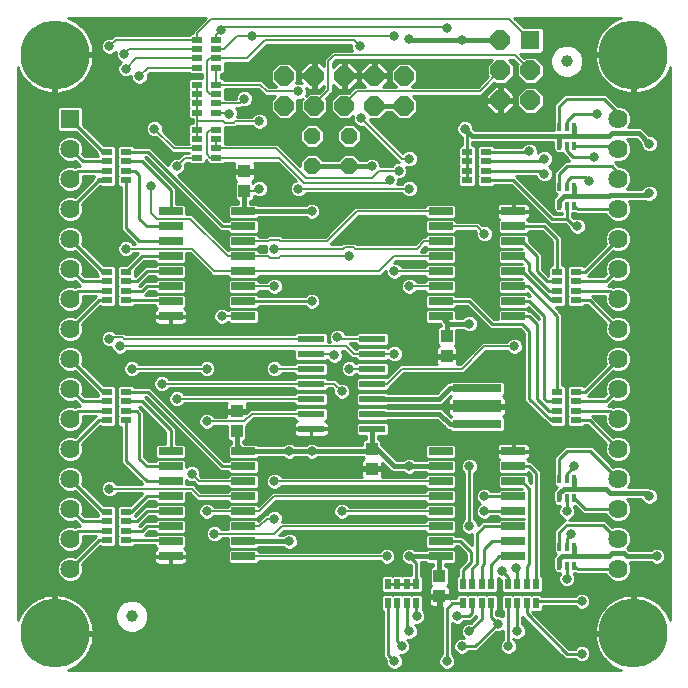
<source format=gtl>
G75*
%MOIN*%
%OFA0B0*%
%FSLAX24Y24*%
%IPPOS*%
%LPD*%
%AMOC8*
5,1,8,0,0,1.08239X$1,22.5*
%
%ADD10R,0.0640X0.0640*%
%ADD11C,0.0640*%
%ADD12OC8,0.0640*%
%ADD13R,0.0394X0.0433*%
%ADD14OC8,0.0560*%
%ADD15C,0.2300*%
%ADD16C,0.0394*%
%ADD17R,0.0354X0.0197*%
%ADD18R,0.0866X0.0236*%
%ADD19R,0.0800X0.0260*%
%ADD20R,0.0118X0.0276*%
%ADD21R,0.0197X0.0354*%
%ADD22R,0.1614X0.0276*%
%ADD23R,0.1614X0.0394*%
%ADD24C,0.0330*%
%ADD25C,0.0070*%
%ADD26C,0.0100*%
%ADD27C,0.0160*%
D10*
X002901Y019534D03*
X018243Y022153D03*
D11*
X021168Y019534D03*
X021168Y018534D03*
X021168Y017534D03*
X021168Y016534D03*
X021168Y015534D03*
X021168Y014534D03*
X021168Y013534D03*
X021168Y012534D03*
X021168Y011534D03*
X021168Y010534D03*
X021168Y009534D03*
X021168Y008534D03*
X021168Y007534D03*
X021168Y006534D03*
X021168Y005534D03*
X021168Y004534D03*
X002901Y004534D03*
X002901Y005534D03*
X002901Y006534D03*
X002901Y007534D03*
X002901Y008534D03*
X002901Y009534D03*
X002901Y010534D03*
X002901Y011534D03*
X002901Y012534D03*
X002901Y013534D03*
X002901Y014534D03*
X002901Y015534D03*
X002901Y016534D03*
X002901Y017534D03*
X002901Y018534D03*
D12*
X010034Y019968D03*
X010034Y020968D03*
X011034Y020968D03*
X011034Y019968D03*
X012034Y019968D03*
X012034Y020968D03*
X013034Y020968D03*
X014034Y020968D03*
X014034Y019968D03*
X013034Y019968D03*
X017243Y020153D03*
X017243Y021153D03*
X017243Y022153D03*
X018243Y021153D03*
X018243Y020153D03*
D13*
X015458Y012292D03*
X015458Y011623D03*
X012958Y008542D03*
X012958Y007873D03*
X015208Y004292D03*
X015208Y003623D03*
X008458Y009123D03*
X008458Y009792D03*
X008708Y017123D03*
X008708Y017792D03*
D14*
X010958Y017958D03*
X010958Y018958D03*
X012208Y018958D03*
X012208Y017958D03*
D15*
X002389Y002389D03*
X002389Y021680D03*
X021680Y021680D03*
X021680Y002389D03*
D16*
X004958Y002958D03*
X019458Y021458D03*
D17*
X016773Y018430D03*
X016773Y018115D03*
X016773Y017800D03*
X016773Y017485D03*
X016143Y017485D03*
X016143Y017800D03*
X016143Y018115D03*
X016143Y018430D03*
X019143Y014430D03*
X019143Y014115D03*
X019143Y013800D03*
X019143Y013485D03*
X019773Y013485D03*
X019773Y013800D03*
X019773Y014115D03*
X019773Y014430D03*
X019773Y010430D03*
X019773Y010115D03*
X019773Y009800D03*
X019773Y009485D03*
X019143Y009485D03*
X019143Y009800D03*
X019143Y010115D03*
X019143Y010430D03*
X007773Y018235D03*
X007773Y018550D03*
X007773Y018865D03*
X007773Y019180D03*
X007773Y019735D03*
X007773Y020050D03*
X007773Y020365D03*
X007773Y020680D03*
X007773Y021235D03*
X007773Y021550D03*
X007773Y021865D03*
X007773Y022180D03*
X007143Y022180D03*
X007143Y021865D03*
X007143Y021550D03*
X007143Y021235D03*
X007143Y020680D03*
X007143Y020365D03*
X007143Y020050D03*
X007143Y019735D03*
X007143Y019180D03*
X007143Y018865D03*
X007143Y018550D03*
X007143Y018235D03*
X004773Y018115D03*
X004773Y018430D03*
X004143Y018430D03*
X004143Y018115D03*
X004143Y017800D03*
X004143Y017485D03*
X004773Y017485D03*
X004773Y017800D03*
X004773Y014430D03*
X004773Y014115D03*
X004773Y013800D03*
X004773Y013485D03*
X004143Y013485D03*
X004143Y013800D03*
X004143Y014115D03*
X004143Y014430D03*
X004143Y010430D03*
X004143Y010115D03*
X004143Y009800D03*
X004143Y009485D03*
X004773Y009485D03*
X004773Y009800D03*
X004773Y010115D03*
X004773Y010430D03*
X004773Y006430D03*
X004773Y006115D03*
X004773Y005800D03*
X004773Y005485D03*
X004143Y005485D03*
X004143Y005800D03*
X004143Y006115D03*
X004143Y006430D03*
D18*
X010934Y009208D03*
X010934Y009708D03*
X010934Y010208D03*
X010934Y010708D03*
X010934Y011208D03*
X010934Y011708D03*
X010934Y012208D03*
X012981Y012208D03*
X012981Y011708D03*
X012981Y011208D03*
X012981Y010708D03*
X012981Y010208D03*
X012981Y009708D03*
X012981Y009208D03*
D19*
X015248Y008458D03*
X015248Y007958D03*
X015248Y007458D03*
X015248Y006958D03*
X015248Y006458D03*
X015248Y005958D03*
X015248Y005458D03*
X015248Y004958D03*
X017668Y004958D03*
X017668Y005458D03*
X017668Y005958D03*
X017668Y006458D03*
X017668Y006958D03*
X017668Y007458D03*
X017668Y007958D03*
X017668Y008458D03*
X017668Y012958D03*
X017668Y013458D03*
X017668Y013958D03*
X017668Y014458D03*
X017668Y014958D03*
X017668Y015458D03*
X017668Y015958D03*
X017668Y016458D03*
X015248Y016458D03*
X015248Y015958D03*
X015248Y015458D03*
X015248Y014958D03*
X015248Y014458D03*
X015248Y013958D03*
X015248Y013458D03*
X015248Y012958D03*
X008668Y012958D03*
X008668Y013458D03*
X008668Y013958D03*
X008668Y014458D03*
X008668Y014958D03*
X008668Y015458D03*
X008668Y015958D03*
X008668Y016458D03*
X006248Y016458D03*
X006248Y015958D03*
X006248Y015458D03*
X006248Y014958D03*
X006248Y014458D03*
X006248Y013958D03*
X006248Y013458D03*
X006248Y012958D03*
X006248Y008458D03*
X006248Y007958D03*
X006248Y007458D03*
X006248Y006958D03*
X006248Y006458D03*
X006248Y005958D03*
X006248Y005458D03*
X006248Y004958D03*
X008668Y004958D03*
X008668Y005458D03*
X008668Y005958D03*
X008668Y006458D03*
X008668Y006958D03*
X008668Y007458D03*
X008668Y007958D03*
X008668Y008458D03*
D20*
X019202Y007523D03*
X019458Y007523D03*
X019714Y007523D03*
X019714Y006893D03*
X019458Y006893D03*
X019202Y006893D03*
X019202Y005273D03*
X019458Y005273D03*
X019714Y005273D03*
X019714Y004643D03*
X019458Y004643D03*
X019202Y004643D03*
X019202Y016643D03*
X019458Y016643D03*
X019714Y016643D03*
X019714Y017273D03*
X019458Y017273D03*
X019202Y017273D03*
X019202Y018643D03*
X019458Y018643D03*
X019714Y018643D03*
X019714Y019273D03*
X019458Y019273D03*
X019202Y019273D03*
D21*
X018430Y004023D03*
X018115Y004023D03*
X017800Y004023D03*
X017485Y004023D03*
X016930Y004023D03*
X016615Y004023D03*
X016300Y004023D03*
X015985Y004023D03*
X015985Y003393D03*
X016300Y003393D03*
X016615Y003393D03*
X016930Y003393D03*
X017485Y003393D03*
X017800Y003393D03*
X018115Y003393D03*
X018430Y003393D03*
X014430Y003393D03*
X014115Y003393D03*
X013800Y003393D03*
X013485Y003393D03*
X013485Y004023D03*
X013800Y004023D03*
X014115Y004023D03*
X014430Y004023D03*
D22*
X016458Y009367D03*
X016458Y010548D03*
D23*
X016458Y009958D03*
D24*
X017708Y011958D03*
X016208Y012708D03*
X014208Y013958D03*
X013708Y014458D03*
X014258Y015708D03*
X014258Y016758D03*
X014208Y017208D03*
X014258Y017708D03*
X013858Y017808D03*
X013558Y017508D03*
X012958Y017958D03*
X014208Y018208D03*
X014208Y018708D03*
X012608Y019558D03*
X010508Y020458D03*
X009208Y019458D03*
X008708Y020208D03*
X008208Y019708D03*
X006458Y017958D03*
X005608Y017308D03*
X005708Y019208D03*
X005208Y020958D03*
X004758Y021208D03*
X004708Y021708D03*
X004208Y021958D03*
X007933Y022483D03*
X008958Y022308D03*
X012558Y021958D03*
X013708Y022308D03*
X014208Y022208D03*
X015458Y022558D03*
X015958Y022153D03*
X016058Y019208D03*
X018208Y018458D03*
X018708Y018208D03*
X018708Y017708D03*
X020208Y017458D03*
X020358Y018258D03*
X020458Y019708D03*
X022208Y018708D03*
X022208Y017058D03*
X019808Y015958D03*
X016708Y015708D03*
X013708Y011708D03*
X012208Y011208D03*
X011708Y011658D03*
X011808Y012258D03*
X010958Y013458D03*
X009708Y013958D03*
X009708Y015208D03*
X010958Y016458D03*
X010508Y017208D03*
X009208Y017208D03*
X012208Y014958D03*
X009708Y011208D03*
X007958Y012958D03*
X007458Y011208D03*
X006458Y010208D03*
X005958Y010708D03*
X004958Y011208D03*
X004558Y011958D03*
X004208Y012208D03*
X004758Y015208D03*
X007458Y009458D03*
X006958Y007708D03*
X007458Y006458D03*
X007708Y005708D03*
X009708Y006208D03*
X010208Y005458D03*
X011958Y006458D03*
X013458Y004958D03*
X014208Y004958D03*
X014458Y002958D03*
X014208Y002458D03*
X013958Y001958D03*
X013708Y001458D03*
X015458Y001458D03*
X015958Y001958D03*
X016208Y002458D03*
X015808Y002958D03*
X017158Y002708D03*
X017808Y002458D03*
X017508Y001958D03*
X019458Y004208D03*
X019958Y003458D03*
X019958Y001708D03*
X017758Y004558D03*
X017308Y004458D03*
X016208Y005958D03*
X016708Y006458D03*
X016708Y006958D03*
X016208Y007958D03*
X014208Y007958D03*
X011958Y010458D03*
X010958Y008458D03*
X010208Y008458D03*
X009708Y007458D03*
X004208Y007208D03*
X019458Y006458D03*
X019608Y005708D03*
X019708Y007958D03*
X022208Y006958D03*
X022458Y004958D03*
D25*
X017708Y011958D02*
X016708Y011958D01*
X015958Y011208D01*
X013958Y011208D01*
X013458Y010708D01*
X012981Y010708D01*
X012981Y011208D02*
X012208Y011208D01*
X012358Y011708D02*
X012981Y011708D01*
X013708Y011708D01*
X012981Y012208D02*
X011858Y012208D01*
X011808Y012258D01*
X012108Y011958D02*
X012358Y011708D01*
X012108Y011958D02*
X004558Y011958D01*
X004708Y012208D02*
X010934Y012208D01*
X010934Y011708D02*
X011608Y011708D01*
X011658Y011658D01*
X011708Y011658D01*
X010934Y011208D02*
X009708Y011208D01*
X010934Y010708D02*
X011708Y010708D01*
X011958Y010458D01*
X010934Y010708D02*
X005958Y010708D01*
X006458Y010208D02*
X010934Y010208D01*
X010934Y009708D02*
X008958Y009708D01*
X008708Y009458D01*
X007458Y009458D01*
X007458Y011208D02*
X004958Y011208D01*
X004708Y012208D02*
X004658Y012258D01*
X004308Y012258D01*
X004258Y012208D01*
X004208Y012208D01*
X004758Y015208D02*
X006958Y015208D01*
X007708Y014458D01*
X008668Y014458D01*
X013208Y014458D01*
X013708Y014958D01*
X015248Y014958D01*
X015248Y015458D02*
X014708Y015458D01*
X014458Y015208D01*
X012408Y015208D01*
X012358Y015258D01*
X012058Y015258D01*
X012008Y015208D01*
X009708Y015208D01*
X009908Y015458D02*
X009858Y015508D01*
X009558Y015508D01*
X009508Y015458D01*
X008668Y015458D01*
X008668Y014958D02*
X009508Y014958D01*
X009558Y014908D01*
X009858Y014908D01*
X009908Y014958D01*
X012208Y014958D01*
X011458Y015458D02*
X012458Y016458D01*
X015248Y016458D01*
X015248Y015958D02*
X016458Y015958D01*
X016708Y015708D01*
X015248Y014458D02*
X013708Y014458D01*
X014208Y013958D02*
X015248Y013958D01*
X014208Y017208D02*
X010508Y017208D01*
X010708Y017408D02*
X013458Y017408D01*
X013558Y017508D01*
X013858Y017808D02*
X013208Y017808D01*
X012958Y017558D01*
X010758Y017558D01*
X009765Y018550D01*
X007773Y018550D01*
X007773Y018865D01*
X007773Y019180D02*
X007580Y019180D01*
X007458Y019058D01*
X007458Y018358D01*
X007580Y018235D01*
X007773Y018235D01*
X009880Y018235D01*
X010708Y017408D01*
X009208Y017208D02*
X009123Y017123D01*
X008708Y017123D01*
X007143Y018235D02*
X006735Y018235D01*
X006458Y017958D01*
X006365Y018550D02*
X005708Y019208D01*
X006365Y018550D02*
X007143Y018550D01*
X007143Y018865D02*
X007143Y019180D01*
X007143Y019458D01*
X008008Y019458D01*
X008058Y019408D01*
X008358Y019408D01*
X008408Y019458D01*
X009208Y019458D01*
X008550Y020050D02*
X008708Y020208D01*
X008550Y020050D02*
X007773Y020050D01*
X007773Y019735D02*
X008180Y019735D01*
X008208Y019708D01*
X007773Y020365D02*
X007550Y020365D01*
X007458Y020458D01*
X007458Y021458D01*
X007550Y021550D01*
X007773Y021550D01*
X008800Y021550D01*
X009408Y022158D01*
X012358Y022158D01*
X012558Y021958D01*
X011708Y021658D02*
X017738Y021658D01*
X018243Y021153D01*
X018243Y022153D02*
X017538Y022858D01*
X007608Y022858D01*
X007143Y022393D01*
X007143Y022180D01*
X004430Y022180D01*
X004208Y021958D01*
X004708Y021708D02*
X004865Y021865D01*
X007143Y021865D01*
X007143Y021550D02*
X005100Y021550D01*
X004758Y021208D01*
X005208Y020958D02*
X005485Y021235D01*
X007143Y021235D01*
X007143Y020680D02*
X007143Y020365D01*
X007143Y020050D01*
X007143Y019735D01*
X007143Y019458D01*
X007773Y020680D02*
X007773Y021235D01*
X007773Y020680D02*
X009235Y020680D01*
X009458Y020458D01*
X010508Y020458D01*
X011034Y020034D02*
X011508Y020508D01*
X011508Y021458D01*
X011708Y021658D01*
X012458Y020458D02*
X016548Y020458D01*
X017243Y021153D01*
X015458Y022558D02*
X015408Y022608D01*
X008058Y022608D01*
X007933Y022483D01*
X007773Y022323D01*
X007773Y022180D01*
X007773Y021865D02*
X008015Y021865D01*
X008458Y022308D01*
X008958Y022308D01*
X009458Y022308D01*
X013708Y022308D01*
X012458Y020458D02*
X012034Y020034D01*
X012034Y019968D01*
X012608Y019558D02*
X013958Y018208D01*
X014208Y018208D01*
X011458Y015458D02*
X009908Y015458D01*
X008668Y014958D02*
X008158Y014958D01*
X006908Y016208D01*
X005808Y016208D01*
X005608Y016408D01*
X005608Y017308D01*
X008668Y013958D02*
X009708Y013958D01*
X008668Y012958D02*
X007958Y012958D01*
X006958Y007708D02*
X007208Y007458D01*
X008668Y007458D01*
X008668Y006958D02*
X007208Y006958D01*
X006958Y007208D01*
X004208Y007208D01*
X007458Y006458D02*
X008668Y006458D01*
X009208Y006458D01*
X009708Y006958D01*
X015248Y006958D01*
X015248Y007458D02*
X009708Y007458D01*
X009708Y006208D02*
X009458Y006208D01*
X009208Y005958D01*
X008668Y005958D01*
X007708Y005708D02*
X009708Y005708D01*
X009958Y005958D01*
X015248Y005958D01*
X015248Y006458D02*
X011958Y006458D01*
X013458Y004958D02*
X008668Y004958D01*
X011034Y019968D02*
X011034Y020034D01*
D26*
X010755Y020311D02*
X010793Y020401D01*
X010793Y020514D01*
X010824Y020514D01*
X010840Y020498D02*
X010771Y020566D01*
X010793Y020514D01*
X010840Y020498D02*
X010984Y020498D01*
X010984Y020918D01*
X010564Y020918D01*
X010564Y020773D01*
X010616Y020721D01*
X010564Y020743D01*
X010451Y020743D01*
X010418Y020729D01*
X010474Y020785D01*
X010474Y021150D01*
X010217Y021408D01*
X009852Y021408D01*
X009594Y021150D01*
X009594Y020785D01*
X009767Y020613D01*
X009522Y020613D01*
X009299Y020835D01*
X008063Y020835D01*
X008000Y020899D01*
X007928Y020899D01*
X007928Y021017D01*
X008000Y021017D01*
X008070Y021087D01*
X008070Y021383D01*
X008060Y021393D01*
X008063Y021395D01*
X008864Y021395D01*
X009472Y022003D01*
X012273Y022003D01*
X012273Y021901D01*
X012309Y021813D01*
X011643Y021813D01*
X011553Y021722D01*
X011353Y021522D01*
X011353Y021314D01*
X011229Y021438D01*
X011084Y021438D01*
X011084Y021018D01*
X010984Y021018D01*
X010984Y021438D01*
X010840Y021438D01*
X010564Y021162D01*
X010564Y021018D01*
X010984Y021018D01*
X010984Y020918D01*
X011084Y020918D01*
X011084Y020498D01*
X011229Y020498D01*
X011353Y020621D01*
X011353Y020572D01*
X011188Y020408D01*
X010852Y020408D01*
X010755Y020311D01*
X010758Y020317D02*
X010761Y020317D01*
X010793Y020415D02*
X011196Y020415D01*
X011245Y020514D02*
X011295Y020514D01*
X011344Y020612D02*
X011353Y020612D01*
X011084Y020612D02*
X010984Y020612D01*
X010984Y020514D02*
X011084Y020514D01*
X011084Y020711D02*
X010984Y020711D01*
X010984Y020809D02*
X011084Y020809D01*
X011084Y020908D02*
X010984Y020908D01*
X010984Y021006D02*
X010474Y021006D01*
X010474Y020908D02*
X010564Y020908D01*
X010564Y020809D02*
X010474Y020809D01*
X010474Y021105D02*
X010564Y021105D01*
X010605Y021203D02*
X010421Y021203D01*
X010322Y021302D02*
X010704Y021302D01*
X010802Y021400D02*
X010224Y021400D01*
X009845Y021400D02*
X008869Y021400D01*
X008968Y021499D02*
X011353Y021499D01*
X011353Y021400D02*
X011266Y021400D01*
X011084Y021400D02*
X010984Y021400D01*
X010984Y021302D02*
X011084Y021302D01*
X011084Y021203D02*
X010984Y021203D01*
X010984Y021105D02*
X011084Y021105D01*
X011663Y021260D02*
X011663Y021393D01*
X011772Y021503D01*
X016971Y021503D01*
X016803Y021335D01*
X016803Y020970D01*
X016822Y020951D01*
X016484Y020613D01*
X014302Y020613D01*
X014474Y020785D01*
X014474Y021150D01*
X014217Y021408D01*
X013852Y021408D01*
X013594Y021150D01*
X013594Y020785D01*
X013767Y020613D01*
X013344Y020613D01*
X013504Y020773D01*
X013504Y020918D01*
X013084Y020918D01*
X013084Y021018D01*
X012984Y021018D01*
X012984Y021438D01*
X012840Y021438D01*
X012564Y021162D01*
X012564Y021018D01*
X012984Y021018D01*
X012984Y020918D01*
X012564Y020918D01*
X012564Y020773D01*
X012725Y020613D01*
X012393Y020613D01*
X012303Y020522D01*
X012188Y020408D01*
X011852Y020408D01*
X011594Y020150D01*
X011594Y019785D01*
X011852Y019528D01*
X012217Y019528D01*
X012336Y019647D01*
X012323Y019614D01*
X012323Y019501D01*
X012366Y019396D01*
X012446Y019316D01*
X012551Y019273D01*
X012664Y019273D01*
X012671Y019275D01*
X013803Y018143D01*
X013853Y018093D01*
X013801Y018093D01*
X013696Y018049D01*
X013616Y017969D01*
X013613Y017963D01*
X013243Y017963D01*
X013243Y018014D01*
X013199Y018119D01*
X013119Y018199D01*
X013014Y018243D01*
X012901Y018243D01*
X012796Y018199D01*
X012755Y018158D01*
X012573Y018158D01*
X012373Y018358D01*
X012042Y018358D01*
X011842Y018158D01*
X011323Y018158D01*
X011123Y018358D01*
X010792Y018358D01*
X010558Y018123D01*
X010558Y017977D01*
X009829Y018705D01*
X008063Y018705D01*
X008060Y018708D01*
X008070Y018717D01*
X008070Y019013D01*
X008060Y019023D01*
X008070Y019032D01*
X008070Y019253D01*
X008422Y019253D01*
X008472Y019303D01*
X008963Y019303D01*
X008966Y019296D01*
X009046Y019216D01*
X009151Y019173D01*
X009264Y019173D01*
X009369Y019216D01*
X009449Y019296D01*
X009493Y019401D01*
X009493Y019514D01*
X009449Y019619D01*
X009369Y019699D01*
X009264Y019743D01*
X009151Y019743D01*
X009046Y019699D01*
X008966Y019619D01*
X008963Y019613D01*
X008477Y019613D01*
X008493Y019651D01*
X008493Y019764D01*
X008449Y019869D01*
X008423Y019895D01*
X008614Y019895D01*
X008645Y019925D01*
X008651Y019923D01*
X008642Y019923D01*
X008651Y019923D02*
X008764Y019923D01*
X008869Y019966D01*
X008949Y020046D01*
X008993Y020151D01*
X008993Y020264D01*
X008949Y020369D01*
X008869Y020449D01*
X008764Y020493D01*
X008651Y020493D01*
X008546Y020449D01*
X008466Y020369D01*
X008423Y020264D01*
X008423Y020205D01*
X008063Y020205D01*
X008060Y020208D01*
X008070Y020217D01*
X008070Y020513D01*
X008060Y020523D01*
X008063Y020525D01*
X009171Y020525D01*
X009303Y020393D01*
X009393Y020303D01*
X009747Y020303D01*
X009594Y020150D01*
X009594Y019785D01*
X009852Y019528D01*
X010217Y019528D01*
X010474Y019785D01*
X010474Y020150D01*
X010452Y020173D01*
X010564Y020173D01*
X010655Y020210D01*
X010594Y020150D01*
X010594Y019785D01*
X010852Y019528D01*
X011217Y019528D01*
X011474Y019785D01*
X011474Y020150D01*
X011422Y020203D01*
X011572Y020353D01*
X011663Y020443D01*
X011663Y020675D01*
X011840Y020498D01*
X011984Y020498D01*
X011984Y020918D01*
X012084Y020918D01*
X012084Y021018D01*
X011984Y021018D01*
X011984Y021438D01*
X011840Y021438D01*
X011663Y021260D01*
X011663Y021302D02*
X011704Y021302D01*
X011669Y021400D02*
X011802Y021400D01*
X011768Y021499D02*
X016967Y021499D01*
X016869Y021400D02*
X014224Y021400D01*
X014322Y021302D02*
X016803Y021302D01*
X016803Y021203D02*
X014421Y021203D01*
X014474Y021105D02*
X016803Y021105D01*
X016803Y021006D02*
X014474Y021006D01*
X014474Y020908D02*
X016779Y020908D01*
X016681Y020809D02*
X014474Y020809D01*
X014400Y020711D02*
X016582Y020711D01*
X016823Y020514D02*
X016940Y020514D01*
X016922Y020612D02*
X017038Y020612D01*
X017048Y020623D02*
X016773Y020347D01*
X016773Y020203D01*
X017193Y020203D01*
X017193Y020623D01*
X017048Y020623D01*
X017061Y020713D02*
X017425Y020713D01*
X017683Y020970D01*
X017683Y021335D01*
X017515Y021503D01*
X017674Y021503D01*
X017822Y021354D01*
X017803Y021335D01*
X017803Y020970D01*
X018061Y020713D01*
X018425Y020713D01*
X018683Y020970D01*
X018683Y021335D01*
X018425Y021593D01*
X018061Y021593D01*
X018042Y021573D01*
X017902Y021713D01*
X018613Y021713D01*
X018683Y021783D01*
X018683Y022522D01*
X018613Y022593D01*
X018022Y022593D01*
X017707Y022908D01*
X021250Y022908D01*
X021242Y022906D01*
X021124Y022857D01*
X021011Y022797D01*
X020905Y022726D01*
X020806Y022645D01*
X020716Y022554D01*
X020635Y022455D01*
X020564Y022349D01*
X020504Y022237D01*
X020455Y022119D01*
X020418Y021996D01*
X020393Y021871D01*
X020380Y021744D01*
X020380Y021730D01*
X021630Y021730D01*
X021630Y021630D01*
X021730Y021630D01*
X021730Y020380D01*
X021744Y020380D01*
X021871Y020393D01*
X021996Y020418D01*
X022119Y020455D01*
X022237Y020504D01*
X022349Y020564D01*
X022455Y020635D01*
X022554Y020716D01*
X022645Y020806D01*
X022726Y020905D01*
X022797Y021011D01*
X022857Y021124D01*
X022906Y021242D01*
X022908Y021250D01*
X022908Y002819D01*
X022906Y002827D01*
X022857Y002945D01*
X022797Y003058D01*
X022726Y003164D01*
X022645Y003263D01*
X022554Y003353D01*
X022455Y003434D01*
X022349Y003505D01*
X022237Y003565D01*
X022119Y003614D01*
X021996Y003651D01*
X021871Y003676D01*
X021744Y003689D01*
X021730Y003689D01*
X021730Y002439D01*
X021630Y002439D01*
X021630Y003689D01*
X021616Y003689D01*
X021489Y003676D01*
X021364Y003651D01*
X021242Y003614D01*
X021124Y003565D01*
X021011Y003505D01*
X020905Y003434D01*
X020806Y003353D01*
X020716Y003263D01*
X020635Y003164D01*
X020564Y003058D01*
X020504Y002945D01*
X020455Y002827D01*
X020418Y002705D01*
X020393Y002580D01*
X020380Y002453D01*
X020380Y002439D01*
X021630Y002439D01*
X021630Y002339D01*
X020380Y002339D01*
X020380Y002325D01*
X020393Y002198D01*
X020418Y002073D01*
X020455Y001950D01*
X020504Y001832D01*
X020564Y001720D01*
X020635Y001613D01*
X020716Y001515D01*
X020806Y001424D01*
X020905Y001343D01*
X021011Y001272D01*
X021124Y001212D01*
X021242Y001163D01*
X021250Y001161D01*
X002819Y001161D01*
X002827Y001163D01*
X002945Y001212D01*
X003058Y001272D01*
X003164Y001343D01*
X003263Y001424D01*
X003353Y001515D01*
X003434Y001613D01*
X003505Y001720D01*
X003565Y001832D01*
X003614Y001950D01*
X003651Y002073D01*
X003676Y002198D01*
X003689Y002325D01*
X003689Y002339D01*
X002439Y002339D01*
X002439Y002439D01*
X002339Y002439D01*
X002339Y003689D01*
X002325Y003689D01*
X002198Y003676D01*
X002073Y003651D01*
X001950Y003614D01*
X001832Y003565D01*
X001720Y003505D01*
X001613Y003434D01*
X001515Y003353D01*
X001424Y003263D01*
X001343Y003164D01*
X001272Y003058D01*
X001212Y002945D01*
X001163Y002827D01*
X001161Y002819D01*
X001161Y021250D01*
X001163Y021242D01*
X001212Y021124D01*
X001272Y021011D01*
X001343Y020905D01*
X001424Y020806D01*
X001515Y020716D01*
X001613Y020635D01*
X001720Y020564D01*
X001832Y020504D01*
X001950Y020455D01*
X002073Y020418D01*
X002198Y020393D01*
X002325Y020380D01*
X002339Y020380D01*
X002339Y021630D01*
X002439Y021630D01*
X002439Y021730D01*
X003689Y021730D01*
X003689Y021744D01*
X003676Y021871D01*
X003651Y021996D01*
X003614Y022119D01*
X003565Y022237D01*
X003505Y022349D01*
X003434Y022455D01*
X003353Y022554D01*
X003263Y022645D01*
X003164Y022726D01*
X003058Y022797D01*
X002945Y022857D01*
X002827Y022906D01*
X002819Y022908D01*
X007439Y022908D01*
X006988Y022457D01*
X006988Y022399D01*
X006916Y022399D01*
X006852Y022335D01*
X004366Y022335D01*
X004271Y022240D01*
X004264Y022243D01*
X004151Y022243D01*
X004046Y022199D01*
X003966Y022119D01*
X003923Y022014D01*
X003923Y021901D01*
X003966Y021796D01*
X004046Y021716D01*
X004151Y021673D01*
X004264Y021673D01*
X004369Y021716D01*
X004426Y021773D01*
X004423Y021764D01*
X004423Y021651D01*
X004466Y021546D01*
X004546Y021466D01*
X004593Y021447D01*
X004516Y021369D01*
X004473Y021264D01*
X004473Y021151D01*
X004516Y021046D01*
X004596Y020966D01*
X004701Y020923D01*
X004814Y020923D01*
X004919Y020966D01*
X004923Y020970D01*
X004923Y020901D01*
X004966Y020796D01*
X005046Y020716D01*
X005151Y020673D01*
X005264Y020673D01*
X005369Y020716D01*
X005449Y020796D01*
X005493Y020901D01*
X005493Y021014D01*
X005490Y021021D01*
X005549Y021080D01*
X006852Y021080D01*
X006916Y021017D01*
X007303Y021017D01*
X007303Y020899D01*
X006916Y020899D01*
X006846Y020828D01*
X006846Y020532D01*
X006855Y020523D01*
X006846Y020513D01*
X006846Y020217D01*
X006855Y020208D01*
X006846Y020198D01*
X006846Y019902D01*
X006855Y019893D01*
X006846Y019883D01*
X006846Y019587D01*
X006916Y019517D01*
X006988Y019517D01*
X006988Y019399D01*
X006916Y019399D01*
X006846Y019328D01*
X006846Y019032D01*
X006855Y019023D01*
X006846Y019013D01*
X006846Y018717D01*
X006855Y018708D01*
X006852Y018705D01*
X006429Y018705D01*
X005990Y019145D01*
X005993Y019151D01*
X005993Y019264D01*
X005949Y019369D01*
X005869Y019449D01*
X005764Y019493D01*
X005651Y019493D01*
X005546Y019449D01*
X005466Y019369D01*
X005423Y019264D01*
X005423Y019151D01*
X005466Y019046D01*
X005546Y018966D01*
X005651Y018923D01*
X005764Y018923D01*
X005771Y018925D01*
X006301Y018395D01*
X006852Y018395D01*
X006855Y018393D01*
X006852Y018390D01*
X006671Y018390D01*
X006580Y018299D01*
X006521Y018240D01*
X006514Y018243D01*
X006401Y018243D01*
X006296Y018199D01*
X006216Y018119D01*
X006173Y018014D01*
X006173Y017983D01*
X005556Y018600D01*
X005048Y018600D01*
X005000Y018649D01*
X004546Y018649D01*
X004475Y018578D01*
X004475Y018282D01*
X004485Y018273D01*
X004475Y018263D01*
X004475Y017967D01*
X004485Y017958D01*
X004475Y017948D01*
X004475Y017652D01*
X004485Y017643D01*
X004475Y017633D01*
X004475Y017337D01*
X004546Y017267D01*
X004603Y017267D01*
X004603Y015822D01*
X005038Y015387D01*
X005062Y015363D01*
X005002Y015363D01*
X004999Y015369D01*
X004919Y015449D01*
X004814Y015493D01*
X004701Y015493D01*
X004596Y015449D01*
X004516Y015369D01*
X004473Y015264D01*
X004473Y015151D01*
X004516Y015046D01*
X004596Y014966D01*
X004701Y014923D01*
X004814Y014923D01*
X004919Y014966D01*
X004999Y015046D01*
X005002Y015053D01*
X005155Y015053D01*
X004751Y014649D01*
X004546Y014649D01*
X004475Y014578D01*
X004475Y014282D01*
X004485Y014273D01*
X004475Y014263D01*
X004475Y013967D01*
X004485Y013958D01*
X004475Y013948D01*
X004475Y013652D01*
X004485Y013643D01*
X004475Y013633D01*
X004475Y013337D01*
X004546Y013267D01*
X005000Y013267D01*
X005048Y013315D01*
X005728Y013315D01*
X005728Y013278D01*
X005782Y013223D01*
X005756Y013208D01*
X005728Y013180D01*
X005708Y013146D01*
X005698Y013107D01*
X005698Y012973D01*
X006233Y012973D01*
X006233Y012943D01*
X006263Y012943D01*
X006263Y012973D01*
X006798Y012973D01*
X006798Y013107D01*
X006787Y013146D01*
X006768Y013180D01*
X006740Y013208D01*
X006713Y013223D01*
X006768Y013278D01*
X006768Y013637D01*
X006697Y013708D01*
X006768Y013778D01*
X006768Y014137D01*
X006697Y014208D01*
X006768Y014278D01*
X006768Y014637D01*
X006697Y014708D01*
X006768Y014778D01*
X006768Y015053D01*
X006893Y015053D01*
X007553Y014393D01*
X007643Y014303D01*
X008148Y014303D01*
X008148Y014278D01*
X008218Y014208D01*
X009117Y014208D01*
X009188Y014278D01*
X009188Y014303D01*
X013272Y014303D01*
X013423Y014453D01*
X013423Y014401D01*
X013466Y014296D01*
X013546Y014216D01*
X013651Y014173D01*
X013764Y014173D01*
X013869Y014216D01*
X013949Y014296D01*
X013952Y014303D01*
X014728Y014303D01*
X014728Y014278D01*
X014798Y014208D01*
X015697Y014208D01*
X015768Y014278D01*
X015768Y014637D01*
X015697Y014708D01*
X015768Y014778D01*
X015768Y015137D01*
X015697Y015208D01*
X015768Y015278D01*
X015768Y015637D01*
X015697Y015708D01*
X015768Y015778D01*
X015768Y015803D01*
X016393Y015803D01*
X016425Y015771D01*
X016423Y015764D01*
X016423Y015651D01*
X016466Y015546D01*
X016546Y015466D01*
X016651Y015423D01*
X016764Y015423D01*
X016869Y015466D01*
X016949Y015546D01*
X016993Y015651D01*
X016993Y015764D01*
X016949Y015869D01*
X016869Y015949D01*
X016764Y015993D01*
X016651Y015993D01*
X016645Y015990D01*
X016522Y016113D01*
X015768Y016113D01*
X015768Y016137D01*
X015697Y016208D01*
X015768Y016278D01*
X015768Y016637D01*
X015697Y016708D01*
X014798Y016708D01*
X014728Y016637D01*
X014728Y016613D01*
X012393Y016613D01*
X012303Y016522D01*
X011393Y015613D01*
X009972Y015613D01*
X009922Y015663D01*
X009493Y015663D01*
X009443Y015613D01*
X009188Y015613D01*
X009188Y015637D01*
X009117Y015708D01*
X009188Y015778D01*
X009188Y016137D01*
X009117Y016208D01*
X009167Y016258D01*
X010755Y016258D01*
X010796Y016216D01*
X010901Y016173D01*
X011014Y016173D01*
X011119Y016216D01*
X011199Y016296D01*
X011243Y016401D01*
X011243Y016514D01*
X011199Y016619D01*
X011119Y016699D01*
X011014Y016743D01*
X010901Y016743D01*
X010796Y016699D01*
X010755Y016658D01*
X009167Y016658D01*
X009117Y016708D01*
X008908Y016708D01*
X008908Y016786D01*
X008954Y016786D01*
X009025Y016857D01*
X009025Y016968D01*
X009044Y016968D01*
X009046Y016966D01*
X009151Y016923D01*
X009264Y016923D01*
X009369Y016966D01*
X009449Y017046D01*
X009493Y017151D01*
X009493Y017264D01*
X009449Y017369D01*
X009369Y017449D01*
X009264Y017493D01*
X009151Y017493D01*
X009046Y017449D01*
X009005Y017408D01*
X008972Y017442D01*
X008997Y017456D01*
X009025Y017484D01*
X009044Y017518D01*
X009055Y017556D01*
X009055Y017744D01*
X008756Y017744D01*
X008756Y017841D01*
X009055Y017841D01*
X009055Y018029D01*
X009044Y018067D01*
X009037Y018080D01*
X009816Y018080D01*
X010417Y017479D01*
X010346Y017449D01*
X010266Y017369D01*
X010223Y017264D01*
X010223Y017151D01*
X010266Y017046D01*
X010346Y016966D01*
X010451Y016923D01*
X010564Y016923D01*
X010669Y016966D01*
X010749Y017046D01*
X010752Y017053D01*
X013963Y017053D01*
X013966Y017046D01*
X014046Y016966D01*
X014151Y016923D01*
X014264Y016923D01*
X014369Y016966D01*
X014449Y017046D01*
X014493Y017151D01*
X014493Y017264D01*
X014449Y017369D01*
X014369Y017449D01*
X014264Y017493D01*
X014151Y017493D01*
X014046Y017449D01*
X013966Y017369D01*
X013963Y017363D01*
X013806Y017363D01*
X013843Y017451D01*
X013843Y017523D01*
X013914Y017523D01*
X014019Y017566D01*
X014099Y017646D01*
X014143Y017751D01*
X014143Y017864D01*
X014112Y017939D01*
X014151Y017923D01*
X014264Y017923D01*
X014369Y017966D01*
X014449Y018046D01*
X014493Y018151D01*
X014493Y018264D01*
X014449Y018369D01*
X014369Y018449D01*
X014264Y018493D01*
X014151Y018493D01*
X014046Y018449D01*
X013991Y018394D01*
X012890Y019495D01*
X012893Y019501D01*
X012893Y019528D01*
X013217Y019528D01*
X013457Y019768D01*
X013612Y019768D01*
X013852Y019528D01*
X014217Y019528D01*
X014474Y019785D01*
X014474Y020150D01*
X014322Y020303D01*
X016612Y020303D01*
X017042Y020732D01*
X017061Y020713D01*
X017020Y020711D02*
X020812Y020711D01*
X020806Y020716D02*
X020905Y020635D01*
X021011Y020564D01*
X021124Y020504D01*
X021242Y020455D01*
X021364Y020418D01*
X021489Y020393D01*
X021616Y020380D01*
X021630Y020380D01*
X021630Y021630D01*
X020380Y021630D01*
X020380Y021616D01*
X020393Y021489D01*
X020418Y021364D01*
X020455Y021242D01*
X020504Y021124D01*
X020564Y021011D01*
X020635Y020905D01*
X020716Y020806D01*
X020806Y020716D01*
X020713Y020809D02*
X018522Y020809D01*
X018621Y020908D02*
X019348Y020908D01*
X019567Y020908D01*
X019769Y020991D01*
X019924Y021146D01*
X020008Y021348D01*
X020008Y021567D01*
X019924Y021769D01*
X019769Y021924D01*
X019567Y022008D01*
X019348Y022008D01*
X019146Y021924D01*
X018991Y021769D01*
X018908Y021567D01*
X018908Y021348D01*
X018991Y021146D01*
X019146Y020991D01*
X019348Y020908D01*
X019567Y020908D02*
X020633Y020908D01*
X020567Y021006D02*
X019784Y021006D01*
X019883Y021105D02*
X020514Y021105D01*
X020471Y021203D02*
X019948Y021203D01*
X019988Y021302D02*
X020436Y021302D01*
X020410Y021400D02*
X020008Y021400D01*
X020008Y021499D02*
X020392Y021499D01*
X020382Y021597D02*
X019995Y021597D01*
X019954Y021696D02*
X021630Y021696D01*
X021630Y021597D02*
X021730Y021597D01*
X021730Y021499D02*
X021630Y021499D01*
X021630Y021400D02*
X021730Y021400D01*
X021730Y021302D02*
X021630Y021302D01*
X021630Y021203D02*
X021730Y021203D01*
X021730Y021105D02*
X021630Y021105D01*
X021630Y021006D02*
X021730Y021006D01*
X021730Y020908D02*
X021630Y020908D01*
X021630Y020809D02*
X021730Y020809D01*
X021730Y020711D02*
X021630Y020711D01*
X021630Y020612D02*
X021730Y020612D01*
X021730Y020514D02*
X021630Y020514D01*
X021630Y020415D02*
X021730Y020415D01*
X021985Y020415D02*
X022908Y020415D01*
X022908Y020317D02*
X020839Y020317D01*
X020878Y020278D02*
X020778Y020378D01*
X019387Y020378D01*
X019131Y020122D01*
X019032Y020022D01*
X019032Y019469D01*
X019023Y019460D01*
X019023Y019158D01*
X016391Y019158D01*
X016343Y019206D01*
X016343Y019264D01*
X016299Y019369D01*
X016219Y019449D01*
X016114Y019493D01*
X016001Y019493D01*
X015896Y019449D01*
X015816Y019369D01*
X015773Y019264D01*
X015773Y019151D01*
X015816Y019046D01*
X015896Y018966D01*
X015973Y018934D01*
X015973Y018649D01*
X015916Y018649D01*
X015846Y018578D01*
X015846Y018282D01*
X015855Y018273D01*
X015846Y018263D01*
X015846Y017967D01*
X015855Y017958D01*
X015846Y017948D01*
X015846Y017652D01*
X015855Y017643D01*
X015846Y017633D01*
X015846Y017337D01*
X015916Y017267D01*
X016370Y017267D01*
X016440Y017337D01*
X016440Y017633D01*
X016431Y017643D01*
X016440Y017652D01*
X016440Y017948D01*
X016431Y017958D01*
X016440Y017967D01*
X016440Y018263D01*
X016431Y018273D01*
X016440Y018282D01*
X016440Y018578D01*
X016370Y018649D01*
X016313Y018649D01*
X016313Y018758D01*
X019002Y018758D01*
X019002Y018560D01*
X019023Y018539D01*
X019023Y018455D01*
X019093Y018385D01*
X019290Y018385D01*
X019488Y018187D01*
X019547Y018128D01*
X019387Y018128D01*
X019131Y017872D01*
X019032Y017772D01*
X019032Y017469D01*
X019023Y017460D01*
X018855Y017460D01*
X018869Y017466D02*
X018949Y017546D01*
X018993Y017651D01*
X018993Y017764D01*
X018949Y017869D01*
X018869Y017949D01*
X018849Y017958D01*
X018869Y017966D01*
X018949Y018046D01*
X018993Y018151D01*
X018993Y018264D01*
X018949Y018369D01*
X018869Y018449D01*
X018764Y018493D01*
X018651Y018493D01*
X018546Y018449D01*
X018489Y018392D01*
X018493Y018401D01*
X018493Y018514D01*
X018449Y018619D01*
X018369Y018699D01*
X018264Y018743D01*
X018151Y018743D01*
X018046Y018699D01*
X017966Y018619D01*
X017958Y018600D01*
X017048Y018600D01*
X017000Y018649D01*
X016546Y018649D01*
X016475Y018578D01*
X016475Y018282D01*
X016485Y018273D01*
X016475Y018263D01*
X016475Y017967D01*
X016485Y017958D01*
X016475Y017948D01*
X016475Y017652D01*
X016485Y017643D01*
X016475Y017633D01*
X016475Y017337D01*
X016546Y017267D01*
X017000Y017267D01*
X017048Y017315D01*
X017610Y017315D01*
X018788Y016137D01*
X018887Y016038D01*
X019387Y016038D01*
X019523Y015902D01*
X019523Y015901D01*
X019566Y015796D01*
X019646Y015716D01*
X019751Y015673D01*
X019864Y015673D01*
X019969Y015716D01*
X020049Y015796D01*
X020093Y015901D01*
X020093Y016014D01*
X020049Y016119D01*
X019969Y016199D01*
X019864Y016243D01*
X019751Y016243D01*
X019689Y016217D01*
X019628Y016278D01*
X019628Y016385D01*
X019731Y016385D01*
X019751Y016364D01*
X020762Y016364D01*
X020795Y016285D01*
X020919Y016161D01*
X021081Y016094D01*
X021256Y016094D01*
X021418Y016161D01*
X021541Y016285D01*
X021608Y016447D01*
X021608Y016622D01*
X021541Y016784D01*
X021517Y016808D01*
X022066Y016808D01*
X022151Y016773D01*
X022264Y016773D01*
X022369Y016816D01*
X022449Y016896D01*
X022493Y017001D01*
X022493Y017114D01*
X022449Y017219D01*
X022369Y017299D01*
X022264Y017343D01*
X022151Y017343D01*
X022046Y017299D01*
X021966Y017219D01*
X021961Y017208D01*
X021464Y017208D01*
X021541Y017285D01*
X021608Y017447D01*
X021608Y017622D01*
X021541Y017784D01*
X021418Y017907D01*
X021256Y017974D01*
X021181Y017974D01*
X021128Y018028D01*
X021048Y018108D01*
X021081Y018094D01*
X021256Y018094D01*
X021418Y018161D01*
X021541Y018285D01*
X021608Y018447D01*
X021608Y018622D01*
X021541Y018784D01*
X021467Y018858D01*
X021775Y018858D01*
X021923Y018710D01*
X021923Y018651D01*
X021966Y018546D01*
X022046Y018466D01*
X022151Y018423D01*
X022264Y018423D01*
X022369Y018466D01*
X022449Y018546D01*
X022493Y018651D01*
X022493Y018764D01*
X022449Y018869D01*
X022369Y018949D01*
X022264Y018993D01*
X022206Y018993D01*
X021941Y019258D01*
X021514Y019258D01*
X021541Y019285D01*
X021608Y019447D01*
X021608Y019622D01*
X021541Y019784D01*
X021418Y019907D01*
X021256Y019974D01*
X021181Y019974D01*
X020878Y020278D01*
X020938Y020218D02*
X022908Y020218D01*
X022908Y020120D02*
X021036Y020120D01*
X021135Y020021D02*
X022908Y020021D01*
X022908Y019923D02*
X021381Y019923D01*
X021501Y019824D02*
X022908Y019824D01*
X022908Y019726D02*
X021565Y019726D01*
X021606Y019627D02*
X022908Y019627D01*
X022908Y019529D02*
X021608Y019529D01*
X021601Y019430D02*
X022908Y019430D01*
X022908Y019332D02*
X021561Y019332D01*
X021965Y019233D02*
X022908Y019233D01*
X022908Y019135D02*
X022063Y019135D01*
X022162Y019036D02*
X022908Y019036D01*
X022908Y018938D02*
X022381Y018938D01*
X022462Y018839D02*
X022908Y018839D01*
X022908Y018741D02*
X022493Y018741D01*
X022489Y018642D02*
X022908Y018642D01*
X022908Y018544D02*
X022447Y018544D01*
X022319Y018445D02*
X022908Y018445D01*
X022908Y018347D02*
X021567Y018347D01*
X021608Y018445D02*
X022097Y018445D01*
X021969Y018544D02*
X021608Y018544D01*
X021600Y018642D02*
X021926Y018642D01*
X021892Y018741D02*
X021559Y018741D01*
X021486Y018839D02*
X021793Y018839D01*
X021504Y018248D02*
X022908Y018248D01*
X022908Y018150D02*
X021389Y018150D01*
X021308Y017953D02*
X022908Y017953D01*
X022908Y018051D02*
X021105Y018051D01*
X020958Y017958D02*
X019458Y017958D01*
X019202Y017702D01*
X019202Y017273D01*
X019023Y017263D02*
X018143Y017263D01*
X018241Y017165D02*
X019023Y017165D01*
X019023Y017085D02*
X019093Y017015D01*
X019132Y017015D01*
X019002Y016885D01*
X019002Y016560D01*
X019023Y016539D01*
X019023Y016455D01*
X019093Y016385D01*
X019288Y016385D01*
X019288Y016378D01*
X019028Y016378D01*
X017776Y017630D01*
X018431Y017630D01*
X018466Y017546D01*
X018546Y017466D01*
X018651Y017423D01*
X018764Y017423D01*
X018869Y017466D01*
X018954Y017559D02*
X019032Y017559D01*
X019032Y017657D02*
X018993Y017657D01*
X018993Y017756D02*
X019032Y017756D01*
X018955Y017854D02*
X019114Y017854D01*
X019212Y017953D02*
X018861Y017953D01*
X018951Y018051D02*
X019311Y018051D01*
X019427Y018248D02*
X018993Y018248D01*
X018992Y018150D02*
X019525Y018150D01*
X019658Y018258D02*
X020358Y018258D01*
X020058Y017608D02*
X020208Y017458D01*
X020058Y017608D02*
X019608Y017608D01*
X019458Y017458D01*
X019458Y017273D01*
X019023Y017362D02*
X018044Y017362D01*
X017946Y017460D02*
X018560Y017460D01*
X018461Y017559D02*
X017847Y017559D01*
X017680Y017485D02*
X018958Y016208D01*
X019458Y016208D01*
X019708Y015958D01*
X019808Y015958D01*
X020065Y016081D02*
X022908Y016081D01*
X022908Y015983D02*
X020093Y015983D01*
X020086Y015884D02*
X020896Y015884D01*
X020919Y015907D02*
X020795Y015784D01*
X020728Y015622D01*
X020728Y015447D01*
X020761Y015368D01*
X020021Y014627D01*
X020000Y014649D01*
X019546Y014649D01*
X019475Y014578D01*
X019475Y014282D01*
X019485Y014273D01*
X019475Y014263D01*
X019475Y013967D01*
X019485Y013958D01*
X019475Y013948D01*
X019475Y013652D01*
X019485Y013643D01*
X019475Y013633D01*
X019475Y013337D01*
X019546Y013267D01*
X020000Y013267D01*
X020048Y013315D01*
X020147Y013315D01*
X020761Y012701D01*
X020728Y012622D01*
X020728Y012447D01*
X020795Y012285D01*
X020919Y012161D01*
X021081Y012094D01*
X021256Y012094D01*
X021418Y012161D01*
X021541Y012285D01*
X021608Y012447D01*
X021608Y012622D01*
X021541Y012784D01*
X021418Y012907D01*
X021256Y012974D01*
X021081Y012974D01*
X021002Y012942D01*
X020313Y013630D01*
X020732Y013630D01*
X020728Y013622D01*
X020728Y013447D01*
X020795Y013285D01*
X020919Y013161D01*
X021081Y013094D01*
X021256Y013094D01*
X021418Y013161D01*
X021541Y013285D01*
X021608Y013447D01*
X021608Y013622D01*
X021541Y013784D01*
X021418Y013907D01*
X021256Y013974D01*
X021081Y013974D01*
X021002Y013942D01*
X020973Y013970D01*
X020844Y013970D01*
X021002Y014127D01*
X021081Y014094D01*
X021256Y014094D01*
X021418Y014161D01*
X021541Y014285D01*
X021608Y014447D01*
X021608Y014622D01*
X021541Y014784D01*
X021418Y014907D01*
X021256Y014974D01*
X021081Y014974D01*
X020919Y014907D01*
X020795Y014784D01*
X020728Y014622D01*
X020728Y014447D01*
X020761Y014368D01*
X020679Y014285D01*
X020159Y014285D01*
X021002Y015127D01*
X021081Y015094D01*
X021256Y015094D01*
X021418Y015161D01*
X021541Y015285D01*
X021608Y015447D01*
X021608Y015622D01*
X021541Y015784D01*
X021418Y015907D01*
X021256Y015974D01*
X021081Y015974D01*
X020919Y015907D01*
X020797Y015786D02*
X020039Y015786D01*
X019899Y015687D02*
X020755Y015687D01*
X020728Y015589D02*
X019313Y015589D01*
X019313Y015593D02*
X018878Y016028D01*
X018778Y016128D01*
X018188Y016128D01*
X018188Y016137D01*
X018133Y016192D01*
X018160Y016208D01*
X018188Y016236D01*
X018207Y016270D01*
X018218Y016308D01*
X018218Y016443D01*
X017683Y016443D01*
X017683Y016473D01*
X017653Y016473D01*
X017653Y016738D01*
X017248Y016738D01*
X017210Y016727D01*
X017176Y016708D01*
X017148Y016680D01*
X017128Y016646D01*
X017118Y016607D01*
X017118Y016473D01*
X017653Y016473D01*
X017653Y016443D01*
X017118Y016443D01*
X017118Y016308D01*
X017128Y016270D01*
X017148Y016236D01*
X017176Y016208D01*
X017202Y016192D01*
X017148Y016137D01*
X017148Y015778D01*
X017218Y015708D01*
X018117Y015708D01*
X018188Y015778D01*
X018188Y015788D01*
X018637Y015788D01*
X018973Y015452D01*
X018973Y014649D01*
X018916Y014649D01*
X018846Y014578D01*
X018846Y014310D01*
X018628Y014528D01*
X018628Y015028D01*
X018528Y015128D01*
X018188Y015468D01*
X018188Y015637D01*
X018117Y015708D01*
X017218Y015708D01*
X017148Y015637D01*
X017148Y015278D01*
X017218Y015208D01*
X017967Y015208D01*
X017967Y015208D01*
X017218Y015208D01*
X017148Y015137D01*
X017148Y014778D01*
X017218Y014708D01*
X017967Y014708D01*
X017967Y014708D01*
X017218Y014708D01*
X017148Y014637D01*
X017148Y014278D01*
X017218Y014208D01*
X017967Y014208D01*
X017967Y014208D01*
X017218Y014208D01*
X017148Y014137D01*
X017148Y013778D01*
X017218Y013708D01*
X018117Y013708D01*
X018142Y013733D01*
X018247Y013628D01*
X018188Y013628D01*
X018188Y013637D01*
X018117Y013708D01*
X017218Y013708D01*
X017148Y013637D01*
X017148Y013278D01*
X017218Y013208D01*
X018117Y013208D01*
X018167Y013258D01*
X018538Y012887D01*
X018538Y012868D01*
X018528Y012878D01*
X018278Y013128D01*
X018188Y013128D01*
X018188Y013137D01*
X018117Y013208D01*
X017218Y013208D01*
X017148Y013137D01*
X017148Y012878D01*
X017028Y012878D01*
X016278Y013628D01*
X015768Y013628D01*
X015768Y013637D01*
X015697Y013708D01*
X015768Y013778D01*
X015768Y014137D01*
X015697Y014208D01*
X014798Y014208D01*
X014728Y014137D01*
X014728Y014113D01*
X014452Y014113D01*
X014449Y014119D01*
X014369Y014199D01*
X014264Y014243D01*
X014151Y014243D01*
X014046Y014199D01*
X013966Y014119D01*
X013923Y014014D01*
X013923Y013901D01*
X013966Y013796D01*
X014046Y013716D01*
X014151Y013673D01*
X014264Y013673D01*
X014369Y013716D01*
X014449Y013796D01*
X014452Y013803D01*
X014728Y013803D01*
X014728Y013778D01*
X014798Y013708D01*
X015697Y013708D01*
X014798Y013708D01*
X014728Y013637D01*
X014728Y013278D01*
X014798Y013208D01*
X015697Y013208D01*
X015768Y013278D01*
X015768Y013288D01*
X016137Y013288D01*
X016788Y012637D01*
X016887Y012538D01*
X017887Y012538D01*
X018038Y012387D01*
X018038Y010137D01*
X018760Y009415D01*
X018860Y009315D01*
X018867Y009315D01*
X018916Y009267D01*
X019370Y009267D01*
X019440Y009337D01*
X019440Y009633D01*
X019431Y009643D01*
X019440Y009652D01*
X019440Y009948D01*
X019431Y009958D01*
X019440Y009967D01*
X019440Y010263D01*
X019431Y010273D01*
X019440Y010282D01*
X019440Y010578D01*
X019370Y010649D01*
X019313Y010649D01*
X019313Y013043D01*
X019213Y013143D01*
X019089Y013267D01*
X019370Y013267D01*
X019440Y013337D01*
X019440Y013633D01*
X019431Y013643D01*
X019440Y013652D01*
X019440Y013948D01*
X019431Y013958D01*
X019440Y013967D01*
X019440Y014263D01*
X019431Y014273D01*
X019440Y014282D01*
X019440Y014578D01*
X019370Y014649D01*
X019313Y014649D01*
X019313Y015593D01*
X019313Y015490D02*
X020728Y015490D01*
X020751Y015392D02*
X019313Y015392D01*
X019313Y015293D02*
X020687Y015293D01*
X020588Y015195D02*
X019313Y015195D01*
X019313Y015096D02*
X020490Y015096D01*
X020391Y014998D02*
X019313Y014998D01*
X019313Y014899D02*
X020293Y014899D01*
X020194Y014801D02*
X019313Y014801D01*
X019313Y014702D02*
X020096Y014702D01*
X020064Y014430D02*
X019773Y014430D01*
X020064Y014430D02*
X021168Y015534D01*
X021077Y015096D02*
X020970Y015096D01*
X020872Y014998D02*
X022908Y014998D01*
X022908Y015096D02*
X021260Y015096D01*
X021451Y015195D02*
X022908Y015195D01*
X022908Y015293D02*
X021545Y015293D01*
X021585Y015392D02*
X022908Y015392D01*
X022908Y015490D02*
X021608Y015490D01*
X021608Y015589D02*
X022908Y015589D01*
X022908Y015687D02*
X021581Y015687D01*
X021539Y015786D02*
X022908Y015786D01*
X022908Y015884D02*
X021441Y015884D01*
X021436Y016180D02*
X022908Y016180D01*
X022908Y016278D02*
X021534Y016278D01*
X021579Y016377D02*
X022908Y016377D01*
X022908Y016475D02*
X021608Y016475D01*
X021608Y016574D02*
X022908Y016574D01*
X022908Y016672D02*
X021587Y016672D01*
X021547Y016771D02*
X022908Y016771D01*
X022908Y016869D02*
X022422Y016869D01*
X022479Y016968D02*
X022908Y016968D01*
X022908Y017066D02*
X022493Y017066D01*
X022472Y017165D02*
X022908Y017165D01*
X022908Y017263D02*
X022405Y017263D01*
X022010Y017263D02*
X021519Y017263D01*
X021573Y017362D02*
X022908Y017362D01*
X022908Y017460D02*
X021608Y017460D01*
X021608Y017559D02*
X022908Y017559D01*
X022908Y017657D02*
X021594Y017657D01*
X021553Y017756D02*
X022908Y017756D01*
X022908Y017854D02*
X021471Y017854D01*
X021168Y017747D02*
X021168Y017534D01*
X021168Y017747D02*
X020958Y017958D01*
X021168Y018534D02*
X021060Y018643D01*
X019714Y018643D01*
X019458Y018643D02*
X019458Y018458D01*
X019658Y018258D01*
X019328Y018347D02*
X018959Y018347D01*
X019033Y018445D02*
X018873Y018445D01*
X019018Y018544D02*
X018481Y018544D01*
X018493Y018445D02*
X018542Y018445D01*
X018426Y018642D02*
X019002Y018642D01*
X019002Y018741D02*
X018269Y018741D01*
X018146Y018741D02*
X016313Y018741D01*
X016376Y018642D02*
X016539Y018642D01*
X016475Y018544D02*
X016440Y018544D01*
X016440Y018445D02*
X016475Y018445D01*
X016475Y018347D02*
X016440Y018347D01*
X016440Y018248D02*
X016475Y018248D01*
X016475Y018150D02*
X016440Y018150D01*
X016440Y018051D02*
X016475Y018051D01*
X016480Y017953D02*
X016435Y017953D01*
X016440Y017854D02*
X016475Y017854D01*
X016475Y017756D02*
X016440Y017756D01*
X016440Y017657D02*
X016475Y017657D01*
X016475Y017559D02*
X016440Y017559D01*
X016440Y017460D02*
X016475Y017460D01*
X016475Y017362D02*
X016440Y017362D01*
X016143Y017485D02*
X016143Y017800D01*
X016143Y018430D01*
X016143Y019123D01*
X016058Y019208D01*
X016315Y019332D02*
X019023Y019332D01*
X019023Y019430D02*
X016238Y019430D01*
X016343Y019233D02*
X019023Y019233D01*
X019202Y019273D02*
X019202Y019952D01*
X019458Y020208D01*
X020708Y020208D01*
X021168Y019747D01*
X021168Y019534D01*
X020458Y019708D02*
X019708Y019708D01*
X019458Y019458D01*
X019458Y019273D01*
X019032Y019529D02*
X014218Y019529D01*
X014316Y019627D02*
X019032Y019627D01*
X019032Y019726D02*
X018439Y019726D01*
X018425Y019713D02*
X018683Y019970D01*
X018683Y020335D01*
X018425Y020593D01*
X018061Y020593D01*
X017803Y020335D01*
X017803Y019970D01*
X018061Y019713D01*
X018425Y019713D01*
X018537Y019824D02*
X019032Y019824D01*
X019032Y019923D02*
X018636Y019923D01*
X018683Y020021D02*
X019032Y020021D01*
X019129Y020120D02*
X018683Y020120D01*
X018683Y020218D02*
X019228Y020218D01*
X019326Y020317D02*
X018683Y020317D01*
X018603Y020415D02*
X021376Y020415D01*
X021105Y020514D02*
X018504Y020514D01*
X017982Y020514D02*
X017547Y020514D01*
X017645Y020415D02*
X017884Y020415D01*
X017803Y020317D02*
X017713Y020317D01*
X017713Y020347D02*
X017438Y020623D01*
X017293Y020623D01*
X017293Y020203D01*
X017193Y020203D01*
X017193Y020103D01*
X016773Y020103D01*
X016773Y019958D01*
X017048Y019683D01*
X017193Y019683D01*
X017193Y020103D01*
X017293Y020103D01*
X017293Y020203D01*
X017713Y020203D01*
X017713Y020347D01*
X017713Y020218D02*
X017803Y020218D01*
X017803Y020120D02*
X017293Y020120D01*
X017293Y020103D02*
X017713Y020103D01*
X017713Y019958D01*
X017438Y019683D01*
X017293Y019683D01*
X017293Y020103D01*
X017293Y020021D02*
X017193Y020021D01*
X017193Y019923D02*
X017293Y019923D01*
X017293Y019824D02*
X017193Y019824D01*
X017193Y019726D02*
X017293Y019726D01*
X017481Y019726D02*
X018048Y019726D01*
X017949Y019824D02*
X017579Y019824D01*
X017678Y019923D02*
X017851Y019923D01*
X017803Y020021D02*
X017713Y020021D01*
X017293Y020218D02*
X017193Y020218D01*
X017193Y020120D02*
X014474Y020120D01*
X014474Y020021D02*
X016773Y020021D01*
X016808Y019923D02*
X014474Y019923D01*
X014474Y019824D02*
X016907Y019824D01*
X017005Y019726D02*
X014415Y019726D01*
X014406Y020218D02*
X016773Y020218D01*
X016773Y020317D02*
X016626Y020317D01*
X016725Y020415D02*
X016841Y020415D01*
X017193Y020415D02*
X017293Y020415D01*
X017293Y020317D02*
X017193Y020317D01*
X017193Y020514D02*
X017293Y020514D01*
X017293Y020612D02*
X017193Y020612D01*
X017448Y020612D02*
X020938Y020612D01*
X020385Y021794D02*
X019899Y021794D01*
X019800Y021893D02*
X020397Y021893D01*
X020417Y021991D02*
X019607Y021991D01*
X019309Y021991D02*
X018683Y021991D01*
X018683Y021893D02*
X019115Y021893D01*
X019016Y021794D02*
X018683Y021794D01*
X018961Y021696D02*
X017919Y021696D01*
X018018Y021597D02*
X018920Y021597D01*
X018908Y021499D02*
X018519Y021499D01*
X018618Y021400D02*
X018908Y021400D01*
X018927Y021302D02*
X018683Y021302D01*
X018683Y021203D02*
X018968Y021203D01*
X019033Y021105D02*
X018683Y021105D01*
X018683Y021006D02*
X019131Y021006D01*
X018683Y022090D02*
X020446Y022090D01*
X020483Y022188D02*
X018683Y022188D01*
X018683Y022287D02*
X020530Y022287D01*
X020588Y022385D02*
X018683Y022385D01*
X018683Y022484D02*
X020658Y022484D01*
X020744Y022582D02*
X018623Y022582D01*
X017934Y022681D02*
X020850Y022681D01*
X020985Y022779D02*
X017836Y022779D01*
X017737Y022878D02*
X021174Y022878D01*
X022847Y021105D02*
X022908Y021105D01*
X022908Y021203D02*
X022890Y021203D01*
X022908Y021006D02*
X022793Y021006D01*
X022728Y020908D02*
X022908Y020908D01*
X022908Y020809D02*
X022647Y020809D01*
X022548Y020711D02*
X022908Y020711D01*
X022908Y020612D02*
X022422Y020612D01*
X022256Y020514D02*
X022908Y020514D01*
X019714Y016643D02*
X019822Y016534D01*
X021168Y016534D01*
X020901Y016180D02*
X019989Y016180D01*
X019739Y016377D02*
X019628Y016377D01*
X019628Y016278D02*
X020802Y016278D01*
X019716Y015687D02*
X019219Y015687D01*
X019120Y015786D02*
X019577Y015786D01*
X019530Y015884D02*
X019022Y015884D01*
X018923Y015983D02*
X019442Y015983D01*
X019458Y016208D02*
X019458Y016643D01*
X019023Y016475D02*
X018931Y016475D01*
X019002Y016574D02*
X018832Y016574D01*
X018734Y016672D02*
X019002Y016672D01*
X019002Y016771D02*
X018635Y016771D01*
X018537Y016869D02*
X019002Y016869D01*
X019085Y016968D02*
X018438Y016968D01*
X018340Y017066D02*
X019042Y017066D01*
X019023Y017085D02*
X019023Y017460D01*
X018708Y017708D02*
X018615Y017800D01*
X016773Y017800D01*
X016773Y017485D02*
X017680Y017485D01*
X017662Y017263D02*
X014493Y017263D01*
X014493Y017165D02*
X017760Y017165D01*
X017859Y017066D02*
X014458Y017066D01*
X014371Y016968D02*
X017957Y016968D01*
X018056Y016869D02*
X009025Y016869D01*
X009025Y016968D02*
X009045Y016968D01*
X008908Y016771D02*
X018154Y016771D01*
X018126Y016727D02*
X018087Y016738D01*
X017683Y016738D01*
X017683Y016473D01*
X018218Y016473D01*
X018218Y016607D01*
X018207Y016646D01*
X018188Y016680D01*
X018160Y016708D01*
X018126Y016727D01*
X018192Y016672D02*
X018253Y016672D01*
X018218Y016574D02*
X018351Y016574D01*
X018450Y016475D02*
X018218Y016475D01*
X018218Y016377D02*
X018548Y016377D01*
X018647Y016278D02*
X018210Y016278D01*
X018145Y016180D02*
X018745Y016180D01*
X018825Y016081D02*
X018844Y016081D01*
X018708Y015958D02*
X017668Y015958D01*
X017668Y015458D02*
X017958Y015458D01*
X018458Y014958D01*
X018458Y014458D01*
X018800Y014115D01*
X019143Y014115D01*
X019440Y014111D02*
X019475Y014111D01*
X019475Y014013D02*
X019440Y014013D01*
X019440Y013914D02*
X019475Y013914D01*
X019475Y013816D02*
X019440Y013816D01*
X019440Y013717D02*
X019475Y013717D01*
X019475Y013619D02*
X019440Y013619D01*
X019440Y013520D02*
X019475Y013520D01*
X019475Y013422D02*
X019440Y013422D01*
X019426Y013323D02*
X019489Y013323D01*
X019230Y013126D02*
X020336Y013126D01*
X020435Y013028D02*
X019313Y013028D01*
X019313Y012929D02*
X020533Y012929D01*
X020632Y012831D02*
X019313Y012831D01*
X019313Y012732D02*
X020730Y012732D01*
X020733Y012634D02*
X019313Y012634D01*
X019313Y012535D02*
X020728Y012535D01*
X020733Y012437D02*
X019313Y012437D01*
X019313Y012338D02*
X020773Y012338D01*
X020841Y012240D02*
X019313Y012240D01*
X019313Y012141D02*
X020968Y012141D01*
X021008Y011944D02*
X019313Y011944D01*
X019313Y011846D02*
X020857Y011846D01*
X020919Y011907D02*
X020795Y011784D01*
X020728Y011622D01*
X020728Y011447D01*
X020761Y011368D01*
X020021Y010627D01*
X020000Y010649D01*
X019546Y010649D01*
X019475Y010578D01*
X019475Y010282D01*
X019485Y010273D01*
X019475Y010263D01*
X019475Y009967D01*
X019485Y009958D01*
X019475Y009948D01*
X019475Y009652D01*
X019485Y009643D01*
X019475Y009633D01*
X019475Y009337D01*
X019546Y009267D01*
X020000Y009267D01*
X020048Y009315D01*
X020147Y009315D01*
X020761Y008701D01*
X020728Y008622D01*
X020728Y008447D01*
X020795Y008285D01*
X020919Y008161D01*
X021081Y008094D01*
X021256Y008094D01*
X021418Y008161D01*
X021541Y008285D01*
X021608Y008447D01*
X021608Y008622D01*
X021541Y008784D01*
X021418Y008907D01*
X021256Y008974D01*
X021081Y008974D01*
X021002Y008942D01*
X020313Y009630D01*
X020732Y009630D01*
X020728Y009622D01*
X020728Y009447D01*
X020795Y009285D01*
X020919Y009161D01*
X021081Y009094D01*
X021256Y009094D01*
X021418Y009161D01*
X021541Y009285D01*
X022908Y009285D01*
X022908Y009383D02*
X021582Y009383D01*
X021608Y009447D02*
X021541Y009285D01*
X021442Y009186D02*
X022908Y009186D01*
X022908Y009088D02*
X020855Y009088D01*
X020894Y009186D02*
X020757Y009186D01*
X020796Y009285D02*
X020658Y009285D01*
X020755Y009383D02*
X020560Y009383D01*
X020461Y009482D02*
X020728Y009482D01*
X020728Y009580D02*
X020363Y009580D01*
X020218Y009485D02*
X021168Y008534D01*
X020758Y008694D02*
X018174Y008694D01*
X018160Y008708D02*
X018126Y008727D01*
X018087Y008738D01*
X017683Y008738D01*
X017683Y008473D01*
X017653Y008473D01*
X017653Y008738D01*
X017248Y008738D01*
X017210Y008727D01*
X017176Y008708D01*
X017148Y008680D01*
X017128Y008646D01*
X017118Y008607D01*
X017118Y008473D01*
X017653Y008473D01*
X017653Y008443D01*
X017118Y008443D01*
X017118Y008308D01*
X017128Y008270D01*
X017148Y008236D01*
X017176Y008208D01*
X017202Y008192D01*
X017148Y008137D01*
X017148Y007778D01*
X017218Y007708D01*
X018117Y007708D01*
X018167Y007758D01*
X018260Y007665D01*
X018260Y007396D01*
X018188Y007468D01*
X018188Y007637D01*
X018117Y007708D01*
X017218Y007708D01*
X017148Y007637D01*
X017148Y007278D01*
X017218Y007208D01*
X017967Y007208D01*
X017967Y007208D01*
X017218Y007208D01*
X017148Y007137D01*
X017148Y007128D01*
X016941Y007128D01*
X016869Y007199D01*
X016764Y007243D01*
X016651Y007243D01*
X016546Y007199D01*
X016466Y007119D01*
X016423Y007014D01*
X016423Y006901D01*
X016466Y006796D01*
X016546Y006716D01*
X016566Y006708D01*
X016546Y006699D01*
X016466Y006619D01*
X016423Y006514D01*
X016423Y006401D01*
X016466Y006296D01*
X016546Y006216D01*
X016651Y006173D01*
X016764Y006173D01*
X016869Y006216D01*
X016941Y006288D01*
X017148Y006288D01*
X017148Y006278D01*
X017218Y006208D01*
X018038Y006208D01*
X018038Y006208D01*
X017218Y006208D01*
X017148Y006137D01*
X017148Y006128D01*
X016637Y006128D01*
X016538Y006028D01*
X016493Y005983D01*
X016493Y006014D01*
X016449Y006119D01*
X016378Y006191D01*
X016378Y007725D01*
X016449Y007796D01*
X016493Y007901D01*
X016493Y008014D01*
X016449Y008119D01*
X016369Y008199D01*
X016264Y008243D01*
X016151Y008243D01*
X016046Y008199D01*
X015966Y008119D01*
X015923Y008014D01*
X015923Y007901D01*
X015966Y007796D01*
X016038Y007725D01*
X016038Y006191D01*
X015966Y006119D01*
X015923Y006014D01*
X015923Y005901D01*
X015966Y005796D01*
X016046Y005716D01*
X016151Y005673D01*
X016264Y005673D01*
X016288Y005682D01*
X016288Y005318D01*
X015978Y005628D01*
X015768Y005628D01*
X015768Y005637D01*
X015697Y005708D01*
X015768Y005778D01*
X015768Y006137D01*
X015697Y006208D01*
X015768Y006278D01*
X015768Y006637D01*
X015697Y006708D01*
X015768Y006778D01*
X015768Y007137D01*
X015697Y007208D01*
X015768Y007278D01*
X015768Y007637D01*
X015697Y007708D01*
X015768Y007778D01*
X015768Y008137D01*
X015697Y008208D01*
X015768Y008278D01*
X015768Y008637D01*
X015697Y008708D01*
X014798Y008708D01*
X014728Y008637D01*
X014728Y008278D01*
X014798Y008208D01*
X015697Y008208D01*
X014798Y008208D01*
X014748Y008158D01*
X014411Y008158D01*
X014369Y008199D01*
X014264Y008243D01*
X014151Y008243D01*
X014046Y008199D01*
X014005Y008158D01*
X013791Y008158D01*
X013323Y008625D01*
X013275Y008674D01*
X013275Y008809D01*
X013204Y008879D01*
X013158Y008879D01*
X013158Y008970D01*
X013464Y008970D01*
X013534Y009040D01*
X013534Y009375D01*
X013464Y009446D01*
X012499Y009446D01*
X012428Y009375D01*
X012428Y009040D01*
X012499Y008970D01*
X012758Y008970D01*
X012758Y008879D01*
X012711Y008879D01*
X012641Y008809D01*
X012641Y008658D01*
X011161Y008658D01*
X011119Y008699D01*
X011014Y008743D01*
X010901Y008743D01*
X010796Y008699D01*
X010755Y008658D01*
X010411Y008658D01*
X010369Y008699D01*
X010264Y008743D01*
X010151Y008743D01*
X010046Y008699D01*
X010005Y008658D01*
X009167Y008658D01*
X009117Y008708D01*
X008701Y008708D01*
X008658Y008751D01*
X008658Y008786D01*
X008704Y008786D01*
X008775Y008857D01*
X008775Y009305D01*
X008863Y009393D01*
X009022Y009553D01*
X010381Y009553D01*
X010381Y009540D01*
X010451Y009470D01*
X010458Y009470D01*
X010443Y009466D01*
X010409Y009446D01*
X010381Y009418D01*
X010361Y009384D01*
X010351Y009346D01*
X010351Y009217D01*
X010925Y009217D01*
X010925Y009199D01*
X010351Y009199D01*
X010351Y009070D01*
X010361Y009032D01*
X010381Y008997D01*
X010409Y008970D01*
X010443Y008950D01*
X010481Y008940D01*
X010925Y008940D01*
X010925Y009199D01*
X010943Y009199D01*
X010943Y009217D01*
X011517Y009217D01*
X011517Y009346D01*
X011507Y009384D01*
X011487Y009418D01*
X011459Y009446D01*
X011425Y009466D01*
X011410Y009470D01*
X011417Y009470D01*
X011487Y009540D01*
X011487Y009875D01*
X011417Y009946D01*
X010451Y009946D01*
X010381Y009875D01*
X010381Y009863D01*
X008893Y009863D01*
X008775Y009744D01*
X008506Y009744D01*
X008506Y009841D01*
X008805Y009841D01*
X008805Y010029D01*
X008798Y010053D01*
X010381Y010053D01*
X010381Y010040D01*
X010451Y009970D01*
X011417Y009970D01*
X011487Y010040D01*
X011487Y010375D01*
X011417Y010446D01*
X010451Y010446D01*
X010381Y010375D01*
X010381Y010363D01*
X006702Y010363D01*
X006699Y010369D01*
X006619Y010449D01*
X006514Y010493D01*
X006401Y010493D01*
X006296Y010449D01*
X006216Y010369D01*
X006173Y010264D01*
X006173Y010151D01*
X006216Y010046D01*
X006296Y009966D01*
X006401Y009923D01*
X006514Y009923D01*
X006619Y009966D01*
X006699Y010046D01*
X006702Y010053D01*
X008117Y010053D01*
X008111Y010029D01*
X008111Y009841D01*
X008409Y009841D01*
X008409Y009744D01*
X008111Y009744D01*
X008111Y009613D01*
X007702Y009613D01*
X007699Y009619D01*
X007619Y009699D01*
X007514Y009743D01*
X007401Y009743D01*
X007296Y009699D01*
X007216Y009619D01*
X007173Y009514D01*
X007173Y009401D01*
X007216Y009296D01*
X007296Y009216D01*
X007401Y009173D01*
X007514Y009173D01*
X007619Y009216D01*
X007699Y009296D01*
X007702Y009303D01*
X008141Y009303D01*
X008141Y008857D01*
X008211Y008786D01*
X008258Y008786D01*
X008258Y008708D01*
X008218Y008708D01*
X008148Y008637D01*
X008148Y008278D01*
X008218Y008208D01*
X009117Y008208D01*
X009167Y008258D01*
X010005Y008258D01*
X010046Y008216D01*
X010151Y008173D01*
X010264Y008173D01*
X010369Y008216D01*
X010411Y008258D01*
X010755Y008258D01*
X010796Y008216D01*
X010901Y008173D01*
X011014Y008173D01*
X011119Y008216D01*
X011161Y008258D01*
X012659Y008258D01*
X012693Y008224D01*
X012669Y008210D01*
X012641Y008182D01*
X012621Y008147D01*
X012611Y008109D01*
X012611Y007921D01*
X012909Y007921D01*
X012909Y007825D01*
X012611Y007825D01*
X012611Y007637D01*
X012617Y007613D01*
X009952Y007613D01*
X009949Y007619D01*
X009869Y007699D01*
X009764Y007743D01*
X009651Y007743D01*
X009546Y007699D01*
X009466Y007619D01*
X009423Y007514D01*
X009423Y007401D01*
X009466Y007296D01*
X009546Y007216D01*
X009126Y007216D01*
X009117Y007208D02*
X009188Y007278D01*
X009188Y007637D01*
X009117Y007708D01*
X009188Y007778D01*
X009188Y008137D01*
X009117Y008208D01*
X008218Y008208D01*
X008148Y008137D01*
X008148Y008128D01*
X008028Y008128D01*
X005556Y010600D01*
X005048Y010600D01*
X005000Y010649D01*
X004546Y010649D01*
X004475Y010578D01*
X004475Y010282D01*
X004485Y010273D01*
X004475Y010263D01*
X004475Y009967D01*
X004485Y009958D01*
X004475Y009948D01*
X004475Y009652D01*
X004485Y009643D01*
X004475Y009633D01*
X004475Y009337D01*
X004546Y009267D01*
X004603Y009267D01*
X004603Y008072D01*
X005288Y007387D01*
X005312Y007363D01*
X004452Y007363D01*
X004449Y007369D01*
X004369Y007449D01*
X004264Y007493D01*
X004151Y007493D01*
X004046Y007449D01*
X003966Y007369D01*
X003923Y007264D01*
X003923Y007151D01*
X003966Y007046D01*
X004046Y006966D01*
X004151Y006923D01*
X004264Y006923D01*
X004369Y006966D01*
X004449Y007046D01*
X004452Y007053D01*
X005312Y007053D01*
X005288Y007028D01*
X004908Y006649D01*
X004546Y006649D01*
X004475Y006578D01*
X004475Y006282D01*
X004485Y006273D01*
X004475Y006263D01*
X004475Y005967D01*
X004485Y005958D01*
X004475Y005948D01*
X004475Y005652D01*
X004485Y005643D01*
X004475Y005633D01*
X004475Y005337D01*
X004546Y005267D01*
X005000Y005267D01*
X005048Y005315D01*
X005728Y005315D01*
X005728Y005278D01*
X005782Y005223D01*
X005756Y005208D01*
X005728Y005180D01*
X005708Y005146D01*
X005698Y005107D01*
X005698Y004973D01*
X006233Y004973D01*
X006233Y004943D01*
X006263Y004943D01*
X006263Y004973D01*
X006798Y004973D01*
X006798Y005107D01*
X006787Y005146D01*
X006768Y005180D01*
X006740Y005208D01*
X006713Y005223D01*
X006768Y005278D01*
X006768Y005637D01*
X006697Y005708D01*
X006768Y005778D01*
X006768Y006137D01*
X006697Y006208D01*
X006768Y006278D01*
X006768Y006637D01*
X006697Y006708D01*
X006768Y006778D01*
X006768Y007053D01*
X006893Y007053D01*
X007143Y006803D01*
X008148Y006803D01*
X008148Y006778D01*
X008218Y006708D01*
X009117Y006708D01*
X009188Y006778D01*
X009188Y007137D01*
X009117Y007208D01*
X008218Y007208D01*
X008148Y007278D01*
X008148Y007303D01*
X007143Y007303D01*
X007021Y007425D01*
X007014Y007423D01*
X006901Y007423D01*
X006796Y007466D01*
X006768Y007495D01*
X006768Y007363D01*
X007022Y007363D01*
X007113Y007272D01*
X007272Y007113D01*
X008148Y007113D01*
X008148Y007137D01*
X008218Y007208D01*
X009117Y007208D01*
X009188Y007118D02*
X014728Y007118D01*
X014728Y007113D02*
X009643Y007113D01*
X009178Y006647D01*
X009117Y006708D01*
X008218Y006708D01*
X008148Y006637D01*
X008148Y006613D01*
X007702Y006613D01*
X007699Y006619D01*
X007619Y006699D01*
X007514Y006743D01*
X007401Y006743D01*
X007296Y006699D01*
X007216Y006619D01*
X007173Y006514D01*
X007173Y006401D01*
X007216Y006296D01*
X007296Y006216D01*
X007401Y006173D01*
X007514Y006173D01*
X007619Y006216D01*
X007699Y006296D01*
X007702Y006303D01*
X008148Y006303D01*
X008148Y006278D01*
X008218Y006208D01*
X009117Y006208D01*
X009188Y006278D01*
X009188Y006303D01*
X009272Y006303D01*
X009363Y006393D01*
X009772Y006803D01*
X014728Y006803D01*
X014728Y006778D01*
X014798Y006708D01*
X015697Y006708D01*
X014798Y006708D01*
X014728Y006637D01*
X014728Y006613D01*
X012202Y006613D01*
X012199Y006619D01*
X012119Y006699D01*
X012014Y006743D01*
X011901Y006743D01*
X011796Y006699D01*
X011716Y006619D01*
X011673Y006514D01*
X011673Y006401D01*
X011716Y006296D01*
X011796Y006216D01*
X011901Y006173D01*
X012014Y006173D01*
X012119Y006216D01*
X012199Y006296D01*
X012202Y006303D01*
X014728Y006303D01*
X014728Y006278D01*
X014798Y006208D01*
X015697Y006208D01*
X014798Y006208D01*
X014728Y006137D01*
X014728Y006113D01*
X009977Y006113D01*
X009993Y006151D01*
X009993Y006264D01*
X009949Y006369D01*
X009869Y006449D01*
X009764Y006493D01*
X009651Y006493D01*
X009546Y006449D01*
X009466Y006369D01*
X009463Y006363D01*
X009393Y006363D01*
X009303Y006272D01*
X009178Y006147D01*
X009117Y006208D01*
X008218Y006208D01*
X008148Y006137D01*
X008148Y005863D01*
X007952Y005863D01*
X007949Y005869D01*
X007869Y005949D01*
X007764Y005993D01*
X007651Y005993D01*
X007546Y005949D01*
X007466Y005869D01*
X007423Y005764D01*
X007423Y005651D01*
X007466Y005546D01*
X007546Y005466D01*
X007651Y005423D01*
X007764Y005423D01*
X007869Y005466D01*
X007949Y005546D01*
X007952Y005553D01*
X008148Y005553D01*
X008148Y005278D01*
X008218Y005208D01*
X009117Y005208D01*
X009167Y005258D01*
X010005Y005258D01*
X010046Y005216D01*
X010151Y005173D01*
X010264Y005173D01*
X010369Y005216D01*
X010449Y005296D01*
X010493Y005401D01*
X010493Y005514D01*
X010449Y005619D01*
X010369Y005699D01*
X010264Y005743D01*
X010151Y005743D01*
X010046Y005699D01*
X010005Y005658D01*
X009877Y005658D01*
X010022Y005803D01*
X014728Y005803D01*
X014728Y005778D01*
X014798Y005708D01*
X015697Y005708D01*
X014798Y005708D01*
X014728Y005637D01*
X014728Y005278D01*
X014798Y005208D01*
X015697Y005208D01*
X015768Y005278D01*
X015768Y005288D01*
X015837Y005288D01*
X016088Y005037D01*
X016088Y004828D01*
X015915Y004655D01*
X015408Y004655D01*
X015408Y004629D02*
X015408Y004708D01*
X015697Y004708D01*
X015768Y004778D01*
X015768Y005137D01*
X015697Y005208D01*
X014798Y005208D01*
X014748Y005158D01*
X014411Y005158D01*
X014369Y005199D01*
X014264Y005243D01*
X014151Y005243D01*
X014046Y005199D01*
X013966Y005119D01*
X013923Y005014D01*
X013923Y004901D01*
X013966Y004796D01*
X014046Y004716D01*
X014151Y004673D01*
X014252Y004673D01*
X014260Y004665D01*
X014260Y004320D01*
X013967Y004320D01*
X013958Y004310D01*
X013948Y004320D01*
X013652Y004320D01*
X013643Y004310D01*
X013633Y004320D01*
X013337Y004320D01*
X013267Y004250D01*
X013267Y003796D01*
X013337Y003725D01*
X013633Y003725D01*
X013643Y003735D01*
X013652Y003725D01*
X013948Y003725D01*
X013958Y003735D01*
X013967Y003725D01*
X014263Y003725D01*
X014273Y003735D01*
X014282Y003725D01*
X014578Y003725D01*
X014649Y003796D01*
X014649Y004250D01*
X014600Y004298D01*
X014600Y004758D01*
X014748Y004758D01*
X014798Y004708D01*
X015008Y004708D01*
X015008Y004629D01*
X014961Y004629D01*
X014891Y004559D01*
X014891Y004026D01*
X014943Y003974D01*
X014919Y003960D01*
X014891Y003932D01*
X014871Y003897D01*
X014861Y003859D01*
X014861Y003671D01*
X015159Y003671D01*
X015159Y003575D01*
X014861Y003575D01*
X014861Y003387D01*
X014871Y003349D01*
X014891Y003314D01*
X014919Y003286D01*
X014953Y003267D01*
X014991Y003256D01*
X015159Y003256D01*
X015159Y003575D01*
X015256Y003575D01*
X015256Y003671D01*
X015555Y003671D01*
X015555Y003859D01*
X015544Y003897D01*
X015525Y003932D01*
X015497Y003960D01*
X015472Y003974D01*
X015525Y004026D01*
X015525Y004559D01*
X015454Y004629D01*
X015408Y004629D01*
X015525Y004557D02*
X015816Y004557D01*
X015815Y004556D02*
X015815Y004298D01*
X015767Y004250D01*
X015767Y003796D01*
X015837Y003725D01*
X016133Y003725D01*
X016143Y003735D01*
X016152Y003725D01*
X016448Y003725D01*
X016458Y003735D01*
X016467Y003725D01*
X016763Y003725D01*
X016773Y003735D01*
X016782Y003725D01*
X017078Y003725D01*
X017149Y003796D01*
X017149Y004215D01*
X017251Y004173D01*
X017267Y004173D01*
X017267Y003796D01*
X017337Y003725D01*
X017633Y003725D01*
X017643Y003735D01*
X017652Y003725D01*
X017948Y003725D01*
X017958Y003735D01*
X017967Y003725D01*
X018263Y003725D01*
X018273Y003735D01*
X018282Y003725D01*
X018578Y003725D01*
X018649Y003796D01*
X018649Y004250D01*
X018600Y004298D01*
X018600Y007806D01*
X018378Y008028D01*
X018278Y008128D01*
X018188Y008128D01*
X018188Y008137D01*
X018133Y008192D01*
X018160Y008208D01*
X018188Y008236D01*
X018207Y008270D01*
X018218Y008308D01*
X018218Y008443D01*
X017683Y008443D01*
X017683Y008473D01*
X018218Y008473D01*
X018218Y008607D01*
X018207Y008646D01*
X018188Y008680D01*
X018160Y008708D01*
X018218Y008595D02*
X019355Y008595D01*
X019387Y008628D02*
X019288Y008528D01*
X019032Y008272D01*
X019032Y007719D01*
X019023Y007710D01*
X019023Y007335D01*
X019093Y007265D01*
X019132Y007265D01*
X019002Y007135D01*
X019002Y006810D01*
X019023Y006789D01*
X019023Y006705D01*
X019093Y006635D01*
X019232Y006635D01*
X019216Y006619D01*
X019173Y006514D01*
X019173Y006401D01*
X019216Y006296D01*
X019296Y006216D01*
X019389Y006178D01*
X019387Y006178D01*
X019131Y005922D01*
X019032Y005822D01*
X019032Y005469D01*
X019023Y005460D01*
X019023Y005085D01*
X019088Y005020D01*
X019008Y004941D01*
X019008Y004731D01*
X019002Y004726D01*
X019002Y004560D01*
X019023Y004539D01*
X019023Y004455D01*
X019093Y004385D01*
X019232Y004385D01*
X019216Y004369D01*
X019173Y004264D01*
X019173Y004151D01*
X019216Y004046D01*
X019296Y003966D01*
X019401Y003923D01*
X019514Y003923D01*
X019619Y003966D01*
X019699Y004046D01*
X019743Y004151D01*
X019743Y004264D01*
X019699Y004369D01*
X019683Y004385D01*
X019731Y004385D01*
X019751Y004364D01*
X020762Y004364D01*
X020795Y004285D01*
X020919Y004161D01*
X021081Y004094D01*
X021256Y004094D01*
X021418Y004161D01*
X021541Y004285D01*
X021608Y004447D01*
X021608Y004622D01*
X021552Y004758D01*
X022255Y004758D01*
X022296Y004716D01*
X022401Y004673D01*
X022514Y004673D01*
X022619Y004716D01*
X022699Y004796D01*
X022743Y004901D01*
X022743Y005014D01*
X022699Y005119D01*
X022619Y005199D01*
X022514Y005243D01*
X022401Y005243D01*
X022296Y005199D01*
X022255Y005158D01*
X021541Y005158D01*
X021477Y005221D01*
X021541Y005285D01*
X021608Y005447D01*
X021608Y005622D01*
X021541Y005784D01*
X021418Y005907D01*
X021256Y005974D01*
X021081Y005974D01*
X020975Y005931D01*
X020828Y006078D01*
X020728Y006178D01*
X019526Y006178D01*
X019619Y006216D01*
X019699Y006296D01*
X019743Y006401D01*
X019743Y006514D01*
X019699Y006619D01*
X019683Y006635D01*
X019731Y006635D01*
X020001Y006364D01*
X020762Y006364D01*
X020795Y006285D01*
X020919Y006161D01*
X021081Y006094D01*
X021256Y006094D01*
X021418Y006161D01*
X021541Y006285D01*
X021608Y006447D01*
X021608Y006622D01*
X021541Y006784D01*
X021467Y006858D01*
X021941Y006858D01*
X021966Y006796D01*
X022046Y006716D01*
X022151Y006673D01*
X022264Y006673D01*
X022369Y006716D01*
X022449Y006796D01*
X022493Y006901D01*
X022493Y007014D01*
X022449Y007119D01*
X022369Y007199D01*
X022264Y007243D01*
X022206Y007243D01*
X022191Y007258D01*
X021514Y007258D01*
X021541Y007285D01*
X021608Y007447D01*
X021608Y007622D01*
X021541Y007784D01*
X021418Y007907D01*
X021256Y007974D01*
X021081Y007974D01*
X021002Y007942D01*
X020315Y008628D01*
X019387Y008628D01*
X019458Y008458D02*
X020245Y008458D01*
X021168Y007534D01*
X021572Y007709D02*
X022908Y007709D01*
X022908Y007807D02*
X021518Y007807D01*
X021419Y007906D02*
X022908Y007906D01*
X022908Y008004D02*
X020939Y008004D01*
X020840Y008103D02*
X021061Y008103D01*
X020879Y008201D02*
X020742Y008201D01*
X020789Y008300D02*
X020643Y008300D01*
X020545Y008398D02*
X020748Y008398D01*
X020728Y008497D02*
X020446Y008497D01*
X020348Y008595D02*
X020728Y008595D01*
X020670Y008792D02*
X013275Y008792D01*
X013275Y008694D02*
X014784Y008694D01*
X014728Y008595D02*
X013353Y008595D01*
X013451Y008497D02*
X014728Y008497D01*
X014728Y008398D02*
X013550Y008398D01*
X013649Y008300D02*
X014728Y008300D01*
X014791Y008201D02*
X014365Y008201D01*
X014051Y008201D02*
X013747Y008201D01*
X013477Y007906D02*
X013006Y007906D01*
X013006Y007921D02*
X013305Y007921D01*
X013305Y008078D01*
X013625Y007758D01*
X014005Y007758D01*
X014046Y007716D01*
X014151Y007673D01*
X014264Y007673D01*
X014369Y007716D01*
X014411Y007758D01*
X014748Y007758D01*
X014798Y007708D01*
X015697Y007708D01*
X014798Y007708D01*
X014728Y007637D01*
X014728Y007613D01*
X013298Y007613D01*
X013305Y007637D01*
X013305Y007825D01*
X013006Y007825D01*
X013006Y007921D01*
X012909Y007906D02*
X009188Y007906D01*
X009188Y008004D02*
X012611Y008004D01*
X012611Y008103D02*
X009188Y008103D01*
X009124Y008201D02*
X010082Y008201D01*
X010333Y008201D02*
X010832Y008201D01*
X011083Y008201D02*
X012660Y008201D01*
X012611Y007807D02*
X009188Y007807D01*
X009118Y007709D02*
X009569Y007709D01*
X009462Y007610D02*
X009188Y007610D01*
X009188Y007512D02*
X009423Y007512D01*
X009423Y007413D02*
X009188Y007413D01*
X009188Y007315D02*
X009458Y007315D01*
X009546Y007216D02*
X009651Y007173D01*
X009764Y007173D01*
X009869Y007216D01*
X009949Y007296D01*
X009952Y007303D01*
X014728Y007303D01*
X014728Y007278D01*
X014798Y007208D01*
X015697Y007208D01*
X014798Y007208D01*
X014728Y007137D01*
X014728Y007113D01*
X014789Y007216D02*
X009869Y007216D01*
X009550Y007019D02*
X009188Y007019D01*
X009188Y006921D02*
X009451Y006921D01*
X009353Y006822D02*
X009188Y006822D01*
X009133Y006724D02*
X009254Y006724D01*
X009496Y006527D02*
X011678Y006527D01*
X011673Y006428D02*
X009890Y006428D01*
X009966Y006330D02*
X011702Y006330D01*
X011781Y006231D02*
X009993Y006231D01*
X009985Y006133D02*
X014728Y006133D01*
X014774Y006231D02*
X012134Y006231D01*
X012193Y006625D02*
X014728Y006625D01*
X014782Y006724D02*
X012060Y006724D01*
X011855Y006724D02*
X009693Y006724D01*
X009594Y006625D02*
X011722Y006625D01*
X012611Y007709D02*
X009846Y007709D01*
X009117Y007708D02*
X008218Y007708D01*
X008148Y007778D01*
X008148Y007788D01*
X007887Y007788D01*
X007788Y007887D01*
X005415Y010260D01*
X005396Y010260D01*
X006318Y009338D01*
X006418Y009238D01*
X006418Y008708D01*
X006697Y008708D01*
X006768Y008637D01*
X006768Y008278D01*
X006697Y008208D01*
X005798Y008208D01*
X005728Y008278D01*
X005728Y008637D01*
X005798Y008708D01*
X006078Y008708D01*
X006078Y009097D01*
X005230Y009945D01*
X005211Y009945D01*
X005378Y009778D01*
X005378Y008278D01*
X005528Y008128D01*
X005728Y008128D01*
X005728Y008137D01*
X005798Y008208D01*
X006697Y008208D01*
X006768Y008137D01*
X006768Y007921D01*
X006796Y007949D01*
X006901Y007993D01*
X007014Y007993D01*
X007119Y007949D01*
X007199Y007869D01*
X007243Y007764D01*
X007243Y007651D01*
X007240Y007645D01*
X007272Y007613D01*
X008148Y007613D01*
X008148Y007637D01*
X008218Y007708D01*
X009117Y007708D01*
X008668Y007958D02*
X007958Y007958D01*
X005485Y010430D01*
X004773Y010430D01*
X004475Y010467D02*
X004440Y010467D01*
X004440Y010565D02*
X004475Y010565D01*
X004440Y010578D02*
X004370Y010649D01*
X004027Y010649D01*
X003308Y011368D01*
X003341Y011447D01*
X003341Y011622D01*
X003274Y011784D01*
X003150Y011907D01*
X002988Y011974D01*
X002813Y011974D01*
X002651Y011907D01*
X002528Y011784D01*
X002461Y011622D01*
X002461Y011447D01*
X002528Y011285D01*
X002651Y011161D01*
X002813Y011094D01*
X002988Y011094D01*
X003067Y011127D01*
X003846Y010349D01*
X003846Y010285D01*
X003390Y010285D01*
X003308Y010368D01*
X003826Y010368D01*
X003728Y010467D02*
X003341Y010467D01*
X003341Y010447D02*
X003341Y010622D01*
X003274Y010784D01*
X003150Y010907D01*
X002988Y010974D01*
X002813Y010974D01*
X002651Y010907D01*
X002528Y010784D01*
X002461Y010622D01*
X002461Y010447D01*
X002528Y010285D01*
X002651Y010161D01*
X002813Y010094D01*
X002988Y010094D01*
X003067Y010127D01*
X003224Y009970D01*
X003096Y009970D01*
X003067Y009942D01*
X002988Y009974D01*
X002813Y009974D01*
X002651Y009907D01*
X002528Y009784D01*
X002461Y009622D01*
X002461Y009447D01*
X002528Y009285D01*
X001161Y009285D01*
X001161Y009383D02*
X002487Y009383D01*
X002461Y009482D02*
X001161Y009482D01*
X001161Y009580D02*
X002461Y009580D01*
X002484Y009679D02*
X001161Y009679D01*
X001161Y009777D02*
X002525Y009777D01*
X002620Y009876D02*
X001161Y009876D01*
X001161Y009974D02*
X002812Y009974D01*
X002989Y009974D02*
X003220Y009974D01*
X003122Y010073D02*
X001161Y010073D01*
X001161Y010171D02*
X002642Y010171D01*
X002543Y010270D02*
X001161Y010270D01*
X001161Y010368D02*
X002493Y010368D01*
X002461Y010467D02*
X001161Y010467D01*
X001161Y010565D02*
X002461Y010565D01*
X002478Y010664D02*
X001161Y010664D01*
X001161Y010762D02*
X002519Y010762D01*
X002605Y010861D02*
X001161Y010861D01*
X001161Y010959D02*
X002776Y010959D01*
X002664Y011156D02*
X001161Y011156D01*
X001161Y011058D02*
X003137Y011058D01*
X003235Y010959D02*
X003025Y010959D01*
X003197Y010861D02*
X003334Y010861D01*
X003283Y010762D02*
X003432Y010762D01*
X003531Y010664D02*
X003323Y010664D01*
X003341Y010565D02*
X003629Y010565D01*
X003913Y010762D02*
X005673Y010762D01*
X005673Y010764D02*
X005673Y010651D01*
X005716Y010546D01*
X005796Y010466D01*
X005901Y010423D01*
X006014Y010423D01*
X006119Y010466D01*
X006199Y010546D01*
X006202Y010553D01*
X010381Y010553D01*
X010381Y010540D01*
X010451Y010470D01*
X011417Y010470D01*
X011487Y010540D01*
X011487Y010553D01*
X011643Y010553D01*
X011675Y010521D01*
X011673Y010514D01*
X011673Y010401D01*
X011716Y010296D01*
X011796Y010216D01*
X011901Y010173D01*
X012014Y010173D01*
X012119Y010216D01*
X012199Y010296D01*
X012243Y010401D01*
X012243Y010514D01*
X012199Y010619D01*
X012119Y010699D01*
X012014Y010743D01*
X011901Y010743D01*
X011895Y010740D01*
X011863Y010772D01*
X011772Y010863D01*
X011487Y010863D01*
X011487Y010875D01*
X011417Y010946D01*
X010451Y010946D01*
X010381Y010875D01*
X010381Y010863D01*
X006202Y010863D01*
X006199Y010869D01*
X006119Y010949D01*
X006014Y010993D01*
X005901Y010993D01*
X005796Y010949D01*
X005716Y010869D01*
X005673Y010764D01*
X005673Y010664D02*
X004012Y010664D01*
X004005Y010430D02*
X002901Y011534D01*
X003341Y011550D02*
X010381Y011550D01*
X010381Y011540D02*
X010451Y011470D01*
X011417Y011470D01*
X011459Y011512D01*
X011466Y011496D01*
X011546Y011416D01*
X011651Y011373D01*
X011764Y011373D01*
X011869Y011416D01*
X011949Y011496D01*
X011993Y011601D01*
X011993Y011714D01*
X011956Y011803D01*
X012043Y011803D01*
X012203Y011643D01*
X012293Y011553D01*
X012428Y011553D01*
X012428Y011540D01*
X012499Y011470D01*
X013464Y011470D01*
X013503Y011509D01*
X013546Y011466D01*
X013651Y011423D01*
X013764Y011423D01*
X013869Y011466D01*
X013949Y011546D01*
X013993Y011651D01*
X013993Y011764D01*
X013949Y011869D01*
X013869Y011949D01*
X013764Y011993D01*
X013651Y011993D01*
X013546Y011949D01*
X013503Y011906D01*
X013464Y011946D01*
X012499Y011946D01*
X012428Y011875D01*
X012428Y011863D01*
X012422Y011863D01*
X012232Y012053D01*
X012428Y012053D01*
X012428Y012040D01*
X012499Y011970D01*
X013464Y011970D01*
X013534Y012040D01*
X013534Y012375D01*
X013464Y012446D01*
X012499Y012446D01*
X012428Y012375D01*
X012428Y012363D01*
X012073Y012363D01*
X012049Y012419D01*
X011969Y012499D01*
X011864Y012543D01*
X011751Y012543D01*
X011646Y012499D01*
X011566Y012419D01*
X011523Y012314D01*
X011523Y012201D01*
X011559Y012113D01*
X011487Y012113D01*
X011487Y012375D01*
X011417Y012446D01*
X010451Y012446D01*
X010381Y012375D01*
X010381Y012363D01*
X004772Y012363D01*
X004722Y012413D01*
X004406Y012413D01*
X004369Y012449D01*
X004264Y012493D01*
X004151Y012493D01*
X004046Y012449D01*
X003966Y012369D01*
X003923Y012264D01*
X003923Y012151D01*
X003966Y012046D01*
X004046Y011966D01*
X004151Y011923D01*
X004264Y011923D01*
X004273Y011926D01*
X004273Y011901D01*
X004316Y011796D01*
X004396Y011716D01*
X004501Y011673D01*
X004614Y011673D01*
X004719Y011716D01*
X004799Y011796D01*
X004802Y011803D01*
X010381Y011803D01*
X010381Y011540D01*
X010381Y011649D02*
X003330Y011649D01*
X003289Y011747D02*
X004365Y011747D01*
X004296Y011846D02*
X003212Y011846D01*
X003061Y011944D02*
X004099Y011944D01*
X003970Y012043D02*
X001161Y012043D01*
X001161Y012141D02*
X002700Y012141D01*
X002651Y012161D02*
X002813Y012094D01*
X002988Y012094D01*
X003150Y012161D01*
X003274Y012285D01*
X003341Y012447D01*
X003341Y012622D01*
X003308Y012701D01*
X003895Y013288D01*
X003916Y013267D01*
X004370Y013267D01*
X004440Y013337D01*
X004440Y013633D01*
X004431Y013643D01*
X004440Y013652D01*
X004440Y013948D01*
X004431Y013958D01*
X004440Y013967D01*
X004440Y014263D01*
X004431Y014273D01*
X004440Y014282D01*
X004440Y014578D01*
X004370Y014649D01*
X004027Y014649D01*
X003308Y015368D01*
X003341Y015447D01*
X003341Y015622D01*
X003274Y015784D01*
X003150Y015907D01*
X002988Y015974D01*
X002813Y015974D01*
X002651Y015907D01*
X002528Y015784D01*
X002461Y015622D01*
X002461Y015447D01*
X002528Y015285D01*
X002651Y015161D01*
X002813Y015094D01*
X002988Y015094D01*
X003067Y015127D01*
X003805Y014390D01*
X003805Y014347D01*
X003846Y014307D01*
X003846Y014285D01*
X003390Y014285D01*
X003308Y014368D01*
X003341Y014447D01*
X003341Y014622D01*
X003274Y014784D01*
X003150Y014907D01*
X002988Y014974D01*
X002813Y014974D01*
X002651Y014907D01*
X002528Y014784D01*
X002461Y014622D01*
X002461Y014447D01*
X002528Y014285D01*
X002651Y014161D01*
X002813Y014094D01*
X002988Y014094D01*
X003067Y014127D01*
X003224Y013970D01*
X003096Y013970D01*
X003067Y013942D01*
X002988Y013974D01*
X002813Y013974D01*
X002651Y013907D01*
X002528Y013784D01*
X002461Y013622D01*
X002461Y013447D01*
X002528Y013285D01*
X002651Y013161D01*
X002813Y013094D01*
X002988Y013094D01*
X003150Y013161D01*
X003274Y013285D01*
X003341Y013447D01*
X003341Y013622D01*
X003337Y013630D01*
X003756Y013630D01*
X003067Y012942D01*
X002988Y012974D01*
X002813Y012974D01*
X002651Y012907D01*
X002528Y012784D01*
X002461Y012622D01*
X002461Y012447D01*
X002528Y012285D01*
X002651Y012161D01*
X002573Y012240D02*
X001161Y012240D01*
X001161Y012338D02*
X002506Y012338D01*
X002465Y012437D02*
X001161Y012437D01*
X001161Y012535D02*
X002461Y012535D01*
X002465Y012634D02*
X001161Y012634D01*
X001161Y012732D02*
X002506Y012732D01*
X002575Y012831D02*
X001161Y012831D01*
X001161Y012929D02*
X002704Y012929D01*
X002736Y013126D02*
X001161Y013126D01*
X001161Y013028D02*
X003153Y013028D01*
X003065Y013126D02*
X003252Y013126D01*
X003213Y013225D02*
X003350Y013225D01*
X003289Y013323D02*
X003449Y013323D01*
X003547Y013422D02*
X003330Y013422D01*
X003341Y013520D02*
X003646Y013520D01*
X003744Y013619D02*
X003341Y013619D01*
X003166Y013800D02*
X002901Y013534D01*
X003166Y013800D02*
X004143Y013800D01*
X004440Y013816D02*
X004475Y013816D01*
X004475Y013914D02*
X004440Y013914D01*
X004440Y014013D02*
X004475Y014013D01*
X004475Y014111D02*
X004440Y014111D01*
X004440Y014210D02*
X004475Y014210D01*
X004475Y014308D02*
X004440Y014308D01*
X004440Y014407D02*
X004475Y014407D01*
X004475Y014505D02*
X004440Y014505D01*
X004414Y014604D02*
X004501Y014604D01*
X004804Y014702D02*
X003973Y014702D01*
X003875Y014801D02*
X004903Y014801D01*
X005001Y014899D02*
X003776Y014899D01*
X003678Y014998D02*
X004565Y014998D01*
X004495Y015096D02*
X003579Y015096D01*
X003481Y015195D02*
X004473Y015195D01*
X004485Y015293D02*
X003382Y015293D01*
X003318Y015392D02*
X004539Y015392D01*
X004695Y015490D02*
X003341Y015490D01*
X003341Y015589D02*
X004836Y015589D01*
X004820Y015490D02*
X004935Y015490D01*
X004977Y015392D02*
X005033Y015392D01*
X005208Y015458D02*
X006248Y015458D01*
X006248Y015958D02*
X005458Y015958D01*
X005208Y016208D01*
X005208Y017658D01*
X005065Y017800D01*
X004773Y017800D01*
X004475Y017756D02*
X004440Y017756D01*
X004440Y017854D02*
X004475Y017854D01*
X004480Y017953D02*
X004435Y017953D01*
X004431Y017958D02*
X004440Y017967D01*
X004440Y018263D01*
X004431Y018273D01*
X004440Y018282D01*
X004440Y018578D01*
X004370Y018649D01*
X004027Y018649D01*
X003341Y019335D01*
X003341Y019904D01*
X003270Y019974D01*
X002531Y019974D01*
X002461Y019904D01*
X002461Y019165D01*
X002531Y019094D01*
X003100Y019094D01*
X003805Y018390D01*
X003805Y018347D01*
X003846Y018307D01*
X003846Y018285D01*
X003390Y018285D01*
X003308Y018368D01*
X003341Y018447D01*
X003341Y018622D01*
X003274Y018784D01*
X003150Y018907D01*
X002988Y018974D01*
X002813Y018974D01*
X002651Y018907D01*
X002528Y018784D01*
X002461Y018622D01*
X002461Y018447D01*
X002528Y018285D01*
X002651Y018161D01*
X002813Y018094D01*
X002988Y018094D01*
X003067Y018127D01*
X003224Y017970D01*
X003096Y017970D01*
X003067Y017942D01*
X002988Y017974D01*
X002813Y017974D01*
X002651Y017907D01*
X002528Y017784D01*
X002461Y017622D01*
X002461Y017447D01*
X002528Y017285D01*
X002651Y017161D01*
X002813Y017094D01*
X002988Y017094D01*
X003150Y017161D01*
X003274Y017285D01*
X003341Y017447D01*
X003341Y017622D01*
X003337Y017630D01*
X003713Y017630D01*
X003651Y017568D01*
X003651Y017526D01*
X003067Y016942D01*
X002988Y016974D01*
X002813Y016974D01*
X002651Y016907D01*
X002528Y016784D01*
X002461Y016622D01*
X002461Y016447D01*
X002528Y016285D01*
X002651Y016161D01*
X002813Y016094D01*
X002988Y016094D01*
X003150Y016161D01*
X003274Y016285D01*
X003341Y016447D01*
X003341Y016622D01*
X003308Y016701D01*
X003892Y017285D01*
X003897Y017285D01*
X003916Y017267D01*
X004370Y017267D01*
X004440Y017337D01*
X004440Y017633D01*
X004431Y017643D01*
X004440Y017652D01*
X004440Y017948D01*
X004431Y017958D01*
X004440Y018051D02*
X004475Y018051D01*
X004475Y018150D02*
X004440Y018150D01*
X004440Y018248D02*
X004475Y018248D01*
X004475Y018347D02*
X004440Y018347D01*
X004440Y018445D02*
X004475Y018445D01*
X004475Y018544D02*
X004440Y018544D01*
X004376Y018642D02*
X004539Y018642D01*
X004773Y018430D02*
X005485Y018430D01*
X007958Y015958D01*
X008668Y015958D01*
X009117Y016208D02*
X008218Y016208D01*
X009117Y016208D01*
X009145Y016180D02*
X010884Y016180D01*
X011031Y016180D02*
X011961Y016180D01*
X012059Y016278D02*
X011181Y016278D01*
X011233Y016377D02*
X012158Y016377D01*
X012256Y016475D02*
X011243Y016475D01*
X011218Y016574D02*
X012355Y016574D01*
X012522Y016303D02*
X014728Y016303D01*
X014728Y016278D01*
X014798Y016208D01*
X015697Y016208D01*
X014798Y016208D01*
X014728Y016137D01*
X014728Y015778D01*
X014798Y015708D01*
X015697Y015708D01*
X014798Y015708D01*
X014728Y015637D01*
X014728Y015613D01*
X014643Y015613D01*
X014393Y015363D01*
X012472Y015363D01*
X012422Y015413D01*
X011993Y015413D01*
X011943Y015363D01*
X011582Y015363D01*
X012522Y016303D01*
X012497Y016278D02*
X014728Y016278D01*
X014770Y016180D02*
X012399Y016180D01*
X012300Y016081D02*
X014728Y016081D01*
X014728Y015983D02*
X012202Y015983D01*
X012103Y015884D02*
X014728Y015884D01*
X014728Y015786D02*
X012005Y015786D01*
X011906Y015687D02*
X014778Y015687D01*
X014620Y015589D02*
X011808Y015589D01*
X011709Y015490D02*
X014521Y015490D01*
X014423Y015392D02*
X012443Y015392D01*
X011973Y015392D02*
X011611Y015392D01*
X011468Y015687D02*
X009138Y015687D01*
X009117Y015708D02*
X008218Y015708D01*
X009117Y015708D01*
X009188Y015786D02*
X011567Y015786D01*
X011665Y015884D02*
X009188Y015884D01*
X009188Y015983D02*
X011764Y015983D01*
X011862Y016081D02*
X009188Y016081D01*
X009153Y016672D02*
X010769Y016672D01*
X010671Y016968D02*
X014045Y016968D01*
X014073Y017460D02*
X013843Y017460D01*
X014001Y017559D02*
X015846Y017559D01*
X015846Y017657D02*
X014104Y017657D01*
X014143Y017756D02*
X015846Y017756D01*
X015846Y017854D02*
X014143Y017854D01*
X014337Y017953D02*
X015850Y017953D01*
X015846Y018051D02*
X014451Y018051D01*
X014492Y018150D02*
X015846Y018150D01*
X015846Y018248D02*
X014493Y018248D01*
X014459Y018347D02*
X015846Y018347D01*
X015846Y018445D02*
X014373Y018445D01*
X014042Y018445D02*
X013939Y018445D01*
X013841Y018544D02*
X015846Y018544D01*
X015910Y018642D02*
X013742Y018642D01*
X013644Y018741D02*
X015973Y018741D01*
X015973Y018839D02*
X013545Y018839D01*
X013447Y018938D02*
X015965Y018938D01*
X015826Y019036D02*
X013348Y019036D01*
X013250Y019135D02*
X015779Y019135D01*
X015773Y019233D02*
X013151Y019233D01*
X013053Y019332D02*
X015801Y019332D01*
X015877Y019430D02*
X012954Y019430D01*
X013218Y019529D02*
X013851Y019529D01*
X013752Y019627D02*
X013316Y019627D01*
X013415Y019726D02*
X013654Y019726D01*
X012910Y019036D02*
X012608Y019036D01*
X012608Y019123D02*
X012608Y018792D01*
X012373Y018558D01*
X012042Y018558D01*
X011808Y018792D01*
X011808Y019123D01*
X012042Y019358D01*
X012373Y019358D01*
X012608Y019123D01*
X012596Y019135D02*
X012811Y019135D01*
X012713Y019233D02*
X012498Y019233D01*
X012431Y019332D02*
X012399Y019332D01*
X012352Y019430D02*
X009493Y019430D01*
X009487Y019529D02*
X009851Y019529D01*
X009752Y019627D02*
X009441Y019627D01*
X009305Y019726D02*
X009654Y019726D01*
X009594Y019824D02*
X008468Y019824D01*
X008493Y019726D02*
X009110Y019726D01*
X008974Y019627D02*
X008483Y019627D01*
X008764Y019923D02*
X009594Y019923D01*
X009594Y020021D02*
X008924Y020021D01*
X008980Y020120D02*
X009594Y020120D01*
X009663Y020218D02*
X008993Y020218D01*
X008971Y020317D02*
X009379Y020317D01*
X009281Y020415D02*
X008903Y020415D01*
X008512Y020415D02*
X008070Y020415D01*
X008070Y020317D02*
X008444Y020317D01*
X008423Y020218D02*
X008070Y020218D01*
X008069Y020514D02*
X009182Y020514D01*
X009424Y020711D02*
X009669Y020711D01*
X009594Y020809D02*
X009325Y020809D01*
X009594Y020908D02*
X007928Y020908D01*
X007928Y021006D02*
X009594Y021006D01*
X009594Y021105D02*
X008070Y021105D01*
X008070Y021203D02*
X009648Y021203D01*
X009746Y021302D02*
X008070Y021302D01*
X007303Y021006D02*
X005493Y021006D01*
X005493Y020908D02*
X007303Y020908D01*
X006846Y020809D02*
X005455Y020809D01*
X005356Y020711D02*
X006846Y020711D01*
X006846Y020612D02*
X003131Y020612D01*
X003164Y020635D02*
X003263Y020716D01*
X003353Y020806D01*
X003434Y020905D01*
X003505Y021011D01*
X003565Y021124D01*
X003614Y021242D01*
X003651Y021364D01*
X003676Y021489D01*
X003689Y021616D01*
X003689Y021630D01*
X002439Y021630D01*
X002439Y020380D01*
X002453Y020380D01*
X002580Y020393D01*
X002705Y020418D01*
X002827Y020455D01*
X002945Y020504D01*
X003058Y020564D01*
X003164Y020635D01*
X003257Y020711D02*
X005059Y020711D01*
X004961Y020809D02*
X003356Y020809D01*
X003436Y020908D02*
X004923Y020908D01*
X004556Y021006D02*
X003502Y021006D01*
X003555Y021105D02*
X004492Y021105D01*
X004473Y021203D02*
X003598Y021203D01*
X003632Y021302D02*
X004488Y021302D01*
X004547Y021400D02*
X003659Y021400D01*
X003677Y021499D02*
X004514Y021499D01*
X004445Y021597D02*
X003687Y021597D01*
X003684Y021794D02*
X003968Y021794D01*
X003926Y021893D02*
X003672Y021893D01*
X003652Y021991D02*
X003923Y021991D01*
X003954Y022090D02*
X003623Y022090D01*
X003585Y022188D02*
X004035Y022188D01*
X004318Y022287D02*
X003539Y022287D01*
X003481Y022385D02*
X006903Y022385D01*
X007015Y022484D02*
X003411Y022484D01*
X003325Y022582D02*
X007113Y022582D01*
X007212Y022681D02*
X003219Y022681D01*
X003084Y022779D02*
X007310Y022779D01*
X007409Y022878D02*
X002895Y022878D01*
X002439Y021696D02*
X004095Y021696D01*
X004320Y021696D02*
X004423Y021696D01*
X002964Y020514D02*
X006846Y020514D01*
X006846Y020415D02*
X002693Y020415D01*
X002439Y020415D02*
X002339Y020415D01*
X002339Y020514D02*
X002439Y020514D01*
X002439Y020612D02*
X002339Y020612D01*
X002339Y020711D02*
X002439Y020711D01*
X002439Y020809D02*
X002339Y020809D01*
X002339Y020908D02*
X002439Y020908D01*
X002439Y021006D02*
X002339Y021006D01*
X002339Y021105D02*
X002439Y021105D01*
X002439Y021203D02*
X002339Y021203D01*
X002339Y021302D02*
X002439Y021302D01*
X002439Y021400D02*
X002339Y021400D01*
X002339Y021499D02*
X002439Y021499D01*
X002439Y021597D02*
X002339Y021597D01*
X001521Y020711D02*
X001161Y020711D01*
X001161Y020809D02*
X001422Y020809D01*
X001341Y020908D02*
X001161Y020908D01*
X001161Y021006D02*
X001276Y021006D01*
X001222Y021105D02*
X001161Y021105D01*
X001161Y021203D02*
X001179Y021203D01*
X001161Y020612D02*
X001647Y020612D01*
X001813Y020514D02*
X001161Y020514D01*
X001161Y020415D02*
X002084Y020415D01*
X002479Y019923D02*
X001161Y019923D01*
X001161Y020021D02*
X006846Y020021D01*
X006846Y019923D02*
X003322Y019923D01*
X003341Y019824D02*
X006846Y019824D01*
X006846Y019726D02*
X003341Y019726D01*
X003341Y019627D02*
X006846Y019627D01*
X006904Y019529D02*
X003341Y019529D01*
X003341Y019430D02*
X005527Y019430D01*
X005451Y019332D02*
X003344Y019332D01*
X003442Y019233D02*
X005423Y019233D01*
X005429Y019135D02*
X003541Y019135D01*
X003639Y019036D02*
X005476Y019036D01*
X005615Y018938D02*
X003738Y018938D01*
X003836Y018839D02*
X005857Y018839D01*
X005955Y018741D02*
X003935Y018741D01*
X004005Y018430D02*
X002901Y019534D01*
X002461Y019529D02*
X001161Y019529D01*
X001161Y019627D02*
X002461Y019627D01*
X002461Y019726D02*
X001161Y019726D01*
X001161Y019824D02*
X002461Y019824D01*
X002461Y019430D02*
X001161Y019430D01*
X001161Y019332D02*
X002461Y019332D01*
X002461Y019233D02*
X001161Y019233D01*
X001161Y019135D02*
X002491Y019135D01*
X002724Y018938D02*
X001161Y018938D01*
X001161Y019036D02*
X003158Y019036D01*
X003077Y018938D02*
X003257Y018938D01*
X003218Y018839D02*
X003355Y018839D01*
X003291Y018741D02*
X003454Y018741D01*
X003552Y018642D02*
X003332Y018642D01*
X003341Y018544D02*
X003651Y018544D01*
X003749Y018445D02*
X003340Y018445D01*
X003329Y018347D02*
X003805Y018347D01*
X004143Y018115D02*
X003320Y018115D01*
X002901Y018534D01*
X002680Y018150D02*
X001161Y018150D01*
X001161Y018248D02*
X002565Y018248D01*
X002502Y018347D02*
X001161Y018347D01*
X001161Y018445D02*
X002461Y018445D01*
X002461Y018544D02*
X001161Y018544D01*
X001161Y018642D02*
X002469Y018642D01*
X002510Y018741D02*
X001161Y018741D01*
X001161Y018839D02*
X002583Y018839D01*
X002761Y017953D02*
X001161Y017953D01*
X001161Y018051D02*
X003143Y018051D01*
X003078Y017953D02*
X003041Y017953D01*
X003166Y017800D02*
X002901Y017534D01*
X003166Y017800D02*
X004143Y017800D01*
X004440Y017657D02*
X004475Y017657D01*
X004475Y017559D02*
X004440Y017559D01*
X004440Y017460D02*
X004475Y017460D01*
X004475Y017362D02*
X004440Y017362D01*
X004603Y017263D02*
X003870Y017263D01*
X003771Y017165D02*
X004603Y017165D01*
X004603Y017066D02*
X003673Y017066D01*
X003574Y016968D02*
X004603Y016968D01*
X004603Y016869D02*
X003476Y016869D01*
X003377Y016771D02*
X004603Y016771D01*
X004603Y016672D02*
X003320Y016672D01*
X003341Y016574D02*
X004603Y016574D01*
X004603Y016475D02*
X003341Y016475D01*
X003312Y016377D02*
X004603Y016377D01*
X004603Y016278D02*
X003267Y016278D01*
X003168Y016180D02*
X004603Y016180D01*
X004603Y016081D02*
X001161Y016081D01*
X001161Y015983D02*
X004603Y015983D01*
X004603Y015884D02*
X003173Y015884D01*
X003272Y015786D02*
X004639Y015786D01*
X004738Y015687D02*
X003314Y015687D01*
X002901Y015534D02*
X004005Y014430D01*
X003844Y014308D02*
X003367Y014308D01*
X003324Y014407D02*
X003788Y014407D01*
X003689Y014505D02*
X003341Y014505D01*
X003341Y014604D02*
X003591Y014604D01*
X003492Y014702D02*
X003307Y014702D01*
X003257Y014801D02*
X003394Y014801D01*
X003295Y014899D02*
X003158Y014899D01*
X003197Y014998D02*
X001161Y014998D01*
X001161Y015096D02*
X002809Y015096D01*
X002992Y015096D02*
X003098Y015096D01*
X002618Y015195D02*
X001161Y015195D01*
X001161Y015293D02*
X002524Y015293D01*
X002483Y015392D02*
X001161Y015392D01*
X001161Y015490D02*
X002461Y015490D01*
X002461Y015589D02*
X001161Y015589D01*
X001161Y015687D02*
X002488Y015687D01*
X002530Y015786D02*
X001161Y015786D01*
X001161Y015884D02*
X002628Y015884D01*
X002633Y016180D02*
X001161Y016180D01*
X001161Y016278D02*
X002535Y016278D01*
X002490Y016377D02*
X001161Y016377D01*
X001161Y016475D02*
X002461Y016475D01*
X002461Y016574D02*
X001161Y016574D01*
X001161Y016672D02*
X002481Y016672D01*
X002522Y016771D02*
X001161Y016771D01*
X001161Y016869D02*
X002613Y016869D01*
X002797Y016968D02*
X001161Y016968D01*
X001161Y017066D02*
X003192Y017066D01*
X003153Y017165D02*
X003290Y017165D01*
X003252Y017263D02*
X003389Y017263D01*
X003305Y017362D02*
X003487Y017362D01*
X003586Y017460D02*
X003341Y017460D01*
X003341Y017559D02*
X003651Y017559D01*
X003851Y017485D02*
X002901Y016534D01*
X003004Y016968D02*
X003093Y016968D01*
X002648Y017165D02*
X001161Y017165D01*
X001161Y017263D02*
X002550Y017263D01*
X002496Y017362D02*
X001161Y017362D01*
X001161Y017460D02*
X002461Y017460D01*
X002461Y017559D02*
X001161Y017559D01*
X001161Y017657D02*
X002475Y017657D01*
X002516Y017756D02*
X001161Y017756D01*
X001161Y017854D02*
X002598Y017854D01*
X004773Y018115D02*
X005300Y018115D01*
X006248Y017168D01*
X006248Y016458D01*
X006418Y016708D02*
X006418Y017238D01*
X006318Y017338D01*
X005396Y018260D01*
X005415Y018260D01*
X007788Y015887D01*
X007887Y015788D01*
X008148Y015788D01*
X008148Y015778D01*
X008218Y015708D01*
X008148Y015637D01*
X008148Y015278D01*
X008218Y015208D01*
X009117Y015208D01*
X009188Y015278D01*
X009188Y015303D01*
X009439Y015303D01*
X009423Y015264D01*
X009423Y015151D01*
X009439Y015113D01*
X009188Y015113D01*
X009188Y015137D01*
X009117Y015208D01*
X008218Y015208D01*
X008172Y015162D01*
X006972Y016363D01*
X006768Y016363D01*
X006768Y016637D01*
X006697Y016708D01*
X006418Y016708D01*
X006418Y016771D02*
X006904Y016771D01*
X006806Y016869D02*
X006418Y016869D01*
X006418Y016968D02*
X006707Y016968D01*
X006609Y017066D02*
X006418Y017066D01*
X006418Y017165D02*
X006510Y017165D01*
X006412Y017263D02*
X006393Y017263D01*
X006313Y017362D02*
X006294Y017362D01*
X006215Y017460D02*
X006196Y017460D01*
X006116Y017559D02*
X006097Y017559D01*
X006018Y017657D02*
X005999Y017657D01*
X005919Y017756D02*
X005900Y017756D01*
X005821Y017854D02*
X005802Y017854D01*
X005722Y017953D02*
X005703Y017953D01*
X005624Y018051D02*
X005605Y018051D01*
X005525Y018150D02*
X005506Y018150D01*
X005427Y018248D02*
X005408Y018248D01*
X005612Y018544D02*
X006152Y018544D01*
X006054Y018642D02*
X005006Y018642D01*
X005711Y018445D02*
X006251Y018445D01*
X006247Y018150D02*
X006006Y018150D01*
X005908Y018248D02*
X006529Y018248D01*
X006580Y018299D02*
X006580Y018299D01*
X006628Y018347D02*
X005809Y018347D01*
X006105Y018051D02*
X006188Y018051D01*
X006483Y017673D02*
X006514Y017673D01*
X006619Y017716D01*
X006699Y017796D01*
X006743Y017901D01*
X006743Y018014D01*
X006740Y018021D01*
X006799Y018080D01*
X006852Y018080D01*
X006916Y018017D01*
X007370Y018017D01*
X007440Y018087D01*
X007440Y018156D01*
X007475Y018121D01*
X007475Y018087D01*
X007546Y018017D01*
X008000Y018017D01*
X008063Y018080D01*
X008379Y018080D01*
X008371Y018067D01*
X008361Y018029D01*
X008361Y017841D01*
X008659Y017841D01*
X008659Y017744D01*
X008361Y017744D01*
X008361Y017556D01*
X008371Y017518D01*
X008391Y017484D01*
X008419Y017456D01*
X008443Y017442D01*
X008391Y017389D01*
X008391Y016857D01*
X008461Y016786D01*
X008508Y016786D01*
X008508Y016708D01*
X008218Y016708D01*
X008148Y016637D01*
X008148Y016278D01*
X008218Y016208D01*
X008148Y016137D01*
X008148Y016128D01*
X008028Y016128D01*
X006483Y017673D01*
X006499Y017657D02*
X008361Y017657D01*
X008361Y017559D02*
X006597Y017559D01*
X006696Y017460D02*
X008414Y017460D01*
X008391Y017362D02*
X006794Y017362D01*
X006893Y017263D02*
X008391Y017263D01*
X008391Y017165D02*
X006991Y017165D01*
X007090Y017066D02*
X008391Y017066D01*
X008391Y016968D02*
X007188Y016968D01*
X007287Y016869D02*
X008391Y016869D01*
X008508Y016771D02*
X007385Y016771D01*
X007484Y016672D02*
X008183Y016672D01*
X008148Y016574D02*
X007582Y016574D01*
X007681Y016475D02*
X008148Y016475D01*
X008148Y016377D02*
X007779Y016377D01*
X007878Y016278D02*
X008148Y016278D01*
X008190Y016180D02*
X007976Y016180D01*
X007791Y015884D02*
X007450Y015884D01*
X007352Y015983D02*
X007692Y015983D01*
X007594Y016081D02*
X007253Y016081D01*
X007155Y016180D02*
X007495Y016180D01*
X007397Y016278D02*
X007056Y016278D01*
X007200Y016475D02*
X006768Y016475D01*
X006768Y016377D02*
X007298Y016377D01*
X007101Y016574D02*
X006768Y016574D01*
X006733Y016672D02*
X007003Y016672D01*
X007549Y015786D02*
X008148Y015786D01*
X008198Y015687D02*
X007647Y015687D01*
X007746Y015589D02*
X008148Y015589D01*
X008148Y015490D02*
X007844Y015490D01*
X007943Y015392D02*
X008148Y015392D01*
X008148Y015293D02*
X008041Y015293D01*
X008140Y015195D02*
X008205Y015195D01*
X009130Y015195D02*
X009423Y015195D01*
X009435Y015293D02*
X009188Y015293D01*
X009119Y014210D02*
X009571Y014210D01*
X009546Y014199D02*
X009466Y014119D01*
X009463Y014113D01*
X009188Y014113D01*
X009188Y014137D01*
X009117Y014208D01*
X008218Y014208D01*
X008148Y014137D01*
X008148Y013778D01*
X008218Y013708D01*
X009117Y013708D01*
X009188Y013778D01*
X009188Y013803D01*
X009463Y013803D01*
X009466Y013796D01*
X009546Y013716D01*
X009651Y013673D01*
X009764Y013673D01*
X009869Y013716D01*
X009949Y013796D01*
X009993Y013901D01*
X009993Y014014D01*
X009949Y014119D01*
X009869Y014199D01*
X009764Y014243D01*
X009651Y014243D01*
X009546Y014199D01*
X009844Y014210D02*
X013562Y014210D01*
X013461Y014308D02*
X013277Y014308D01*
X013376Y014407D02*
X013423Y014407D01*
X013712Y014743D02*
X013772Y014803D01*
X014728Y014803D01*
X014728Y014778D01*
X014798Y014708D01*
X015697Y014708D01*
X014798Y014708D01*
X014728Y014637D01*
X014728Y014613D01*
X013952Y014613D01*
X013949Y014619D01*
X013869Y014699D01*
X013764Y014743D01*
X013712Y014743D01*
X013770Y014801D02*
X014728Y014801D01*
X014793Y014702D02*
X013862Y014702D01*
X013854Y014210D02*
X014071Y014210D01*
X013963Y014111D02*
X009953Y014111D01*
X009993Y014013D02*
X013923Y014013D01*
X013923Y013914D02*
X009993Y013914D01*
X009957Y013816D02*
X013958Y013816D01*
X014045Y013717D02*
X011076Y013717D01*
X011119Y013699D02*
X011014Y013743D01*
X010901Y013743D01*
X010796Y013699D01*
X010725Y013628D01*
X009188Y013628D01*
X009188Y013637D01*
X009117Y013708D01*
X008218Y013708D01*
X008148Y013637D01*
X008148Y013278D01*
X008218Y013208D01*
X009117Y013208D01*
X009188Y013278D01*
X009188Y013288D01*
X010725Y013288D01*
X010796Y013216D01*
X010901Y013173D01*
X011014Y013173D01*
X011119Y013216D01*
X011199Y013296D01*
X011243Y013401D01*
X011243Y013514D01*
X011199Y013619D01*
X011119Y013699D01*
X011199Y013619D02*
X014728Y013619D01*
X014728Y013520D02*
X011240Y013520D01*
X011243Y013422D02*
X014728Y013422D01*
X014728Y013323D02*
X011210Y013323D01*
X011128Y013225D02*
X014781Y013225D01*
X014798Y013208D02*
X014728Y013137D01*
X014728Y012778D01*
X014798Y012708D01*
X015215Y012708D01*
X015258Y012665D01*
X015258Y012629D01*
X015211Y012629D01*
X015141Y012559D01*
X015141Y012026D01*
X015193Y011974D01*
X015169Y011960D01*
X015141Y011932D01*
X015121Y011897D01*
X015111Y011859D01*
X015111Y011671D01*
X015409Y011671D01*
X015409Y011575D01*
X015111Y011575D01*
X015111Y011387D01*
X015117Y011363D01*
X013893Y011363D01*
X013470Y010940D01*
X013464Y010946D01*
X012499Y010946D01*
X012428Y010875D01*
X012428Y010540D01*
X012499Y010470D01*
X013464Y010470D01*
X013534Y010540D01*
X013534Y010565D01*
X013613Y010643D01*
X014022Y011053D01*
X016022Y011053D01*
X016113Y011143D01*
X016772Y011803D01*
X017463Y011803D01*
X017466Y011796D01*
X017546Y011716D01*
X017651Y011673D01*
X017764Y011673D01*
X017869Y011716D01*
X017949Y011796D01*
X017993Y011901D01*
X017993Y012014D01*
X017949Y012119D01*
X017869Y012199D01*
X017764Y012243D01*
X017651Y012243D01*
X017546Y012199D01*
X017466Y012119D01*
X017463Y012113D01*
X016643Y012113D01*
X015893Y011363D01*
X015798Y011363D01*
X015805Y011387D01*
X015805Y011575D01*
X015506Y011575D01*
X015506Y011671D01*
X015805Y011671D01*
X015805Y011859D01*
X015794Y011897D01*
X015775Y011932D01*
X015747Y011960D01*
X015722Y011974D01*
X015775Y012026D01*
X015775Y012508D01*
X016005Y012508D01*
X016046Y012466D01*
X016151Y012423D01*
X016264Y012423D01*
X016369Y012466D01*
X016449Y012546D01*
X016493Y012651D01*
X016493Y012764D01*
X016449Y012869D01*
X016369Y012949D01*
X016264Y012993D01*
X016151Y012993D01*
X016046Y012949D01*
X016005Y012908D01*
X015768Y012908D01*
X015768Y013137D01*
X015697Y013208D01*
X014798Y013208D01*
X014728Y013126D02*
X009188Y013126D01*
X009188Y013137D02*
X009117Y013208D01*
X008218Y013208D01*
X008164Y013154D01*
X008119Y013199D01*
X008014Y013243D01*
X007901Y013243D01*
X007796Y013199D01*
X007716Y013119D01*
X007673Y013014D01*
X007673Y012901D01*
X007716Y012796D01*
X007796Y012716D01*
X007901Y012673D01*
X008014Y012673D01*
X008119Y012716D01*
X008164Y012761D01*
X008218Y012708D01*
X009117Y012708D01*
X009188Y012778D01*
X009188Y013137D01*
X009134Y013225D02*
X010788Y013225D01*
X010958Y013458D02*
X008668Y013458D01*
X009127Y013717D02*
X009545Y013717D01*
X009870Y013717D02*
X010840Y013717D01*
X011733Y012535D02*
X003341Y012535D01*
X003336Y012437D02*
X004034Y012437D01*
X003953Y012338D02*
X003296Y012338D01*
X003228Y012240D02*
X003923Y012240D01*
X003927Y012141D02*
X003101Y012141D01*
X002740Y011944D02*
X001161Y011944D01*
X001161Y011846D02*
X002590Y011846D01*
X002512Y011747D02*
X001161Y011747D01*
X001161Y011649D02*
X002472Y011649D01*
X002461Y011550D02*
X001161Y011550D01*
X001161Y011452D02*
X002461Y011452D01*
X002499Y011353D02*
X001161Y011353D01*
X001161Y011255D02*
X002558Y011255D01*
X003322Y011353D02*
X004709Y011353D01*
X004716Y011369D02*
X004673Y011264D01*
X004673Y011151D01*
X004716Y011046D01*
X004796Y010966D01*
X004901Y010923D01*
X005014Y010923D01*
X005119Y010966D01*
X005199Y011046D01*
X005202Y011053D01*
X007213Y011053D01*
X007216Y011046D01*
X007296Y010966D01*
X007401Y010923D01*
X007514Y010923D01*
X007619Y010966D01*
X007699Y011046D01*
X007743Y011151D01*
X007743Y011264D01*
X007699Y011369D01*
X007619Y011449D01*
X007514Y011493D01*
X007401Y011493D01*
X007296Y011449D01*
X007216Y011369D01*
X007213Y011363D01*
X005202Y011363D01*
X005199Y011369D01*
X005119Y011449D01*
X005014Y011493D01*
X004901Y011493D01*
X004796Y011449D01*
X004716Y011369D01*
X004802Y011452D02*
X003341Y011452D01*
X003421Y011255D02*
X004673Y011255D01*
X004673Y011156D02*
X003519Y011156D01*
X003618Y011058D02*
X004711Y011058D01*
X004813Y010959D02*
X003716Y010959D01*
X003815Y010861D02*
X005713Y010861D01*
X005820Y010959D02*
X005103Y010959D01*
X005113Y011452D02*
X007302Y011452D01*
X007613Y011452D02*
X009552Y011452D01*
X009546Y011449D02*
X009466Y011369D01*
X009423Y011264D01*
X009423Y011151D01*
X009466Y011046D01*
X009546Y010966D01*
X009651Y010923D01*
X009764Y010923D01*
X009869Y010966D01*
X009949Y011046D01*
X009952Y011053D01*
X010381Y011053D01*
X010381Y011040D01*
X010451Y010970D01*
X011417Y010970D01*
X011487Y011040D01*
X011487Y011375D01*
X011417Y011446D01*
X010451Y011446D01*
X010381Y011375D01*
X010381Y011363D01*
X009952Y011363D01*
X009949Y011369D01*
X009869Y011449D01*
X009764Y011493D01*
X009651Y011493D01*
X009546Y011449D01*
X009459Y011353D02*
X007706Y011353D01*
X007743Y011255D02*
X009423Y011255D01*
X009423Y011156D02*
X007743Y011156D01*
X007704Y011058D02*
X009461Y011058D01*
X009563Y010959D02*
X007603Y010959D01*
X007313Y010959D02*
X006095Y010959D01*
X006120Y010467D02*
X006338Y010467D01*
X006216Y010368D02*
X005788Y010368D01*
X005796Y010467D02*
X005689Y010467D01*
X005708Y010565D02*
X005591Y010565D01*
X005886Y010270D02*
X006175Y010270D01*
X006173Y010171D02*
X005985Y010171D01*
X006083Y010073D02*
X006205Y010073D01*
X006182Y009974D02*
X006288Y009974D01*
X006280Y009876D02*
X008111Y009876D01*
X008111Y009974D02*
X006627Y009974D01*
X006379Y009777D02*
X008409Y009777D01*
X008506Y009777D02*
X008808Y009777D01*
X008805Y009876D02*
X010381Y009876D01*
X010447Y009974D02*
X008805Y009974D01*
X008951Y009482D02*
X010439Y009482D01*
X010361Y009383D02*
X008852Y009383D01*
X008775Y009285D02*
X010351Y009285D01*
X010351Y009186D02*
X008775Y009186D01*
X008775Y009088D02*
X010351Y009088D01*
X010389Y008989D02*
X008775Y008989D01*
X008775Y008891D02*
X012758Y008891D01*
X012641Y008792D02*
X008710Y008792D01*
X009131Y008694D02*
X010041Y008694D01*
X010375Y008694D02*
X010791Y008694D01*
X010943Y008940D02*
X011387Y008940D01*
X011425Y008950D01*
X011459Y008970D01*
X011487Y008997D01*
X011507Y009032D01*
X011517Y009070D01*
X011517Y009199D01*
X010943Y009199D01*
X010943Y008940D01*
X010943Y008989D02*
X010925Y008989D01*
X010925Y009088D02*
X010943Y009088D01*
X010943Y009186D02*
X010925Y009186D01*
X011125Y008694D02*
X012641Y008694D01*
X012479Y008989D02*
X011479Y008989D01*
X011517Y009088D02*
X012428Y009088D01*
X012428Y009186D02*
X011517Y009186D01*
X011517Y009285D02*
X012428Y009285D01*
X012436Y009383D02*
X011507Y009383D01*
X011429Y009482D02*
X012486Y009482D01*
X012499Y009470D02*
X013464Y009470D01*
X013502Y009508D01*
X015125Y009508D01*
X015348Y009284D01*
X015465Y009167D01*
X015543Y009167D01*
X015601Y009109D01*
X017314Y009109D01*
X017385Y009180D01*
X017385Y009555D01*
X017319Y009620D01*
X017323Y009621D01*
X017357Y009641D01*
X017385Y009669D01*
X017405Y009703D01*
X017415Y009741D01*
X017415Y009909D01*
X016506Y009909D01*
X016506Y010006D01*
X017415Y010006D01*
X017415Y010174D01*
X017405Y010212D01*
X017385Y010247D01*
X017357Y010275D01*
X017323Y010294D01*
X017319Y010295D01*
X017385Y010361D01*
X017385Y010736D01*
X017314Y010806D01*
X015601Y010806D01*
X015543Y010748D01*
X015465Y010748D01*
X015125Y010408D01*
X013502Y010408D01*
X013464Y010446D01*
X012499Y010446D01*
X012428Y010375D01*
X012428Y010040D01*
X012499Y009970D01*
X013464Y009970D01*
X013502Y010008D01*
X015291Y010008D01*
X015587Y010304D01*
X015596Y010295D01*
X015593Y010294D01*
X015558Y010275D01*
X015531Y010247D01*
X015511Y010212D01*
X015501Y010174D01*
X015501Y010006D01*
X016409Y010006D01*
X016409Y009909D01*
X015501Y009909D01*
X015501Y009741D01*
X015511Y009703D01*
X015531Y009669D01*
X015558Y009641D01*
X015593Y009621D01*
X015596Y009620D01*
X015587Y009611D01*
X015291Y009908D01*
X013502Y009908D01*
X013464Y009946D01*
X012499Y009946D01*
X012428Y009875D01*
X012428Y009540D01*
X012499Y009470D01*
X012428Y009580D02*
X011487Y009580D01*
X011487Y009679D02*
X012428Y009679D01*
X012428Y009777D02*
X011487Y009777D01*
X011487Y009876D02*
X012428Y009876D01*
X012494Y009974D02*
X011421Y009974D01*
X011487Y010073D02*
X012428Y010073D01*
X012428Y010171D02*
X011487Y010171D01*
X011487Y010270D02*
X011743Y010270D01*
X011686Y010368D02*
X011487Y010368D01*
X011673Y010467D02*
X006577Y010467D01*
X006700Y010368D02*
X010381Y010368D01*
X009853Y010959D02*
X012063Y010959D01*
X012046Y010966D02*
X012151Y010923D01*
X012264Y010923D01*
X012369Y010966D01*
X012436Y011033D01*
X012499Y010970D01*
X013464Y010970D01*
X013534Y011040D01*
X013534Y011375D01*
X013464Y011446D01*
X012499Y011446D01*
X012436Y011383D01*
X012369Y011449D01*
X012264Y011493D01*
X012151Y011493D01*
X012046Y011449D01*
X011966Y011369D01*
X011923Y011264D01*
X011923Y011151D01*
X011966Y011046D01*
X012046Y010966D01*
X011961Y011058D02*
X011487Y011058D01*
X011487Y011156D02*
X011923Y011156D01*
X011923Y011255D02*
X011487Y011255D01*
X011487Y011353D02*
X011959Y011353D01*
X011905Y011452D02*
X012052Y011452D01*
X011972Y011550D02*
X012428Y011550D01*
X012363Y011452D02*
X013581Y011452D01*
X013534Y011353D02*
X013884Y011353D01*
X013834Y011452D02*
X015111Y011452D01*
X015111Y011550D02*
X013951Y011550D01*
X013992Y011649D02*
X015409Y011649D01*
X015506Y011649D02*
X016180Y011649D01*
X016278Y011747D02*
X015805Y011747D01*
X015805Y011846D02*
X016377Y011846D01*
X016475Y011944D02*
X015762Y011944D01*
X015775Y012043D02*
X016574Y012043D01*
X016716Y011747D02*
X017515Y011747D01*
X017488Y012141D02*
X015775Y012141D01*
X015775Y012240D02*
X017644Y012240D01*
X017772Y012240D02*
X018038Y012240D01*
X018038Y012338D02*
X015775Y012338D01*
X015775Y012437D02*
X016117Y012437D01*
X016298Y012437D02*
X017988Y012437D01*
X017890Y012535D02*
X016438Y012535D01*
X016486Y012634D02*
X016791Y012634D01*
X016693Y012732D02*
X016493Y012732D01*
X016465Y012831D02*
X016594Y012831D01*
X016496Y012929D02*
X016389Y012929D01*
X016397Y013028D02*
X015768Y013028D01*
X015768Y013126D02*
X016299Y013126D01*
X016200Y013225D02*
X015714Y013225D01*
X015768Y012929D02*
X016026Y012929D01*
X016208Y013458D02*
X016958Y012708D01*
X017958Y012708D01*
X018208Y012458D01*
X018208Y010208D01*
X018930Y009485D01*
X019143Y009485D01*
X019440Y009482D02*
X019475Y009482D01*
X019475Y009580D02*
X019440Y009580D01*
X019440Y009679D02*
X019475Y009679D01*
X019475Y009777D02*
X019440Y009777D01*
X019440Y009876D02*
X019475Y009876D01*
X019475Y009974D02*
X019440Y009974D01*
X019440Y010073D02*
X019475Y010073D01*
X019475Y010171D02*
X019440Y010171D01*
X019433Y010270D02*
X019482Y010270D01*
X019475Y010368D02*
X019440Y010368D01*
X019440Y010467D02*
X019475Y010467D01*
X019475Y010565D02*
X019440Y010565D01*
X019313Y010664D02*
X020057Y010664D01*
X020156Y010762D02*
X019313Y010762D01*
X019313Y010861D02*
X020254Y010861D01*
X020353Y010959D02*
X019313Y010959D01*
X019313Y011058D02*
X020451Y011058D01*
X020550Y011156D02*
X019313Y011156D01*
X019313Y011255D02*
X020648Y011255D01*
X020747Y011353D02*
X019313Y011353D01*
X019313Y011452D02*
X020728Y011452D01*
X020728Y011550D02*
X019313Y011550D01*
X019313Y011649D02*
X020739Y011649D01*
X020780Y011747D02*
X019313Y011747D01*
X019313Y012043D02*
X022908Y012043D01*
X022908Y012141D02*
X021369Y012141D01*
X021496Y012240D02*
X022908Y012240D01*
X022908Y012338D02*
X021563Y012338D01*
X021604Y012437D02*
X022908Y012437D01*
X022908Y012535D02*
X021608Y012535D01*
X021603Y012634D02*
X022908Y012634D01*
X022908Y012732D02*
X021563Y012732D01*
X021494Y012831D02*
X022908Y012831D01*
X022908Y012929D02*
X021365Y012929D01*
X021332Y013126D02*
X022908Y013126D01*
X022908Y013028D02*
X020915Y013028D01*
X021004Y013126D02*
X020817Y013126D01*
X020856Y013225D02*
X020718Y013225D01*
X020780Y013323D02*
X020620Y013323D01*
X020521Y013422D02*
X020739Y013422D01*
X020728Y013520D02*
X020423Y013520D01*
X020324Y013619D02*
X020728Y013619D01*
X020903Y013800D02*
X021168Y013534D01*
X020903Y013800D02*
X019773Y013800D01*
X019773Y014115D02*
X020749Y014115D01*
X021168Y014534D01*
X020762Y014702D02*
X020576Y014702D01*
X020478Y014604D02*
X020728Y014604D01*
X020728Y014505D02*
X020379Y014505D01*
X020281Y014407D02*
X020745Y014407D01*
X020702Y014308D02*
X020182Y014308D01*
X020675Y014801D02*
X020812Y014801D01*
X020773Y014899D02*
X020911Y014899D01*
X021426Y014899D02*
X022908Y014899D01*
X022908Y014801D02*
X021524Y014801D01*
X021575Y014702D02*
X022908Y014702D01*
X022908Y014604D02*
X021608Y014604D01*
X021608Y014505D02*
X022908Y014505D01*
X022908Y014407D02*
X021592Y014407D01*
X021551Y014308D02*
X022908Y014308D01*
X022908Y014210D02*
X021466Y014210D01*
X021296Y014111D02*
X022908Y014111D01*
X022908Y014013D02*
X020887Y014013D01*
X020985Y014111D02*
X021040Y014111D01*
X021401Y013914D02*
X022908Y013914D01*
X022908Y013816D02*
X021509Y013816D01*
X021569Y013717D02*
X022908Y013717D01*
X022908Y013619D02*
X021608Y013619D01*
X021608Y013520D02*
X022908Y013520D01*
X022908Y013422D02*
X021598Y013422D01*
X021557Y013323D02*
X022908Y013323D01*
X022908Y013225D02*
X021481Y013225D01*
X021168Y012534D02*
X020218Y013485D01*
X019773Y013485D01*
X020238Y013225D02*
X019131Y013225D01*
X019143Y012973D02*
X019143Y010430D01*
X019143Y010115D02*
X018800Y010115D01*
X018708Y010208D01*
X018708Y012958D01*
X018208Y013458D01*
X017668Y013458D01*
X017668Y013958D02*
X018158Y013958D01*
X019143Y012973D01*
X019143Y013485D02*
X018930Y013485D01*
X017958Y014458D01*
X017668Y014458D01*
X017668Y014958D02*
X017958Y014958D01*
X018208Y014708D01*
X018208Y014458D01*
X018865Y013800D01*
X019143Y013800D01*
X019440Y014210D02*
X019475Y014210D01*
X019475Y014308D02*
X019440Y014308D01*
X019440Y014407D02*
X019475Y014407D01*
X019475Y014505D02*
X019440Y014505D01*
X019414Y014604D02*
X019501Y014604D01*
X019143Y014430D02*
X019143Y015523D01*
X018708Y015958D01*
X018639Y015786D02*
X018188Y015786D01*
X018138Y015687D02*
X018738Y015687D01*
X018836Y015589D02*
X018188Y015589D01*
X018188Y015490D02*
X018935Y015490D01*
X018973Y015392D02*
X018264Y015392D01*
X018363Y015293D02*
X018973Y015293D01*
X018973Y015195D02*
X018461Y015195D01*
X018528Y015128D02*
X018528Y015128D01*
X018560Y015096D02*
X018973Y015096D01*
X018973Y014998D02*
X018628Y014998D01*
X018628Y014899D02*
X018973Y014899D01*
X018973Y014801D02*
X018628Y014801D01*
X018628Y014702D02*
X018973Y014702D01*
X018871Y014604D02*
X018628Y014604D01*
X018651Y014505D02*
X018846Y014505D01*
X018846Y014407D02*
X018749Y014407D01*
X018158Y013717D02*
X018127Y013717D01*
X018134Y013225D02*
X018200Y013225D01*
X018280Y013126D02*
X018299Y013126D01*
X018378Y013028D02*
X018397Y013028D01*
X018477Y012929D02*
X018496Y012929D01*
X018458Y012708D02*
X018458Y010208D01*
X018865Y009800D01*
X019143Y009800D01*
X019440Y009383D02*
X019475Y009383D01*
X019528Y009285D02*
X019387Y009285D01*
X019773Y009485D02*
X020218Y009485D01*
X020178Y009285D02*
X020017Y009285D01*
X020276Y009186D02*
X017385Y009186D01*
X017385Y009285D02*
X018898Y009285D01*
X018792Y009383D02*
X017385Y009383D01*
X017385Y009482D02*
X018693Y009482D01*
X018595Y009580D02*
X017359Y009580D01*
X017391Y009679D02*
X018496Y009679D01*
X018398Y009777D02*
X017415Y009777D01*
X017415Y009876D02*
X018299Y009876D01*
X018201Y009974D02*
X016506Y009974D01*
X016409Y009974D02*
X013469Y009974D01*
X013476Y009482D02*
X015151Y009482D01*
X015249Y009383D02*
X013527Y009383D01*
X013534Y009285D02*
X015348Y009285D01*
X015446Y009186D02*
X013534Y009186D01*
X013534Y009088D02*
X020375Y009088D01*
X020473Y008989D02*
X013484Y008989D01*
X013158Y008891D02*
X020572Y008891D01*
X020954Y008989D02*
X022908Y008989D01*
X022908Y008891D02*
X021434Y008891D01*
X021533Y008792D02*
X022908Y008792D01*
X022908Y008694D02*
X021579Y008694D01*
X021608Y008595D02*
X022908Y008595D01*
X022908Y008497D02*
X021608Y008497D01*
X021588Y008398D02*
X022908Y008398D01*
X022908Y008300D02*
X021547Y008300D01*
X021457Y008201D02*
X022908Y008201D01*
X022908Y008103D02*
X021276Y008103D01*
X021608Y007610D02*
X022908Y007610D01*
X022908Y007512D02*
X021608Y007512D01*
X021594Y007413D02*
X022908Y007413D01*
X022908Y007315D02*
X021554Y007315D01*
X021503Y006822D02*
X021955Y006822D01*
X022039Y006724D02*
X021566Y006724D01*
X021607Y006625D02*
X022908Y006625D01*
X022908Y006527D02*
X021608Y006527D01*
X021601Y006428D02*
X022908Y006428D01*
X022908Y006330D02*
X021560Y006330D01*
X021487Y006231D02*
X022908Y006231D01*
X022908Y006133D02*
X021348Y006133D01*
X021349Y005936D02*
X022908Y005936D01*
X022908Y006034D02*
X020872Y006034D01*
X020970Y005936D02*
X020987Y005936D01*
X020988Y006133D02*
X020773Y006133D01*
X020849Y006231D02*
X019634Y006231D01*
X019713Y006330D02*
X020777Y006330D01*
X020658Y006008D02*
X019458Y006008D01*
X019202Y005752D01*
X019202Y005273D01*
X019023Y005246D02*
X018600Y005246D01*
X018600Y005148D02*
X019023Y005148D01*
X019059Y005049D02*
X018600Y005049D01*
X018600Y004951D02*
X019018Y004951D01*
X019008Y004852D02*
X018600Y004852D01*
X018600Y004754D02*
X019008Y004754D01*
X019002Y004655D02*
X018600Y004655D01*
X018600Y004557D02*
X019005Y004557D01*
X019023Y004458D02*
X018600Y004458D01*
X018600Y004360D02*
X019212Y004360D01*
X019173Y004261D02*
X018637Y004261D01*
X018649Y004163D02*
X019173Y004163D01*
X019209Y004064D02*
X018649Y004064D01*
X018649Y003966D02*
X019297Y003966D01*
X019458Y004208D02*
X019458Y004643D01*
X019714Y004643D02*
X019822Y004534D01*
X021168Y004534D01*
X020764Y004360D02*
X019703Y004360D01*
X019743Y004261D02*
X020819Y004261D01*
X020918Y004163D02*
X019743Y004163D01*
X019707Y004064D02*
X022908Y004064D01*
X022908Y003966D02*
X019618Y003966D01*
X019796Y003699D02*
X019725Y003628D01*
X018640Y003628D01*
X018578Y003690D01*
X018282Y003690D01*
X018273Y003681D01*
X018263Y003690D01*
X017967Y003690D01*
X017958Y003681D01*
X017948Y003690D01*
X017652Y003690D01*
X017643Y003681D01*
X017633Y003690D01*
X017337Y003690D01*
X017267Y003620D01*
X017267Y003166D01*
X017315Y003117D01*
X017315Y002951D01*
X017214Y002993D01*
X017113Y002993D01*
X017100Y003006D01*
X017100Y003117D01*
X017149Y003166D01*
X017149Y003620D01*
X017078Y003690D01*
X016782Y003690D01*
X016773Y003681D01*
X016763Y003690D01*
X016467Y003690D01*
X016458Y003681D01*
X016448Y003690D01*
X016152Y003690D01*
X016143Y003681D01*
X016133Y003690D01*
X015837Y003690D01*
X015767Y003620D01*
X015767Y003563D01*
X015572Y003563D01*
X015555Y003545D01*
X015555Y003575D01*
X015256Y003575D01*
X015256Y003256D01*
X015288Y003256D01*
X015288Y001691D01*
X015216Y001619D01*
X015173Y001514D01*
X015173Y001401D01*
X015216Y001296D01*
X015296Y001216D01*
X015401Y001173D01*
X015514Y001173D01*
X015619Y001216D01*
X015699Y001296D01*
X015743Y001401D01*
X015743Y001514D01*
X015699Y001619D01*
X015628Y001691D01*
X015628Y002735D01*
X015646Y002716D01*
X015751Y002673D01*
X015864Y002673D01*
X015969Y002716D01*
X016041Y002788D01*
X016278Y002788D01*
X016378Y002887D01*
X016445Y002955D01*
X016445Y002936D01*
X016252Y002743D01*
X016151Y002743D01*
X016046Y002699D01*
X015966Y002619D01*
X015923Y002514D01*
X015923Y002401D01*
X015966Y002296D01*
X016023Y002239D01*
X016014Y002243D01*
X015901Y002243D01*
X015796Y002199D01*
X015716Y002119D01*
X015673Y002014D01*
X015673Y001901D01*
X015716Y001796D01*
X015796Y001716D01*
X015901Y001673D01*
X016014Y001673D01*
X016119Y001716D01*
X016191Y001788D01*
X016478Y001788D01*
X017113Y002423D01*
X017214Y002423D01*
X017315Y002464D01*
X017315Y002168D01*
X017266Y002119D01*
X017223Y002014D01*
X017223Y001901D01*
X017266Y001796D01*
X017346Y001716D01*
X017451Y001673D01*
X017564Y001673D01*
X017669Y001716D01*
X017749Y001796D01*
X017793Y001901D01*
X017793Y002014D01*
X017749Y002119D01*
X017669Y002199D01*
X017655Y002205D01*
X017655Y002212D01*
X017751Y002173D01*
X017864Y002173D01*
X017969Y002216D01*
X018049Y002296D01*
X018093Y002401D01*
X018093Y002514D01*
X018049Y002619D01*
X017978Y002691D01*
X017978Y002947D01*
X018045Y002880D01*
X019387Y001538D01*
X019725Y001538D01*
X019796Y001466D01*
X019901Y001423D01*
X020014Y001423D01*
X020119Y001466D01*
X020199Y001546D01*
X020243Y001651D01*
X020243Y001764D01*
X020199Y001869D01*
X020119Y001949D01*
X020014Y001993D01*
X019901Y001993D01*
X019796Y001949D01*
X019725Y001878D01*
X019528Y001878D01*
X018310Y003096D01*
X018578Y003096D01*
X018649Y003166D01*
X018649Y003288D01*
X019725Y003288D01*
X019796Y003216D01*
X019901Y003173D01*
X020014Y003173D01*
X020119Y003216D01*
X020199Y003296D01*
X020243Y003401D01*
X020243Y003514D01*
X020199Y003619D01*
X020119Y003699D01*
X020014Y003743D01*
X019901Y003743D01*
X019796Y003699D01*
X019767Y003670D02*
X018598Y003670D01*
X018621Y003769D02*
X022908Y003769D01*
X022908Y003867D02*
X018649Y003867D01*
X018430Y004023D02*
X018430Y007735D01*
X018208Y007958D01*
X017668Y007958D01*
X017668Y007458D02*
X017958Y007458D01*
X018208Y007208D01*
X018208Y004708D01*
X018115Y004615D01*
X018115Y004023D01*
X017800Y004023D02*
X017800Y004515D01*
X017758Y004558D01*
X017485Y004280D02*
X017308Y004458D01*
X017485Y004280D02*
X017485Y004023D01*
X017267Y004064D02*
X017149Y004064D01*
X017149Y003966D02*
X017267Y003966D01*
X017267Y003867D02*
X017149Y003867D01*
X017121Y003769D02*
X017294Y003769D01*
X017317Y003670D02*
X017098Y003670D01*
X017149Y003572D02*
X017267Y003572D01*
X017267Y003473D02*
X017149Y003473D01*
X017149Y003375D02*
X017267Y003375D01*
X017267Y003276D02*
X017149Y003276D01*
X017149Y003178D02*
X017267Y003178D01*
X017315Y003079D02*
X017100Y003079D01*
X017243Y002981D02*
X017315Y002981D01*
X017158Y002708D02*
X016408Y001958D01*
X015958Y001958D01*
X016081Y001700D02*
X017385Y001700D01*
X017265Y001799D02*
X016489Y001799D01*
X016588Y001897D02*
X017224Y001897D01*
X017223Y001996D02*
X016686Y001996D01*
X016785Y002094D02*
X017256Y002094D01*
X017315Y002193D02*
X016883Y002193D01*
X016982Y002291D02*
X017315Y002291D01*
X017315Y002390D02*
X017080Y002390D01*
X017158Y002708D02*
X016930Y002935D01*
X016930Y003393D01*
X016615Y003393D02*
X016615Y002865D01*
X016208Y002458D01*
X015953Y002587D02*
X015628Y002587D01*
X015628Y002685D02*
X015721Y002685D01*
X015895Y002685D02*
X016032Y002685D01*
X016037Y002784D02*
X016293Y002784D01*
X016373Y002882D02*
X016392Y002882D01*
X016300Y003050D02*
X016208Y002958D01*
X015808Y002958D01*
X015458Y003208D02*
X015458Y001458D01*
X015707Y001602D02*
X019323Y001602D01*
X019225Y001700D02*
X017631Y001700D01*
X017750Y001799D02*
X019126Y001799D01*
X019028Y001897D02*
X017791Y001897D01*
X017793Y001996D02*
X018929Y001996D01*
X018831Y002094D02*
X017760Y002094D01*
X017703Y002193D02*
X017676Y002193D01*
X017913Y002193D02*
X018732Y002193D01*
X018634Y002291D02*
X018044Y002291D01*
X018088Y002390D02*
X018535Y002390D01*
X018437Y002488D02*
X018093Y002488D01*
X018063Y002587D02*
X018338Y002587D01*
X018240Y002685D02*
X017983Y002685D01*
X017978Y002784D02*
X018141Y002784D01*
X018043Y002882D02*
X017978Y002882D01*
X018115Y003050D02*
X018115Y003393D01*
X018430Y003393D02*
X018495Y003458D01*
X019958Y003458D01*
X020148Y003670D02*
X021459Y003670D01*
X021630Y003670D02*
X021730Y003670D01*
X021730Y003572D02*
X021630Y003572D01*
X021630Y003473D02*
X021730Y003473D01*
X021730Y003375D02*
X021630Y003375D01*
X021630Y003276D02*
X021730Y003276D01*
X021730Y003178D02*
X021630Y003178D01*
X021630Y003079D02*
X021730Y003079D01*
X021730Y002981D02*
X021630Y002981D01*
X021630Y002882D02*
X021730Y002882D01*
X021730Y002784D02*
X021630Y002784D01*
X021630Y002685D02*
X021730Y002685D01*
X021730Y002587D02*
X021630Y002587D01*
X021630Y002488D02*
X021730Y002488D01*
X021630Y002390D02*
X019016Y002390D01*
X018918Y002488D02*
X020384Y002488D01*
X020394Y002587D02*
X018819Y002587D01*
X018721Y002685D02*
X020414Y002685D01*
X020441Y002784D02*
X018622Y002784D01*
X018524Y002882D02*
X020477Y002882D01*
X020522Y002981D02*
X018425Y002981D01*
X018327Y003079D02*
X020578Y003079D01*
X020646Y003178D02*
X020026Y003178D01*
X019889Y003178D02*
X018649Y003178D01*
X018649Y003276D02*
X019736Y003276D01*
X020179Y003276D02*
X020729Y003276D01*
X020832Y003375D02*
X020232Y003375D01*
X020243Y003473D02*
X020963Y003473D01*
X021139Y003572D02*
X020219Y003572D01*
X021419Y004163D02*
X022908Y004163D01*
X022908Y004261D02*
X021517Y004261D01*
X021572Y004360D02*
X022908Y004360D01*
X022908Y004458D02*
X021608Y004458D01*
X021608Y004557D02*
X022908Y004557D01*
X022908Y004655D02*
X021595Y004655D01*
X021554Y004754D02*
X022259Y004754D01*
X022657Y004754D02*
X022908Y004754D01*
X022908Y004852D02*
X022722Y004852D01*
X022743Y004951D02*
X022908Y004951D01*
X022908Y005049D02*
X022728Y005049D01*
X022671Y005148D02*
X022908Y005148D01*
X022908Y005246D02*
X021502Y005246D01*
X021566Y005345D02*
X022908Y005345D01*
X022908Y005443D02*
X021607Y005443D01*
X021608Y005542D02*
X022908Y005542D01*
X022908Y005640D02*
X021601Y005640D01*
X021560Y005739D02*
X022908Y005739D01*
X022908Y005837D02*
X021488Y005837D01*
X021168Y005534D02*
X021131Y005534D01*
X020658Y006008D01*
X021168Y006534D02*
X020072Y006534D01*
X019714Y006893D01*
X019458Y006893D02*
X019458Y006458D01*
X019202Y006330D02*
X018600Y006330D01*
X018600Y006428D02*
X019173Y006428D01*
X019178Y006527D02*
X018600Y006527D01*
X018600Y006625D02*
X019222Y006625D01*
X019023Y006724D02*
X018600Y006724D01*
X018600Y006822D02*
X019002Y006822D01*
X019002Y006921D02*
X018600Y006921D01*
X018600Y007019D02*
X019002Y007019D01*
X019002Y007118D02*
X018600Y007118D01*
X018600Y007216D02*
X019083Y007216D01*
X019043Y007315D02*
X018600Y007315D01*
X018600Y007413D02*
X019023Y007413D01*
X019023Y007512D02*
X018600Y007512D01*
X018600Y007610D02*
X019023Y007610D01*
X019023Y007709D02*
X018600Y007709D01*
X018599Y007807D02*
X019032Y007807D01*
X019032Y007906D02*
X018500Y007906D01*
X018402Y008004D02*
X019032Y008004D01*
X019032Y008103D02*
X018303Y008103D01*
X018149Y008201D02*
X019032Y008201D01*
X019059Y008300D02*
X018215Y008300D01*
X018218Y008398D02*
X019158Y008398D01*
X019256Y008497D02*
X018218Y008497D01*
X017683Y008497D02*
X017653Y008497D01*
X017653Y008595D02*
X017683Y008595D01*
X017683Y008694D02*
X017653Y008694D01*
X017162Y008694D02*
X015711Y008694D01*
X015768Y008595D02*
X017118Y008595D01*
X017118Y008497D02*
X015768Y008497D01*
X015768Y008398D02*
X017118Y008398D01*
X017120Y008300D02*
X015768Y008300D01*
X015704Y008201D02*
X016051Y008201D01*
X015959Y008103D02*
X015768Y008103D01*
X015768Y008004D02*
X015923Y008004D01*
X015923Y007906D02*
X015768Y007906D01*
X015768Y007807D02*
X015962Y007807D01*
X016038Y007709D02*
X015698Y007709D01*
X015768Y007610D02*
X016038Y007610D01*
X016038Y007512D02*
X015768Y007512D01*
X015768Y007413D02*
X016038Y007413D01*
X016038Y007315D02*
X015768Y007315D01*
X015706Y007216D02*
X016038Y007216D01*
X016038Y007118D02*
X015768Y007118D01*
X015768Y007019D02*
X016038Y007019D01*
X016038Y006921D02*
X015768Y006921D01*
X015768Y006822D02*
X016038Y006822D01*
X016038Y006724D02*
X015713Y006724D01*
X015768Y006625D02*
X016038Y006625D01*
X016038Y006527D02*
X015768Y006527D01*
X015768Y006428D02*
X016038Y006428D01*
X016038Y006330D02*
X015768Y006330D01*
X015721Y006231D02*
X016038Y006231D01*
X015980Y006133D02*
X015768Y006133D01*
X015768Y006034D02*
X015931Y006034D01*
X015923Y005936D02*
X015768Y005936D01*
X015768Y005837D02*
X015949Y005837D01*
X016024Y005739D02*
X015728Y005739D01*
X015765Y005640D02*
X016288Y005640D01*
X016288Y005542D02*
X016064Y005542D01*
X016163Y005443D02*
X016288Y005443D01*
X016288Y005345D02*
X016261Y005345D01*
X016258Y005108D02*
X016258Y004758D01*
X015985Y004485D01*
X015985Y004023D01*
X015767Y004064D02*
X015525Y004064D01*
X015525Y004163D02*
X015767Y004163D01*
X015778Y004261D02*
X015525Y004261D01*
X015525Y004360D02*
X015815Y004360D01*
X015815Y004458D02*
X015525Y004458D01*
X015815Y004556D02*
X015915Y004655D01*
X016013Y004754D02*
X015743Y004754D01*
X015768Y004852D02*
X016088Y004852D01*
X016088Y004951D02*
X015768Y004951D01*
X015768Y005049D02*
X016076Y005049D01*
X015977Y005148D02*
X015757Y005148D01*
X015736Y005246D02*
X015879Y005246D01*
X015908Y005458D02*
X016258Y005108D01*
X015908Y005458D02*
X015248Y005458D01*
X014728Y005443D02*
X010493Y005443D01*
X010481Y005542D02*
X014728Y005542D01*
X014730Y005640D02*
X010428Y005640D01*
X010274Y005739D02*
X014767Y005739D01*
X014728Y005345D02*
X010469Y005345D01*
X010399Y005246D02*
X014759Y005246D01*
X014752Y004754D02*
X014600Y004754D01*
X014600Y004655D02*
X015008Y004655D01*
X014891Y004557D02*
X014600Y004557D01*
X014600Y004458D02*
X014891Y004458D01*
X014891Y004360D02*
X014600Y004360D01*
X014637Y004261D02*
X014891Y004261D01*
X014891Y004163D02*
X014649Y004163D01*
X014649Y004064D02*
X014891Y004064D01*
X014929Y003966D02*
X014649Y003966D01*
X014649Y003867D02*
X014863Y003867D01*
X014861Y003769D02*
X014621Y003769D01*
X014578Y003690D02*
X014282Y003690D01*
X014273Y003681D01*
X014263Y003690D01*
X013967Y003690D01*
X013958Y003681D01*
X013948Y003690D01*
X013652Y003690D01*
X013643Y003681D01*
X013633Y003690D01*
X013337Y003690D01*
X013267Y003620D01*
X013267Y003166D01*
X013315Y003117D01*
X013315Y001610D01*
X013423Y001502D01*
X013423Y001401D01*
X013466Y001296D01*
X013546Y001216D01*
X013651Y001173D01*
X013764Y001173D01*
X013869Y001216D01*
X013949Y001296D01*
X013993Y001401D01*
X013993Y001514D01*
X013949Y001619D01*
X013892Y001676D01*
X013901Y001673D01*
X014014Y001673D01*
X014119Y001716D01*
X014199Y001796D01*
X014243Y001901D01*
X014243Y002014D01*
X014199Y002119D01*
X014142Y002176D01*
X014151Y002173D01*
X014264Y002173D01*
X014369Y002216D01*
X014449Y002296D01*
X014493Y002401D01*
X014493Y002514D01*
X014449Y002619D01*
X014392Y002676D01*
X014401Y002673D01*
X014514Y002673D01*
X014619Y002716D01*
X014699Y002796D01*
X014743Y002901D01*
X014743Y003014D01*
X014699Y003119D01*
X014649Y003170D01*
X014649Y003620D01*
X014578Y003690D01*
X014598Y003670D02*
X015159Y003670D01*
X015256Y003670D02*
X015817Y003670D01*
X015794Y003769D02*
X015555Y003769D01*
X015552Y003867D02*
X015767Y003867D01*
X015767Y003966D02*
X015486Y003966D01*
X015555Y003572D02*
X015767Y003572D01*
X015643Y003393D02*
X015458Y003208D01*
X015288Y003178D02*
X014649Y003178D01*
X014649Y003276D02*
X014937Y003276D01*
X014864Y003375D02*
X014649Y003375D01*
X014649Y003473D02*
X014861Y003473D01*
X014861Y003572D02*
X014649Y003572D01*
X014430Y003393D02*
X014430Y002985D01*
X014458Y002958D01*
X014716Y003079D02*
X015288Y003079D01*
X015288Y002981D02*
X014743Y002981D01*
X014735Y002882D02*
X015288Y002882D01*
X015288Y002784D02*
X014687Y002784D01*
X014545Y002685D02*
X015288Y002685D01*
X015288Y002587D02*
X014463Y002587D01*
X014493Y002488D02*
X015288Y002488D01*
X015288Y002390D02*
X014488Y002390D01*
X014444Y002291D02*
X015288Y002291D01*
X015288Y002193D02*
X014313Y002193D01*
X014210Y002094D02*
X015288Y002094D01*
X015288Y001996D02*
X014243Y001996D01*
X014241Y001897D02*
X015288Y001897D01*
X015288Y001799D02*
X014200Y001799D01*
X014081Y001700D02*
X015288Y001700D01*
X015209Y001602D02*
X013957Y001602D01*
X013993Y001503D02*
X015173Y001503D01*
X015173Y001405D02*
X013993Y001405D01*
X013953Y001306D02*
X015212Y001306D01*
X015316Y001208D02*
X013849Y001208D01*
X013566Y001208D02*
X002934Y001208D01*
X003108Y001306D02*
X013462Y001306D01*
X013423Y001405D02*
X003239Y001405D01*
X003342Y001503D02*
X013422Y001503D01*
X013323Y001602D02*
X003425Y001602D01*
X003492Y001700D02*
X013315Y001700D01*
X013315Y001799D02*
X003547Y001799D01*
X003592Y001897D02*
X013315Y001897D01*
X013315Y001996D02*
X003628Y001996D01*
X003656Y002094D02*
X013315Y002094D01*
X013315Y002193D02*
X003675Y002193D01*
X003685Y002291D02*
X013315Y002291D01*
X013315Y002390D02*
X002439Y002390D01*
X002439Y002439D02*
X003689Y002439D01*
X003689Y002453D01*
X003676Y002580D01*
X003651Y002705D01*
X003614Y002827D01*
X003565Y002945D01*
X003505Y003058D01*
X003434Y003164D01*
X003353Y003263D01*
X003263Y003353D01*
X003164Y003434D01*
X003058Y003505D01*
X002945Y003565D01*
X002827Y003614D01*
X002705Y003651D01*
X002580Y003676D01*
X002453Y003689D01*
X002439Y003689D01*
X002439Y002439D01*
X002439Y002488D02*
X002339Y002488D01*
X002339Y002587D02*
X002439Y002587D01*
X002439Y002685D02*
X002339Y002685D01*
X002339Y002784D02*
X002439Y002784D01*
X002439Y002882D02*
X002339Y002882D01*
X002339Y002981D02*
X002439Y002981D01*
X002439Y003079D02*
X002339Y003079D01*
X002339Y003178D02*
X002439Y003178D01*
X002439Y003276D02*
X002339Y003276D01*
X002339Y003375D02*
X002439Y003375D01*
X002439Y003473D02*
X002339Y003473D01*
X002339Y003572D02*
X002439Y003572D01*
X002439Y003670D02*
X002339Y003670D01*
X002167Y003670D02*
X001161Y003670D01*
X001161Y003572D02*
X001848Y003572D01*
X001672Y003473D02*
X001161Y003473D01*
X001161Y003375D02*
X001541Y003375D01*
X001438Y003276D02*
X001161Y003276D01*
X001161Y003178D02*
X001354Y003178D01*
X001287Y003079D02*
X001161Y003079D01*
X001161Y002981D02*
X001231Y002981D01*
X001186Y002882D02*
X001161Y002882D01*
X001161Y003769D02*
X013294Y003769D01*
X013317Y003670D02*
X002610Y003670D01*
X002930Y003572D02*
X013267Y003572D01*
X013267Y003473D02*
X005150Y003473D01*
X005067Y003508D02*
X004848Y003508D01*
X004646Y003424D01*
X004491Y003269D01*
X004408Y003067D01*
X004408Y002848D01*
X004491Y002646D01*
X004646Y002491D01*
X004848Y002408D01*
X005067Y002408D01*
X005269Y002491D01*
X005424Y002646D01*
X005508Y002848D01*
X005508Y003067D01*
X005424Y003269D01*
X005269Y003424D01*
X005067Y003508D01*
X005318Y003375D02*
X013267Y003375D01*
X013267Y003276D02*
X005417Y003276D01*
X005462Y003178D02*
X013267Y003178D01*
X013315Y003079D02*
X005503Y003079D01*
X005508Y002981D02*
X013315Y002981D01*
X013315Y002882D02*
X005508Y002882D01*
X005481Y002784D02*
X013315Y002784D01*
X013315Y002685D02*
X005440Y002685D01*
X005364Y002587D02*
X013315Y002587D01*
X013315Y002488D02*
X005261Y002488D01*
X004654Y002488D02*
X003685Y002488D01*
X003675Y002587D02*
X004551Y002587D01*
X004475Y002685D02*
X003655Y002685D01*
X003627Y002784D02*
X004434Y002784D01*
X004408Y002882D02*
X003592Y002882D01*
X003546Y002981D02*
X004408Y002981D01*
X004413Y003079D02*
X003491Y003079D01*
X003423Y003178D02*
X004453Y003178D01*
X004498Y003276D02*
X003340Y003276D01*
X003237Y003375D02*
X004597Y003375D01*
X004765Y003473D02*
X003106Y003473D01*
X002988Y004094D02*
X002813Y004094D01*
X002651Y004161D01*
X002528Y004285D01*
X002461Y004447D01*
X002461Y004622D01*
X002528Y004784D01*
X002651Y004907D01*
X002813Y004974D01*
X002988Y004974D01*
X003067Y004942D01*
X003756Y005630D01*
X003337Y005630D01*
X003341Y005622D01*
X003341Y005447D01*
X003274Y005285D01*
X003150Y005161D01*
X002988Y005094D01*
X002813Y005094D01*
X002651Y005161D01*
X002528Y005285D01*
X002461Y005447D01*
X002461Y005622D01*
X002528Y005784D01*
X002651Y005907D01*
X002813Y005974D01*
X002988Y005974D01*
X003067Y005942D01*
X003096Y005970D01*
X003224Y005970D01*
X003067Y006127D01*
X002988Y006094D01*
X002813Y006094D01*
X002651Y006161D01*
X002528Y006285D01*
X002461Y006447D01*
X002461Y006622D01*
X002528Y006784D01*
X002651Y006907D01*
X002813Y006974D01*
X002988Y006974D01*
X003150Y006907D01*
X003274Y006784D01*
X003341Y006622D01*
X003341Y006447D01*
X003308Y006368D01*
X003390Y006285D01*
X003846Y006285D01*
X003846Y006349D01*
X003067Y007127D01*
X002988Y007094D01*
X002813Y007094D01*
X002651Y007161D01*
X002528Y007285D01*
X002461Y007447D01*
X002461Y007622D01*
X002528Y007784D01*
X002651Y007907D01*
X002813Y007974D01*
X002988Y007974D01*
X003150Y007907D01*
X003274Y007784D01*
X003341Y007622D01*
X003341Y007447D01*
X003308Y007368D01*
X004027Y006649D01*
X004370Y006649D01*
X004440Y006578D01*
X004440Y006282D01*
X004431Y006273D01*
X004440Y006263D01*
X004440Y005967D01*
X004431Y005958D01*
X004440Y005948D01*
X004440Y005652D01*
X004431Y005643D01*
X004440Y005633D01*
X004440Y005337D01*
X004370Y005267D01*
X003916Y005267D01*
X003895Y005288D01*
X003308Y004701D01*
X003341Y004622D01*
X003341Y004447D01*
X003274Y004285D01*
X003150Y004161D01*
X002988Y004094D01*
X003151Y004163D02*
X013267Y004163D01*
X013267Y004064D02*
X001161Y004064D01*
X001161Y003966D02*
X013267Y003966D01*
X013267Y003867D02*
X001161Y003867D01*
X001161Y004163D02*
X002650Y004163D01*
X002552Y004261D02*
X001161Y004261D01*
X001161Y004360D02*
X002497Y004360D01*
X002461Y004458D02*
X001161Y004458D01*
X001161Y004557D02*
X002461Y004557D01*
X002474Y004655D02*
X001161Y004655D01*
X001161Y004754D02*
X002515Y004754D01*
X002596Y004852D02*
X001161Y004852D01*
X001161Y004951D02*
X002756Y004951D01*
X002685Y005148D02*
X001161Y005148D01*
X001161Y005246D02*
X002567Y005246D01*
X002503Y005345D02*
X001161Y005345D01*
X001161Y005443D02*
X002462Y005443D01*
X002461Y005542D02*
X001161Y005542D01*
X001161Y005640D02*
X002468Y005640D01*
X002509Y005739D02*
X001161Y005739D01*
X001161Y005837D02*
X002581Y005837D01*
X002719Y005936D02*
X001161Y005936D01*
X001161Y006034D02*
X003160Y006034D01*
X003320Y006115D02*
X002901Y006534D01*
X003341Y006527D02*
X003668Y006527D01*
X003569Y006625D02*
X003339Y006625D01*
X003298Y006724D02*
X003471Y006724D01*
X003372Y006822D02*
X003235Y006822D01*
X003274Y006921D02*
X003118Y006921D01*
X003175Y007019D02*
X001161Y007019D01*
X001161Y006921D02*
X002683Y006921D01*
X002566Y006822D02*
X001161Y006822D01*
X001161Y006724D02*
X002503Y006724D01*
X002462Y006625D02*
X001161Y006625D01*
X001161Y006527D02*
X002461Y006527D01*
X002468Y006428D02*
X001161Y006428D01*
X001161Y006330D02*
X002509Y006330D01*
X002582Y006231D02*
X001161Y006231D01*
X001161Y006133D02*
X002721Y006133D01*
X003166Y005800D02*
X002901Y005534D01*
X003166Y005800D02*
X004143Y005800D01*
X004440Y005837D02*
X004475Y005837D01*
X004475Y005739D02*
X004440Y005739D01*
X004433Y005640D02*
X004482Y005640D01*
X004475Y005542D02*
X004440Y005542D01*
X004440Y005443D02*
X004475Y005443D01*
X004475Y005345D02*
X004440Y005345D01*
X004143Y005485D02*
X003851Y005485D01*
X002901Y004534D01*
X003304Y004360D02*
X014260Y004360D01*
X014260Y004458D02*
X003341Y004458D01*
X003341Y004557D02*
X014260Y004557D01*
X014260Y004655D02*
X003327Y004655D01*
X003360Y004754D02*
X005717Y004754D01*
X005708Y004770D02*
X005728Y004736D01*
X005756Y004708D01*
X005790Y004688D01*
X005828Y004678D01*
X006233Y004678D01*
X006233Y004943D01*
X005698Y004943D01*
X005698Y004808D01*
X005708Y004770D01*
X005698Y004852D02*
X003459Y004852D01*
X003557Y004951D02*
X006233Y004951D01*
X006263Y004951D02*
X008148Y004951D01*
X008148Y005049D02*
X006798Y005049D01*
X006786Y005148D02*
X008158Y005148D01*
X008148Y005137D02*
X008148Y004778D01*
X008218Y004708D01*
X009117Y004708D01*
X009188Y004778D01*
X009188Y004803D01*
X013213Y004803D01*
X013216Y004796D01*
X013296Y004716D01*
X013401Y004673D01*
X013514Y004673D01*
X013619Y004716D01*
X013699Y004796D01*
X013743Y004901D01*
X013743Y005014D01*
X013699Y005119D01*
X013619Y005199D01*
X013514Y005243D01*
X013401Y005243D01*
X013296Y005199D01*
X013216Y005119D01*
X013213Y005113D01*
X009188Y005113D01*
X009188Y005137D01*
X009117Y005208D01*
X008218Y005208D01*
X008148Y005137D01*
X008179Y005246D02*
X006736Y005246D01*
X006768Y005345D02*
X008148Y005345D01*
X008148Y005443D02*
X007814Y005443D01*
X007945Y005542D02*
X008148Y005542D01*
X008148Y005936D02*
X007883Y005936D01*
X008148Y006034D02*
X006768Y006034D01*
X006768Y005936D02*
X007533Y005936D01*
X007453Y005837D02*
X006768Y005837D01*
X006728Y005739D02*
X007423Y005739D01*
X007427Y005640D02*
X006765Y005640D01*
X006697Y005708D02*
X005798Y005708D01*
X006697Y005708D01*
X006768Y005542D02*
X007471Y005542D01*
X007601Y005443D02*
X006768Y005443D01*
X006798Y004943D02*
X006263Y004943D01*
X006263Y004678D01*
X006667Y004678D01*
X006706Y004688D01*
X006740Y004708D01*
X006768Y004736D01*
X006787Y004770D01*
X006798Y004808D01*
X006798Y004943D01*
X006798Y004852D02*
X008148Y004852D01*
X008172Y004754D02*
X006778Y004754D01*
X006263Y004754D02*
X006233Y004754D01*
X006233Y004852D02*
X006263Y004852D01*
X006248Y005458D02*
X005970Y005485D01*
X004773Y005485D01*
X004773Y005800D02*
X005300Y005800D01*
X005458Y005958D01*
X006248Y005958D01*
X006697Y006208D02*
X005798Y006208D01*
X006697Y006208D01*
X006721Y006231D02*
X007281Y006231D01*
X007202Y006330D02*
X006768Y006330D01*
X006768Y006428D02*
X007173Y006428D01*
X007178Y006527D02*
X006768Y006527D01*
X006768Y006625D02*
X007222Y006625D01*
X007355Y006724D02*
X006713Y006724D01*
X006697Y006708D02*
X005798Y006708D01*
X005728Y006778D01*
X005728Y006788D01*
X005528Y006788D01*
X005070Y006329D01*
X005070Y006310D01*
X005288Y006528D01*
X005387Y006628D01*
X005728Y006628D01*
X005728Y006637D01*
X005798Y006708D01*
X006697Y006708D01*
X006768Y006822D02*
X007124Y006822D01*
X007025Y006921D02*
X006768Y006921D01*
X006768Y007019D02*
X006927Y007019D01*
X007168Y007216D02*
X008209Y007216D01*
X008148Y007118D02*
X007267Y007118D01*
X007131Y007315D02*
X007070Y007315D01*
X007033Y007413D02*
X006768Y007413D01*
X007243Y007709D02*
X008217Y007709D01*
X007868Y007807D02*
X007225Y007807D01*
X007163Y007906D02*
X007769Y007906D01*
X007671Y008004D02*
X006768Y008004D01*
X006768Y008103D02*
X007572Y008103D01*
X007474Y008201D02*
X006704Y008201D01*
X006768Y008300D02*
X007375Y008300D01*
X007277Y008398D02*
X006768Y008398D01*
X006768Y008497D02*
X007178Y008497D01*
X007080Y008595D02*
X006768Y008595D01*
X006711Y008694D02*
X006981Y008694D01*
X006883Y008792D02*
X006418Y008792D01*
X006418Y008891D02*
X006784Y008891D01*
X006686Y008989D02*
X006418Y008989D01*
X006418Y009088D02*
X006587Y009088D01*
X006489Y009186D02*
X006418Y009186D01*
X006390Y009285D02*
X006371Y009285D01*
X006292Y009383D02*
X006273Y009383D01*
X006193Y009482D02*
X006174Y009482D01*
X006095Y009580D02*
X006076Y009580D01*
X005996Y009679D02*
X005977Y009679D01*
X005898Y009777D02*
X005879Y009777D01*
X005799Y009876D02*
X005780Y009876D01*
X005701Y009974D02*
X005682Y009974D01*
X005602Y010073D02*
X005583Y010073D01*
X005504Y010171D02*
X005485Y010171D01*
X005300Y010115D02*
X006248Y009168D01*
X006248Y008458D01*
X006078Y008792D02*
X005378Y008792D01*
X005378Y008694D02*
X005784Y008694D01*
X005728Y008595D02*
X005378Y008595D01*
X005378Y008497D02*
X005728Y008497D01*
X005728Y008398D02*
X005378Y008398D01*
X005378Y008300D02*
X005728Y008300D01*
X005791Y008201D02*
X005455Y008201D01*
X005458Y007958D02*
X006248Y007958D01*
X006248Y007458D02*
X005458Y007458D01*
X004773Y008143D01*
X004773Y009485D01*
X004475Y009482D02*
X004440Y009482D01*
X004440Y009580D02*
X004475Y009580D01*
X004440Y009633D02*
X004431Y009643D01*
X004440Y009652D01*
X004440Y009948D01*
X004431Y009958D01*
X004440Y009967D01*
X004440Y010263D01*
X004431Y010273D01*
X004440Y010282D01*
X004440Y010578D01*
X004440Y010368D02*
X004475Y010368D01*
X004482Y010270D02*
X004433Y010270D01*
X004440Y010171D02*
X004475Y010171D01*
X004475Y010073D02*
X004440Y010073D01*
X004440Y009974D02*
X004475Y009974D01*
X004475Y009876D02*
X004440Y009876D01*
X004440Y009777D02*
X004475Y009777D01*
X004475Y009679D02*
X004440Y009679D01*
X004440Y009633D02*
X004440Y009337D01*
X004370Y009267D01*
X003916Y009267D01*
X003895Y009288D01*
X003308Y008701D01*
X003341Y008622D01*
X003341Y008447D01*
X003274Y008285D01*
X003150Y008161D01*
X002988Y008094D01*
X002813Y008094D01*
X002651Y008161D01*
X002528Y008285D01*
X002461Y008447D01*
X002461Y008622D01*
X002528Y008784D01*
X002651Y008907D01*
X002813Y008974D01*
X002988Y008974D01*
X003067Y008942D01*
X003681Y009556D01*
X003681Y009556D01*
X003756Y009630D01*
X003337Y009630D01*
X003341Y009622D01*
X003341Y009447D01*
X003274Y009285D01*
X003150Y009161D01*
X002988Y009094D01*
X002813Y009094D01*
X002651Y009161D01*
X002528Y009285D01*
X002627Y009186D02*
X001161Y009186D01*
X001161Y009088D02*
X003213Y009088D01*
X003175Y009186D02*
X003312Y009186D01*
X003273Y009285D02*
X003410Y009285D01*
X003314Y009383D02*
X003509Y009383D01*
X003607Y009482D02*
X003341Y009482D01*
X003341Y009580D02*
X003706Y009580D01*
X003851Y009485D02*
X002901Y008534D01*
X003311Y008694D02*
X004603Y008694D01*
X004603Y008792D02*
X003399Y008792D01*
X003497Y008891D02*
X004603Y008891D01*
X004603Y008989D02*
X003596Y008989D01*
X003694Y009088D02*
X004603Y009088D01*
X004603Y009186D02*
X003793Y009186D01*
X003891Y009285D02*
X003898Y009285D01*
X003851Y009485D02*
X004143Y009485D01*
X004440Y009383D02*
X004475Y009383D01*
X004528Y009285D02*
X004387Y009285D01*
X004143Y009800D02*
X003166Y009800D01*
X002901Y009534D01*
X003115Y008989D02*
X001161Y008989D01*
X001161Y008891D02*
X002635Y008891D01*
X002536Y008792D02*
X001161Y008792D01*
X001161Y008694D02*
X002490Y008694D01*
X002461Y008595D02*
X001161Y008595D01*
X001161Y008497D02*
X002461Y008497D01*
X002481Y008398D02*
X001161Y008398D01*
X001161Y008300D02*
X002522Y008300D01*
X002612Y008201D02*
X001161Y008201D01*
X001161Y008103D02*
X002793Y008103D01*
X003008Y008103D02*
X004603Y008103D01*
X004603Y008201D02*
X003190Y008201D01*
X003280Y008300D02*
X004603Y008300D01*
X004603Y008398D02*
X003320Y008398D01*
X003341Y008497D02*
X004603Y008497D01*
X004603Y008595D02*
X003341Y008595D01*
X003152Y007906D02*
X004769Y007906D01*
X004671Y008004D02*
X001161Y008004D01*
X001161Y007906D02*
X002650Y007906D01*
X002551Y007807D02*
X001161Y007807D01*
X001161Y007709D02*
X002497Y007709D01*
X002461Y007610D02*
X001161Y007610D01*
X001161Y007512D02*
X002461Y007512D01*
X002475Y007413D02*
X001161Y007413D01*
X001161Y007315D02*
X002515Y007315D01*
X002597Y007216D02*
X001161Y007216D01*
X001161Y007118D02*
X002757Y007118D01*
X003044Y007118D02*
X003077Y007118D01*
X003361Y007315D02*
X003944Y007315D01*
X003923Y007216D02*
X003459Y007216D01*
X003558Y007118D02*
X003936Y007118D01*
X003993Y007019D02*
X003656Y007019D01*
X003755Y006921D02*
X005180Y006921D01*
X005279Y007019D02*
X004422Y007019D01*
X004393Y006625D02*
X004522Y006625D01*
X004475Y006527D02*
X004440Y006527D01*
X004440Y006428D02*
X004475Y006428D01*
X004475Y006330D02*
X004440Y006330D01*
X004440Y006231D02*
X004475Y006231D01*
X004475Y006133D02*
X004440Y006133D01*
X004440Y006034D02*
X004475Y006034D01*
X004475Y005936D02*
X004440Y005936D01*
X004143Y006115D02*
X003320Y006115D01*
X003346Y006330D02*
X003846Y006330D01*
X003766Y006428D02*
X003333Y006428D01*
X003853Y006822D02*
X005082Y006822D01*
X004983Y006724D02*
X003952Y006724D01*
X004005Y006430D02*
X002901Y007534D01*
X003305Y007709D02*
X004966Y007709D01*
X004868Y007807D02*
X003250Y007807D01*
X003341Y007610D02*
X005065Y007610D01*
X005163Y007512D02*
X003341Y007512D01*
X003327Y007413D02*
X004010Y007413D01*
X004405Y007413D02*
X005262Y007413D01*
X005458Y006958D02*
X006248Y006958D01*
X005782Y006724D02*
X005464Y006724D01*
X005385Y006625D02*
X005366Y006625D01*
X005286Y006527D02*
X005267Y006527D01*
X005188Y006428D02*
X005169Y006428D01*
X005089Y006330D02*
X005070Y006330D01*
X004930Y006430D02*
X005458Y006958D01*
X005458Y006458D02*
X006248Y006458D01*
X005798Y006208D02*
X005728Y006278D01*
X005728Y006288D01*
X005528Y006288D01*
X005211Y005970D01*
X005230Y005970D01*
X005288Y006028D01*
X005387Y006128D01*
X005728Y006128D01*
X005728Y006137D01*
X005798Y006208D01*
X005774Y006231D02*
X005472Y006231D01*
X005373Y006133D02*
X005728Y006133D01*
X005458Y006458D02*
X005115Y006115D01*
X004773Y006115D01*
X004773Y006430D02*
X004930Y006430D01*
X005275Y006034D02*
X005294Y006034D01*
X005528Y005788D02*
X005728Y005788D01*
X005728Y005778D01*
X005798Y005708D01*
X005746Y005655D01*
X005396Y005655D01*
X005528Y005788D01*
X005479Y005739D02*
X005767Y005739D01*
X005759Y005246D02*
X003853Y005246D01*
X003754Y005148D02*
X005709Y005148D01*
X005698Y005049D02*
X003656Y005049D01*
X003372Y005246D02*
X003235Y005246D01*
X003273Y005148D02*
X003117Y005148D01*
X003175Y005049D02*
X001161Y005049D01*
X003045Y004951D02*
X003076Y004951D01*
X003298Y005345D02*
X003470Y005345D01*
X003569Y005443D02*
X003339Y005443D01*
X003341Y005542D02*
X003667Y005542D01*
X004005Y006430D02*
X004143Y006430D01*
X005458Y007958D02*
X005208Y008208D01*
X005208Y009708D01*
X005115Y009800D01*
X004773Y009800D01*
X004773Y010115D02*
X005300Y010115D01*
X005280Y009876D02*
X005299Y009876D01*
X005378Y009777D02*
X005398Y009777D01*
X005378Y009679D02*
X005496Y009679D01*
X005595Y009580D02*
X005378Y009580D01*
X005378Y009482D02*
X005693Y009482D01*
X005792Y009383D02*
X005378Y009383D01*
X005378Y009285D02*
X005890Y009285D01*
X005989Y009186D02*
X005378Y009186D01*
X005378Y009088D02*
X006078Y009088D01*
X006078Y008989D02*
X005378Y008989D01*
X005378Y008891D02*
X006078Y008891D01*
X006674Y009482D02*
X007173Y009482D01*
X007180Y009383D02*
X006773Y009383D01*
X006871Y009285D02*
X007228Y009285D01*
X007368Y009186D02*
X006970Y009186D01*
X007068Y009088D02*
X008141Y009088D01*
X008141Y009186D02*
X007547Y009186D01*
X007688Y009285D02*
X008141Y009285D01*
X008141Y008989D02*
X007167Y008989D01*
X007265Y008891D02*
X008141Y008891D01*
X008205Y008792D02*
X007364Y008792D01*
X007462Y008694D02*
X008204Y008694D01*
X008148Y008595D02*
X007561Y008595D01*
X007659Y008497D02*
X008148Y008497D01*
X008148Y008398D02*
X007758Y008398D01*
X007856Y008300D02*
X008148Y008300D01*
X008211Y008201D02*
X007955Y008201D01*
X007200Y009580D02*
X006576Y009580D01*
X006477Y009679D02*
X007276Y009679D01*
X007640Y009679D02*
X008111Y009679D01*
X009863Y011452D02*
X011511Y011452D01*
X011993Y011649D02*
X012197Y011649D01*
X012099Y011747D02*
X011979Y011747D01*
X012242Y012043D02*
X012428Y012043D01*
X012497Y011944D02*
X012340Y011944D01*
X012489Y012437D02*
X012032Y012437D01*
X011882Y012535D02*
X015141Y012535D01*
X015141Y012437D02*
X013473Y012437D01*
X013534Y012338D02*
X015141Y012338D01*
X015141Y012240D02*
X013534Y012240D01*
X013534Y012141D02*
X015141Y012141D01*
X015141Y012043D02*
X013534Y012043D01*
X013541Y011944D02*
X013466Y011944D01*
X013874Y011944D02*
X015153Y011944D01*
X015111Y011846D02*
X013959Y011846D01*
X013993Y011747D02*
X015111Y011747D01*
X015805Y011550D02*
X016081Y011550D01*
X015983Y011452D02*
X015805Y011452D01*
X016125Y011156D02*
X018038Y011156D01*
X018038Y011058D02*
X016027Y011058D01*
X016224Y011255D02*
X018038Y011255D01*
X018038Y011353D02*
X016322Y011353D01*
X016421Y011452D02*
X018038Y011452D01*
X018038Y011550D02*
X016519Y011550D01*
X016618Y011649D02*
X018038Y011649D01*
X018038Y011747D02*
X017900Y011747D01*
X017970Y011846D02*
X018038Y011846D01*
X018038Y011944D02*
X017993Y011944D01*
X017981Y012043D02*
X018038Y012043D01*
X018038Y012141D02*
X017927Y012141D01*
X018458Y012708D02*
X018208Y012958D01*
X017668Y012958D01*
X017148Y012929D02*
X016977Y012929D01*
X016878Y013028D02*
X017148Y013028D01*
X017148Y013126D02*
X016780Y013126D01*
X016681Y013225D02*
X017201Y013225D01*
X017148Y013323D02*
X016583Y013323D01*
X016484Y013422D02*
X017148Y013422D01*
X017148Y013520D02*
X016386Y013520D01*
X016287Y013619D02*
X017148Y013619D01*
X017208Y013717D02*
X015707Y013717D01*
X015768Y013816D02*
X017148Y013816D01*
X017148Y013914D02*
X015768Y013914D01*
X015768Y014013D02*
X017148Y014013D01*
X017148Y014111D02*
X015768Y014111D01*
X015699Y014210D02*
X017216Y014210D01*
X017148Y014308D02*
X015768Y014308D01*
X015768Y014407D02*
X017148Y014407D01*
X017148Y014505D02*
X015768Y014505D01*
X015768Y014604D02*
X017148Y014604D01*
X017213Y014702D02*
X015703Y014702D01*
X015768Y014801D02*
X017148Y014801D01*
X017148Y014899D02*
X015768Y014899D01*
X015768Y014998D02*
X017148Y014998D01*
X017148Y015096D02*
X015768Y015096D01*
X015710Y015195D02*
X017205Y015195D01*
X017148Y015293D02*
X015768Y015293D01*
X015768Y015392D02*
X017148Y015392D01*
X017148Y015490D02*
X016893Y015490D01*
X016967Y015589D02*
X017148Y015589D01*
X017198Y015687D02*
X016993Y015687D01*
X016984Y015786D02*
X017148Y015786D01*
X017148Y015884D02*
X016934Y015884D01*
X016788Y015983D02*
X017148Y015983D01*
X017148Y016081D02*
X016553Y016081D01*
X016410Y015786D02*
X015768Y015786D01*
X015718Y015687D02*
X016423Y015687D01*
X016448Y015589D02*
X015768Y015589D01*
X015768Y015490D02*
X016522Y015490D01*
X015697Y015208D02*
X014798Y015208D01*
X014737Y015268D01*
X014613Y015143D01*
X014582Y015113D01*
X014728Y015113D01*
X014728Y015137D01*
X014798Y015208D01*
X015697Y015208D01*
X014785Y015195D02*
X014664Y015195D01*
X014796Y014210D02*
X014344Y014210D01*
X014370Y013717D02*
X014788Y013717D01*
X015248Y013458D02*
X016208Y013458D01*
X015258Y012634D02*
X003336Y012634D01*
X003339Y012732D02*
X005731Y012732D01*
X005728Y012736D02*
X005756Y012708D01*
X005790Y012688D01*
X005828Y012678D01*
X006233Y012678D01*
X006233Y012943D01*
X005698Y012943D01*
X005698Y012808D01*
X005708Y012770D01*
X005728Y012736D01*
X005698Y012831D02*
X003437Y012831D01*
X003536Y012929D02*
X005698Y012929D01*
X005698Y013028D02*
X003634Y013028D01*
X003733Y013126D02*
X005703Y013126D01*
X005781Y013225D02*
X003831Y013225D01*
X003851Y013485D02*
X002901Y012534D01*
X002588Y013225D02*
X001161Y013225D01*
X001161Y013323D02*
X002512Y013323D01*
X002471Y013422D02*
X001161Y013422D01*
X001161Y013520D02*
X002461Y013520D01*
X002461Y013619D02*
X001161Y013619D01*
X001161Y013717D02*
X002500Y013717D01*
X002560Y013816D02*
X001161Y013816D01*
X001161Y013914D02*
X002668Y013914D01*
X002773Y014111D02*
X001161Y014111D01*
X001161Y014013D02*
X003182Y014013D01*
X003083Y014111D02*
X003029Y014111D01*
X003320Y014115D02*
X002901Y014534D01*
X002603Y014210D02*
X001161Y014210D01*
X001161Y014308D02*
X002518Y014308D01*
X002477Y014407D02*
X001161Y014407D01*
X001161Y014505D02*
X002461Y014505D01*
X002461Y014604D02*
X001161Y014604D01*
X001161Y014702D02*
X002494Y014702D01*
X002545Y014801D02*
X001161Y014801D01*
X001161Y014899D02*
X002643Y014899D01*
X003320Y014115D02*
X004143Y014115D01*
X004440Y013717D02*
X004475Y013717D01*
X004475Y013619D02*
X004440Y013619D01*
X004440Y013520D02*
X004475Y013520D01*
X004475Y013422D02*
X004440Y013422D01*
X004426Y013323D02*
X004489Y013323D01*
X004773Y013485D02*
X005970Y013485D01*
X005798Y013708D02*
X005746Y013655D01*
X005396Y013655D01*
X005528Y013788D01*
X005728Y013788D01*
X005728Y013778D01*
X005798Y013708D01*
X006697Y013708D01*
X005798Y013708D01*
X005788Y013717D02*
X005458Y013717D01*
X005300Y013800D02*
X005458Y013958D01*
X006248Y013958D01*
X006697Y014208D02*
X005798Y014208D01*
X006697Y014208D01*
X006699Y014210D02*
X008216Y014210D01*
X008148Y014111D02*
X006768Y014111D01*
X006768Y014013D02*
X008148Y014013D01*
X008148Y013914D02*
X006768Y013914D01*
X006768Y013816D02*
X008148Y013816D01*
X008208Y013717D02*
X006707Y013717D01*
X006768Y013619D02*
X008148Y013619D01*
X008148Y013520D02*
X006768Y013520D01*
X006768Y013422D02*
X008148Y013422D01*
X008148Y013323D02*
X006768Y013323D01*
X006714Y013225D02*
X007858Y013225D01*
X007723Y013126D02*
X006793Y013126D01*
X006798Y013028D02*
X007678Y013028D01*
X007673Y012929D02*
X006798Y012929D01*
X006798Y012943D02*
X006263Y012943D01*
X006263Y012678D01*
X006667Y012678D01*
X006706Y012688D01*
X006740Y012708D01*
X006768Y012736D01*
X006787Y012770D01*
X006798Y012808D01*
X006798Y012943D01*
X006798Y012831D02*
X007702Y012831D01*
X007780Y012732D02*
X006764Y012732D01*
X006263Y012732D02*
X006233Y012732D01*
X006233Y012831D02*
X006263Y012831D01*
X006263Y012929D02*
X006233Y012929D01*
X005300Y013800D02*
X004773Y013800D01*
X004773Y014115D02*
X005115Y014115D01*
X005458Y014458D01*
X006248Y014458D01*
X006697Y014708D02*
X005798Y014708D01*
X006697Y014708D01*
X006703Y014702D02*
X007244Y014702D01*
X007342Y014604D02*
X006768Y014604D01*
X006768Y014505D02*
X007441Y014505D01*
X007539Y014407D02*
X006768Y014407D01*
X006768Y014308D02*
X007638Y014308D01*
X007145Y014801D02*
X006768Y014801D01*
X006768Y014899D02*
X007047Y014899D01*
X006948Y014998D02*
X006768Y014998D01*
X006248Y014958D02*
X005300Y014958D01*
X004773Y014430D01*
X005070Y014407D02*
X005166Y014407D01*
X005070Y014487D02*
X005371Y014788D01*
X005728Y014788D01*
X005728Y014778D01*
X005798Y014708D01*
X005728Y014637D01*
X005728Y014628D01*
X005387Y014628D01*
X005288Y014528D01*
X005070Y014310D01*
X005070Y014487D01*
X005088Y014505D02*
X005265Y014505D01*
X005187Y014604D02*
X005363Y014604D01*
X005285Y014702D02*
X005793Y014702D01*
X005728Y014288D02*
X005728Y014278D01*
X005798Y014208D01*
X005728Y014137D01*
X005728Y014128D01*
X005387Y014128D01*
X005288Y014028D01*
X005230Y013970D01*
X005211Y013970D01*
X005528Y014288D01*
X005728Y014288D01*
X005796Y014210D02*
X005450Y014210D01*
X005371Y014111D02*
X005352Y014111D01*
X005272Y014013D02*
X005253Y014013D01*
X005100Y014998D02*
X004951Y014998D01*
X005208Y015458D02*
X004773Y015893D01*
X004773Y017485D01*
X006197Y018938D02*
X006846Y018938D01*
X006846Y019036D02*
X006098Y019036D01*
X006000Y019135D02*
X006846Y019135D01*
X006846Y019233D02*
X005993Y019233D01*
X005965Y019332D02*
X006849Y019332D01*
X006988Y019430D02*
X005888Y019430D01*
X006295Y018839D02*
X006846Y018839D01*
X006846Y018741D02*
X006394Y018741D01*
X006770Y018051D02*
X006881Y018051D01*
X006743Y017953D02*
X008361Y017953D01*
X008367Y018051D02*
X008034Y018051D01*
X008361Y017854D02*
X006723Y017854D01*
X006659Y017756D02*
X008659Y017756D01*
X008756Y017756D02*
X010140Y017756D01*
X010042Y017854D02*
X009055Y017854D01*
X009055Y017953D02*
X009943Y017953D01*
X009845Y018051D02*
X009048Y018051D01*
X009055Y017657D02*
X010239Y017657D01*
X010337Y017559D02*
X009055Y017559D01*
X009073Y017460D02*
X009001Y017460D01*
X009343Y017460D02*
X010373Y017460D01*
X010263Y017362D02*
X009452Y017362D01*
X009493Y017263D02*
X010223Y017263D01*
X010223Y017165D02*
X009493Y017165D01*
X009458Y017066D02*
X010258Y017066D01*
X010345Y016968D02*
X009371Y016968D01*
X010483Y018051D02*
X010558Y018051D01*
X010584Y018150D02*
X010385Y018150D01*
X010286Y018248D02*
X010683Y018248D01*
X010781Y018347D02*
X010188Y018347D01*
X010089Y018445D02*
X013501Y018445D01*
X013599Y018347D02*
X012384Y018347D01*
X012483Y018248D02*
X013698Y018248D01*
X013796Y018150D02*
X013169Y018150D01*
X013227Y018051D02*
X013701Y018051D01*
X013402Y018544D02*
X009991Y018544D01*
X009892Y018642D02*
X010707Y018642D01*
X010792Y018558D02*
X011123Y018558D01*
X011358Y018792D01*
X011358Y019123D01*
X011123Y019358D01*
X010792Y019358D01*
X010558Y019123D01*
X010558Y018792D01*
X010792Y018558D01*
X010609Y018741D02*
X008070Y018741D01*
X008070Y018839D02*
X010558Y018839D01*
X010558Y018938D02*
X008070Y018938D01*
X008070Y019036D02*
X010558Y019036D01*
X010569Y019135D02*
X008070Y019135D01*
X008070Y019233D02*
X009029Y019233D01*
X009386Y019233D02*
X010668Y019233D01*
X010766Y019332D02*
X009464Y019332D01*
X010218Y019529D02*
X010851Y019529D01*
X010752Y019627D02*
X010316Y019627D01*
X010415Y019726D02*
X010654Y019726D01*
X010594Y019824D02*
X010474Y019824D01*
X010474Y019923D02*
X010594Y019923D01*
X010594Y020021D02*
X010474Y020021D01*
X010474Y020120D02*
X010594Y020120D01*
X011437Y020218D02*
X011663Y020218D01*
X011594Y020120D02*
X011474Y020120D01*
X011474Y020021D02*
X011594Y020021D01*
X011594Y019923D02*
X011474Y019923D01*
X011474Y019824D02*
X011594Y019824D01*
X011654Y019726D02*
X011415Y019726D01*
X011316Y019627D02*
X011752Y019627D01*
X011851Y019529D02*
X011218Y019529D01*
X011149Y019332D02*
X012016Y019332D01*
X011918Y019233D02*
X011248Y019233D01*
X011346Y019135D02*
X011819Y019135D01*
X011808Y019036D02*
X011358Y019036D01*
X011358Y018938D02*
X011808Y018938D01*
X011808Y018839D02*
X011358Y018839D01*
X011306Y018741D02*
X011859Y018741D01*
X011957Y018642D02*
X011208Y018642D01*
X011134Y018347D02*
X012031Y018347D01*
X011933Y018248D02*
X011233Y018248D01*
X012458Y018642D02*
X013304Y018642D01*
X013205Y018741D02*
X012556Y018741D01*
X012608Y018839D02*
X013107Y018839D01*
X013008Y018938D02*
X012608Y018938D01*
X012323Y019529D02*
X012218Y019529D01*
X012316Y019627D02*
X012328Y019627D01*
X012196Y020415D02*
X011634Y020415D01*
X011663Y020514D02*
X011824Y020514D01*
X011725Y020612D02*
X011663Y020612D01*
X011761Y020317D02*
X011536Y020317D01*
X011984Y020514D02*
X012084Y020514D01*
X012084Y020498D02*
X012229Y020498D01*
X012504Y020773D01*
X012504Y020918D01*
X012084Y020918D01*
X012084Y020498D01*
X012084Y020612D02*
X011984Y020612D01*
X011984Y020711D02*
X012084Y020711D01*
X012084Y020809D02*
X011984Y020809D01*
X011984Y020908D02*
X012084Y020908D01*
X012084Y021006D02*
X012984Y021006D01*
X012984Y021105D02*
X013084Y021105D01*
X013084Y021018D02*
X013084Y021438D01*
X013229Y021438D01*
X013504Y021162D01*
X013504Y021018D01*
X013084Y021018D01*
X013084Y021006D02*
X013594Y021006D01*
X013594Y020908D02*
X013504Y020908D01*
X013504Y020809D02*
X013594Y020809D01*
X013669Y020711D02*
X013442Y020711D01*
X013504Y021105D02*
X013594Y021105D01*
X013648Y021203D02*
X013463Y021203D01*
X013365Y021302D02*
X013746Y021302D01*
X013845Y021400D02*
X013266Y021400D01*
X013084Y021400D02*
X012984Y021400D01*
X012984Y021302D02*
X013084Y021302D01*
X013084Y021203D02*
X012984Y021203D01*
X012802Y021400D02*
X012266Y021400D01*
X012229Y021438D02*
X012084Y021438D01*
X012084Y021018D01*
X012504Y021018D01*
X012504Y021162D01*
X012229Y021438D01*
X012084Y021400D02*
X011984Y021400D01*
X011984Y021302D02*
X012084Y021302D01*
X012084Y021203D02*
X011984Y021203D01*
X011984Y021105D02*
X012084Y021105D01*
X012365Y021302D02*
X012704Y021302D01*
X012605Y021203D02*
X012463Y021203D01*
X012504Y021105D02*
X012564Y021105D01*
X012564Y020908D02*
X012504Y020908D01*
X012504Y020809D02*
X012564Y020809D01*
X012627Y020711D02*
X012442Y020711D01*
X012393Y020612D02*
X012344Y020612D01*
X012295Y020514D02*
X012245Y020514D01*
X011428Y021597D02*
X009066Y021597D01*
X009165Y021696D02*
X011527Y021696D01*
X011625Y021794D02*
X009263Y021794D01*
X009362Y021893D02*
X012276Y021893D01*
X012273Y021991D02*
X009460Y021991D01*
X006846Y020317D02*
X001161Y020317D01*
X001161Y020218D02*
X006846Y020218D01*
X006846Y020120D02*
X001161Y020120D01*
X007404Y018051D02*
X007511Y018051D01*
X007446Y018150D02*
X007440Y018150D01*
X011146Y016672D02*
X014763Y016672D01*
X014452Y017362D02*
X015846Y017362D01*
X015846Y017460D02*
X014343Y017460D01*
X015733Y016672D02*
X017143Y016672D01*
X017118Y016574D02*
X015768Y016574D01*
X015768Y016475D02*
X017118Y016475D01*
X017118Y016377D02*
X015768Y016377D01*
X015768Y016278D02*
X017126Y016278D01*
X017190Y016180D02*
X015725Y016180D01*
X016143Y017800D02*
X016143Y018115D01*
X016773Y018115D02*
X018615Y018115D01*
X018708Y018208D01*
X018208Y018458D02*
X018180Y018430D01*
X016773Y018430D01*
X017006Y018642D02*
X017989Y018642D01*
X017683Y016672D02*
X017653Y016672D01*
X017653Y016574D02*
X017683Y016574D01*
X017683Y016475D02*
X017653Y016475D01*
X014728Y013028D02*
X009188Y013028D01*
X009188Y012929D02*
X014728Y012929D01*
X014728Y012831D02*
X009188Y012831D01*
X009142Y012732D02*
X014773Y012732D01*
X013786Y011255D02*
X013534Y011255D01*
X013534Y011156D02*
X013687Y011156D01*
X013589Y011058D02*
X013534Y011058D01*
X013490Y010959D02*
X012353Y010959D01*
X012428Y010861D02*
X011774Y010861D01*
X011872Y010762D02*
X012428Y010762D01*
X012428Y010664D02*
X012155Y010664D01*
X012222Y010565D02*
X012428Y010565D01*
X012428Y010368D02*
X012229Y010368D01*
X012243Y010467D02*
X015184Y010467D01*
X015282Y010565D02*
X013534Y010565D01*
X013633Y010664D02*
X015381Y010664D01*
X015557Y010762D02*
X013731Y010762D01*
X013830Y010861D02*
X018038Y010861D01*
X018038Y010959D02*
X013928Y010959D01*
X012428Y010270D02*
X012173Y010270D01*
X011547Y012141D02*
X011487Y012141D01*
X011487Y012240D02*
X011523Y012240D01*
X011533Y012338D02*
X011487Y012338D01*
X011426Y012437D02*
X011584Y012437D01*
X010442Y012437D02*
X004382Y012437D01*
X004750Y011747D02*
X010381Y011747D01*
X008193Y012732D02*
X008135Y012732D01*
X008201Y013225D02*
X008058Y013225D01*
X004143Y013485D02*
X003851Y013485D01*
X003341Y010447D02*
X003308Y010368D01*
X003320Y010115D02*
X002901Y010534D01*
X003320Y010115D02*
X004143Y010115D01*
X004143Y010430D02*
X004005Y010430D01*
X007560Y006724D02*
X008202Y006724D01*
X008148Y006625D02*
X007693Y006625D01*
X007634Y006231D02*
X008194Y006231D01*
X008148Y006133D02*
X006768Y006133D01*
X009141Y006231D02*
X009262Y006231D01*
X009299Y006330D02*
X009360Y006330D01*
X009397Y006428D02*
X009525Y006428D01*
X009958Y005739D02*
X010141Y005739D01*
X010016Y005246D02*
X009156Y005246D01*
X009177Y005148D02*
X013245Y005148D01*
X013671Y005148D02*
X013995Y005148D01*
X013937Y005049D02*
X013728Y005049D01*
X013743Y004951D02*
X013923Y004951D01*
X013943Y004852D02*
X013722Y004852D01*
X013657Y004754D02*
X014009Y004754D01*
X014208Y004958D02*
X014430Y004735D01*
X014430Y004023D01*
X014115Y004023D01*
X013800Y004023D01*
X013485Y004023D01*
X013278Y004261D02*
X003250Y004261D01*
X009163Y004754D02*
X013259Y004754D01*
X013485Y003393D02*
X013485Y001680D01*
X013708Y001458D01*
X013958Y001958D02*
X013800Y002115D01*
X013800Y003393D01*
X014115Y003393D02*
X014115Y002550D01*
X014208Y002458D01*
X015159Y003276D02*
X015256Y003276D01*
X015256Y003375D02*
X015159Y003375D01*
X015159Y003473D02*
X015256Y003473D01*
X015256Y003572D02*
X015159Y003572D01*
X015643Y003393D02*
X015985Y003393D01*
X016300Y003393D02*
X016300Y003050D01*
X015923Y002488D02*
X015628Y002488D01*
X015628Y002390D02*
X015927Y002390D01*
X015971Y002291D02*
X015628Y002291D01*
X015628Y002193D02*
X015790Y002193D01*
X015706Y002094D02*
X015628Y002094D01*
X015628Y001996D02*
X015673Y001996D01*
X015674Y001897D02*
X015628Y001897D01*
X015628Y001799D02*
X015715Y001799D01*
X015628Y001700D02*
X015835Y001700D01*
X015743Y001503D02*
X019759Y001503D01*
X019958Y001708D02*
X019458Y001708D01*
X018115Y003050D01*
X017808Y003385D02*
X017808Y002458D01*
X017485Y001980D02*
X017508Y001958D01*
X017485Y001980D02*
X017485Y003393D01*
X017800Y003393D02*
X017808Y003385D01*
X017267Y004163D02*
X017149Y004163D01*
X016930Y004023D02*
X016930Y004680D01*
X017208Y004958D01*
X017668Y004958D01*
X017668Y005458D02*
X016958Y005458D01*
X016708Y005208D01*
X016708Y004708D01*
X016615Y004615D01*
X016615Y004023D01*
X016300Y004023D02*
X016300Y004550D01*
X016458Y004708D01*
X016458Y005708D01*
X016708Y005958D01*
X017668Y005958D01*
X017668Y006458D02*
X016708Y006458D01*
X016452Y006330D02*
X016378Y006330D01*
X016378Y006428D02*
X016423Y006428D01*
X016428Y006527D02*
X016378Y006527D01*
X016378Y006625D02*
X016472Y006625D01*
X016539Y006724D02*
X016378Y006724D01*
X016378Y006822D02*
X016455Y006822D01*
X016423Y006921D02*
X016378Y006921D01*
X016378Y007019D02*
X016425Y007019D01*
X016465Y007118D02*
X016378Y007118D01*
X016378Y007216D02*
X016587Y007216D01*
X016378Y007315D02*
X017148Y007315D01*
X017148Y007413D02*
X016378Y007413D01*
X016378Y007512D02*
X017148Y007512D01*
X017148Y007610D02*
X016378Y007610D01*
X016378Y007709D02*
X017217Y007709D01*
X017148Y007807D02*
X016454Y007807D01*
X016493Y007906D02*
X017148Y007906D01*
X017148Y008004D02*
X016493Y008004D01*
X016456Y008103D02*
X017148Y008103D01*
X017187Y008201D02*
X016365Y008201D01*
X016208Y007958D02*
X016208Y005958D01*
X016484Y006034D02*
X016544Y006034D01*
X016538Y006028D02*
X016538Y006028D01*
X016436Y006133D02*
X017148Y006133D01*
X017194Y006231D02*
X016884Y006231D01*
X016531Y006231D02*
X016378Y006231D01*
X016708Y006958D02*
X017668Y006958D01*
X017209Y007216D02*
X016828Y007216D01*
X018118Y007709D02*
X018216Y007709D01*
X018188Y007610D02*
X018260Y007610D01*
X018260Y007512D02*
X018188Y007512D01*
X018243Y007413D02*
X018260Y007413D01*
X019202Y007523D02*
X019202Y008202D01*
X019458Y008458D01*
X019708Y007958D02*
X019458Y007708D01*
X019458Y007523D01*
X019693Y006625D02*
X019741Y006625D01*
X019738Y006527D02*
X019839Y006527D01*
X019743Y006428D02*
X019938Y006428D01*
X019342Y006133D02*
X018600Y006133D01*
X018600Y006231D02*
X019281Y006231D01*
X019244Y006034D02*
X018600Y006034D01*
X018600Y005936D02*
X019145Y005936D01*
X019047Y005837D02*
X018600Y005837D01*
X018600Y005739D02*
X019032Y005739D01*
X019032Y005640D02*
X018600Y005640D01*
X018600Y005542D02*
X019032Y005542D01*
X019023Y005443D02*
X018600Y005443D01*
X018600Y005345D02*
X019023Y005345D01*
X019458Y005273D02*
X019458Y005558D01*
X019608Y005708D01*
X021902Y003670D02*
X022908Y003670D01*
X022908Y003572D02*
X022221Y003572D01*
X022397Y003473D02*
X022908Y003473D01*
X022908Y003375D02*
X022528Y003375D01*
X022631Y003276D02*
X022908Y003276D01*
X022908Y003178D02*
X022714Y003178D01*
X022782Y003079D02*
X022908Y003079D01*
X022908Y002981D02*
X022838Y002981D01*
X022883Y002882D02*
X022908Y002882D01*
X021134Y001208D02*
X015599Y001208D01*
X015703Y001306D02*
X020960Y001306D01*
X020830Y001405D02*
X015743Y001405D01*
X019115Y002291D02*
X020383Y002291D01*
X020394Y002193D02*
X019213Y002193D01*
X019312Y002094D02*
X020413Y002094D01*
X020441Y001996D02*
X019410Y001996D01*
X019509Y001897D02*
X019744Y001897D01*
X020171Y001897D02*
X020477Y001897D01*
X020521Y001799D02*
X020228Y001799D01*
X020243Y001700D02*
X020577Y001700D01*
X020644Y001602D02*
X020222Y001602D01*
X020156Y001503D02*
X020727Y001503D01*
X022377Y006724D02*
X022908Y006724D01*
X022908Y006822D02*
X022460Y006822D01*
X022493Y006921D02*
X022908Y006921D01*
X022908Y007019D02*
X022491Y007019D01*
X022450Y007118D02*
X022908Y007118D01*
X022908Y007216D02*
X022328Y007216D01*
X022908Y009482D02*
X021608Y009482D01*
X021608Y009447D02*
X021608Y009622D01*
X021541Y009784D01*
X021418Y009907D01*
X021256Y009974D01*
X022908Y009974D01*
X022908Y009876D02*
X021449Y009876D01*
X021544Y009777D02*
X022908Y009777D01*
X022908Y009679D02*
X021585Y009679D01*
X021608Y009580D02*
X022908Y009580D01*
X022908Y010073D02*
X020947Y010073D01*
X021002Y010127D02*
X021081Y010094D01*
X021256Y010094D01*
X021418Y010161D01*
X021541Y010285D01*
X021608Y010447D01*
X021608Y010622D01*
X021541Y010784D01*
X021418Y010907D01*
X021256Y010974D01*
X021081Y010974D01*
X020919Y010907D01*
X020795Y010784D01*
X020728Y010622D01*
X020728Y010447D01*
X020761Y010368D01*
X020242Y010368D01*
X020159Y010285D02*
X021002Y011127D01*
X021081Y011094D01*
X021256Y011094D01*
X021418Y011161D01*
X021541Y011285D01*
X021608Y011447D01*
X021608Y011622D01*
X021541Y011784D01*
X021418Y011907D01*
X021256Y011974D01*
X021081Y011974D01*
X020919Y011907D01*
X021168Y011534D02*
X020064Y010430D01*
X019773Y010430D01*
X019773Y010115D02*
X020749Y010115D01*
X021168Y010534D01*
X020761Y010368D02*
X020679Y010285D01*
X020159Y010285D01*
X020341Y010467D02*
X020728Y010467D01*
X020728Y010565D02*
X020439Y010565D01*
X020538Y010664D02*
X020746Y010664D01*
X020786Y010762D02*
X020636Y010762D01*
X020735Y010861D02*
X020872Y010861D01*
X020833Y010959D02*
X021044Y010959D01*
X020932Y011058D02*
X022908Y011058D01*
X022908Y011156D02*
X021405Y011156D01*
X021511Y011255D02*
X022908Y011255D01*
X022908Y011353D02*
X021569Y011353D01*
X021608Y011452D02*
X022908Y011452D01*
X022908Y011550D02*
X021608Y011550D01*
X021597Y011649D02*
X022908Y011649D01*
X022908Y011747D02*
X021556Y011747D01*
X021479Y011846D02*
X022908Y011846D01*
X022908Y011944D02*
X021329Y011944D01*
X021293Y010959D02*
X022908Y010959D01*
X022908Y010861D02*
X021464Y010861D01*
X021550Y010762D02*
X022908Y010762D01*
X022908Y010664D02*
X021591Y010664D01*
X021608Y010565D02*
X022908Y010565D01*
X022908Y010467D02*
X021608Y010467D01*
X021576Y010368D02*
X022908Y010368D01*
X022908Y010270D02*
X021526Y010270D01*
X021427Y010171D02*
X022908Y010171D01*
X021256Y009974D02*
X021081Y009974D01*
X021002Y009942D01*
X020973Y009970D01*
X020844Y009970D01*
X021002Y010127D01*
X021080Y009974D02*
X020848Y009974D01*
X020903Y009800D02*
X021168Y009534D01*
X020903Y009800D02*
X019773Y009800D01*
X018102Y010073D02*
X017415Y010073D01*
X017415Y010171D02*
X018038Y010171D01*
X018038Y010270D02*
X017362Y010270D01*
X017385Y010368D02*
X018038Y010368D01*
X018038Y010467D02*
X017385Y010467D01*
X017385Y010565D02*
X018038Y010565D01*
X018038Y010664D02*
X017385Y010664D01*
X017358Y010762D02*
X018038Y010762D01*
X015554Y010270D02*
X015553Y010270D01*
X015501Y010171D02*
X015454Y010171D01*
X015501Y010073D02*
X015356Y010073D01*
X015322Y009876D02*
X015501Y009876D01*
X015501Y009777D02*
X015421Y009777D01*
X015519Y009679D02*
X015525Y009679D01*
X014797Y007709D02*
X014351Y007709D01*
X014064Y007709D02*
X013305Y007709D01*
X013305Y007807D02*
X013575Y007807D01*
X013378Y008004D02*
X013305Y008004D01*
X017522Y020809D02*
X017964Y020809D01*
X017866Y020908D02*
X017621Y020908D01*
X017683Y021006D02*
X017803Y021006D01*
X017803Y021105D02*
X017683Y021105D01*
X017683Y021203D02*
X017803Y021203D01*
X017803Y021302D02*
X017683Y021302D01*
X017618Y021400D02*
X017776Y021400D01*
X017678Y021499D02*
X017519Y021499D01*
D27*
X017243Y022153D02*
X015958Y022153D01*
X014263Y022153D01*
X014208Y022208D01*
X014034Y019968D02*
X013034Y019968D01*
X012958Y017958D02*
X012208Y017958D01*
X010958Y017958D01*
X010958Y016458D02*
X008668Y016458D01*
X008708Y016498D01*
X008708Y017123D01*
X006248Y013458D02*
X005970Y013485D01*
X004143Y014430D02*
X004005Y014430D01*
X004143Y017485D02*
X003851Y017485D01*
X004005Y018430D02*
X004143Y018430D01*
X012981Y010208D02*
X015208Y010208D01*
X015548Y010548D01*
X016458Y010548D01*
X016458Y009367D02*
X015548Y009367D01*
X015208Y009708D01*
X012981Y009708D01*
X012981Y009208D02*
X012958Y009184D01*
X012958Y008542D01*
X013123Y008542D01*
X013708Y007958D01*
X015248Y007958D01*
X014208Y007958D01*
X012958Y008542D02*
X012873Y008458D01*
X010958Y008458D01*
X010208Y008458D01*
X008668Y008458D01*
X008458Y008668D01*
X008458Y009123D01*
X008668Y005458D02*
X010208Y005458D01*
X014208Y004958D02*
X015248Y004958D01*
X015208Y004998D01*
X015208Y004292D01*
X019202Y004643D02*
X019208Y004649D01*
X019208Y004858D01*
X019308Y004958D01*
X019708Y004958D01*
X019714Y004964D01*
X019714Y005273D01*
X019708Y004958D02*
X020858Y004958D01*
X020958Y005058D01*
X021358Y005058D01*
X021458Y004958D01*
X022458Y004958D01*
X022208Y006958D02*
X022108Y007058D01*
X020908Y007058D01*
X020758Y007208D01*
X019708Y007208D01*
X019714Y007214D01*
X019714Y007523D01*
X019708Y007208D02*
X019358Y007208D01*
X019202Y007052D01*
X019202Y006893D01*
X015458Y012292D02*
X015458Y012748D01*
X015248Y012958D01*
X015498Y012708D01*
X016208Y012708D01*
X019202Y016643D02*
X019202Y016802D01*
X019358Y016958D01*
X019708Y016958D01*
X019714Y016964D01*
X019714Y017273D01*
X019708Y016958D02*
X020858Y016958D01*
X020908Y017008D01*
X022158Y017008D01*
X022208Y017058D01*
X022208Y018708D02*
X021858Y019058D01*
X020958Y019058D01*
X020852Y018952D01*
X019708Y018952D01*
X019714Y018958D01*
X019714Y019273D01*
X019708Y018952D02*
X019202Y018952D01*
X019208Y018958D01*
X016308Y018958D01*
X016058Y019208D01*
X019202Y018952D02*
X019202Y018643D01*
M02*

</source>
